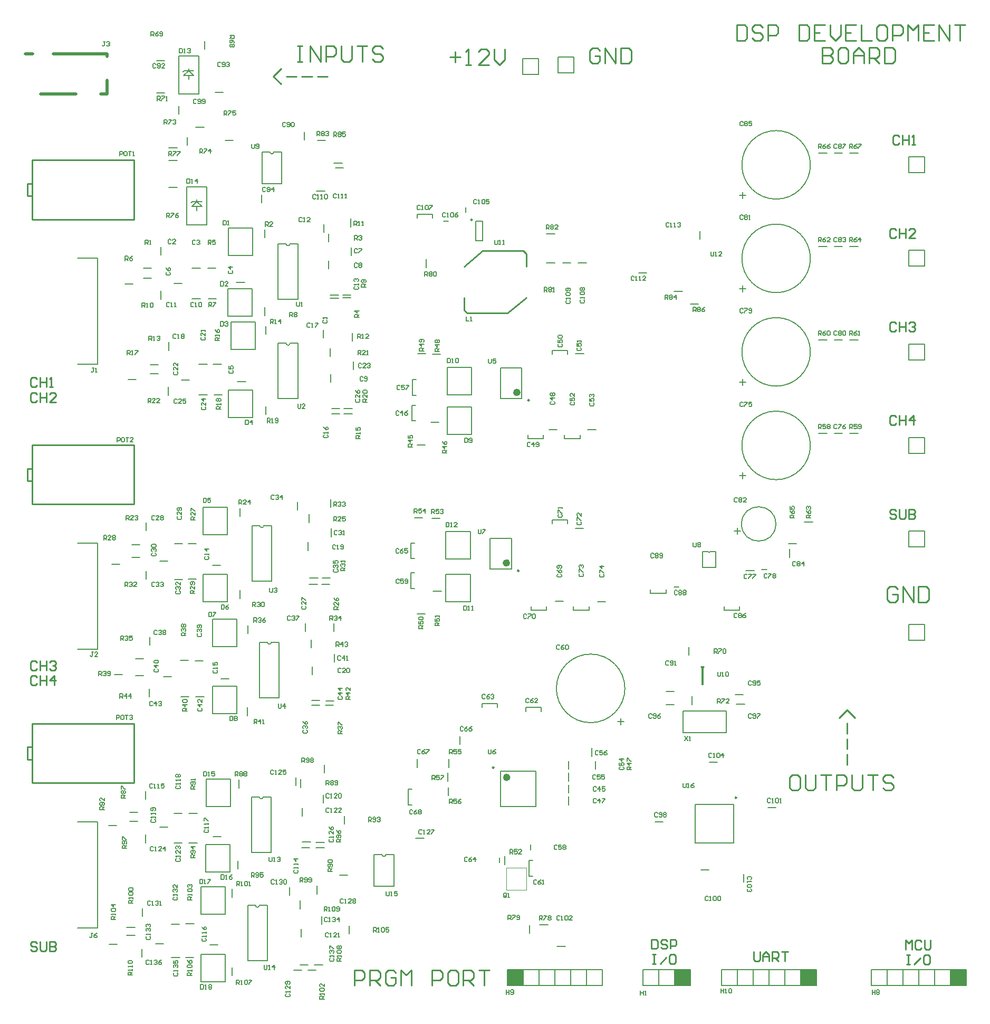
<source format=gto>
G04*
G04 #@! TF.GenerationSoftware,Altium Limited,Altium Designer,20.0.13 (296)*
G04*
G04 Layer_Color=65535*
%FSLAX44Y44*%
%MOMM*%
G71*
G01*
G75*
%ADD10C,0.6000*%
%ADD11C,0.2500*%
%ADD12C,0.2000*%
%ADD13C,0.1016*%
%ADD14C,0.2032*%
%ADD15C,0.2540*%
%ADD16C,0.5000*%
%ADD17C,0.1500*%
%ADD18R,2.5303X2.5400*%
D10*
X810750Y989000D02*
G03*
X810750Y989000I-3000J0D01*
G01*
X794000Y715500D02*
G03*
X794000Y715500I-3000J0D01*
G01*
X794500Y371500D02*
G03*
X794500Y371500I-3000J0D01*
G01*
D11*
X828000Y976500D02*
G03*
X828000Y976500I-1250J0D01*
G01*
X811250Y703000D02*
G03*
X811250Y703000I-1250J0D01*
G01*
X1160750Y339000D02*
G03*
X1160750Y339000I-1250J0D01*
G01*
X771000Y387250D02*
G03*
X771000Y387250I-1250J0D01*
G01*
X736250Y1266000D02*
G03*
X736250Y1266000I-1250J0D01*
G01*
X30000Y1266500D02*
Y1314000D01*
Y1361500D01*
Y1266500D02*
X193500D01*
X30000Y1361500D02*
X193500D01*
Y1266500D02*
Y1361500D01*
X22000Y1314000D02*
Y1324000D01*
X30000D01*
X22000Y1304000D02*
Y1314000D01*
Y1304000D02*
X30000D01*
Y809500D02*
Y857000D01*
Y904500D01*
Y809500D02*
X193500D01*
X30000Y904500D02*
X193500D01*
Y809500D02*
Y904500D01*
X22000Y857000D02*
Y867000D01*
X30000D01*
X22000Y847000D02*
Y857000D01*
Y847000D02*
X30000D01*
Y362500D02*
Y410000D01*
Y457500D01*
Y362500D02*
X193500D01*
X30000Y457500D02*
X193500D01*
Y362500D02*
Y457500D01*
X22000Y410000D02*
Y420000D01*
X30000D01*
X22000Y400000D02*
Y410000D01*
Y400000D02*
X30000D01*
D12*
X1103625Y548750D02*
G03*
X1108375Y548750I2375J0D01*
G01*
X411325Y1374750D02*
G03*
X417675Y1374750I3175J0D01*
G01*
X437325Y1227450D02*
G03*
X443675Y1227450I3175J0D01*
G01*
X437325Y1067850D02*
G03*
X443675Y1067850I3175J0D01*
G01*
X395325Y775350D02*
G03*
X401675Y775350I3175J0D01*
G01*
X407325Y588350D02*
G03*
X413675Y588350I3175J0D01*
G01*
X591325Y247750D02*
G03*
X597675Y247750I3175J0D01*
G01*
X394325Y340150D02*
G03*
X400675Y340150I3175J0D01*
G01*
X388325Y166350D02*
G03*
X394675Y166350I3175J0D01*
G01*
X981250Y514250D02*
G03*
X981250Y514250I-55000J0D01*
G01*
X1279000Y904000D02*
G03*
X1279000Y904000I-55000J0D01*
G01*
Y1054000D02*
G03*
X1279000Y1054000I-55000J0D01*
G01*
X1115250Y733500D02*
G03*
X1117750Y733500I1250J0D01*
G01*
X1279000Y1204000D02*
G03*
X1279000Y1204000I-55000J0D01*
G01*
X1223500Y778000D02*
G03*
X1223500Y778000I-27500J0D01*
G01*
X1279000Y1354000D02*
G03*
X1279000Y1354000I-55000J0D01*
G01*
X781750Y1028000D02*
X815750D01*
X781750Y979000D02*
X815750D01*
X781750D02*
Y1028000D01*
X815750Y979000D02*
Y1028000D01*
X799000Y705500D02*
Y754500D01*
X765000Y705500D02*
Y754500D01*
Y705500D02*
X799000D01*
X765000Y754500D02*
X799000D01*
X1094000Y328000D02*
X1156000D01*
X1094000Y266000D02*
X1156000D01*
Y328000D01*
X1094000Y266000D02*
Y328000D01*
X781500Y324500D02*
X838500D01*
X781500Y381500D02*
X838500D01*
Y324500D02*
Y381500D01*
X781500Y324500D02*
Y381500D01*
X1084000Y567500D02*
Y580500D01*
X1106850Y520250D02*
Y548750D01*
X1105150Y520250D02*
X1106850D01*
X1105150D02*
Y548750D01*
X1108375D01*
X1103625D02*
X1106850D01*
X1089000Y488500D02*
Y501500D01*
X1158500Y504000D02*
X1171500D01*
X1160500Y489000D02*
X1173500D01*
X1047500Y488000D02*
X1060500D01*
X1074965Y478017D02*
X1075000Y443000D01*
X1143750Y443000D02*
X1144000Y478000D01*
X1075000Y443000D02*
X1143750Y443000D01*
X1074965Y478017D02*
X1144000Y478000D01*
X1172000Y203750D02*
Y216750D01*
X1103000Y223250D02*
X1116000D01*
X1269500Y781000D02*
X1282500D01*
X1243500Y746000D02*
X1256500D01*
X1246000Y724500D02*
Y737500D01*
X1201000Y705000D02*
X1209000D01*
X1175500Y703000D02*
X1188500D01*
X1140500Y639500D02*
Y645500D01*
X1165500Y639500D02*
Y645500D01*
X1140500Y639500D02*
X1165500D01*
X1060000Y677000D02*
X1068000D01*
X788000Y231750D02*
Y244750D01*
X780000Y235000D02*
Y243000D01*
X830000Y255500D02*
Y263500D01*
X827500Y238000D02*
X833500D01*
X827500Y213000D02*
X833500D01*
X827500D02*
Y238000D01*
X928500Y405500D02*
Y418500D01*
X891000Y384500D02*
Y397500D01*
Y327500D02*
Y340500D01*
X890500Y346500D02*
Y359500D01*
X934000Y384500D02*
Y397500D01*
X890500Y365500D02*
Y378500D01*
X698000Y342500D02*
Y355500D01*
X697000Y365500D02*
Y378500D01*
X633500Y352500D02*
X639500D01*
X633500Y327500D02*
X639500D01*
X633500D02*
Y352500D01*
X889500Y778500D02*
Y784500D01*
X864500Y778500D02*
Y784500D01*
X889500D01*
X901500Y771000D02*
X914500D01*
X937500Y653000D02*
X950500D01*
X898500Y639500D02*
Y645500D01*
X923500Y639500D02*
Y645500D01*
X898500Y639500D02*
X923500D01*
X830500D02*
Y645500D01*
X855500Y639500D02*
Y645500D01*
X830500Y639500D02*
X855500D01*
X869500Y654000D02*
X882500D01*
X694000Y697000D02*
X733000D01*
Y653000D02*
Y697000D01*
X694000Y653000D02*
X733000D01*
X694000D02*
Y697000D01*
X637500Y747500D02*
X643500D01*
X637500Y722500D02*
X643500D01*
X637500D02*
Y747500D01*
X673500Y670000D02*
X686500D01*
X647500Y634000D02*
X660500D01*
X637500Y699500D02*
X643500D01*
X637500Y674500D02*
X643500D01*
X637500D02*
Y699500D01*
X902000Y1051250D02*
X915000D01*
X889250Y1050250D02*
Y1056250D01*
X864250Y1050250D02*
Y1056250D01*
X889250D01*
X921500Y929000D02*
X934500D01*
X884500Y914500D02*
Y920500D01*
X909500Y914500D02*
Y920500D01*
X884500Y914500D02*
X909500D01*
X859500Y929000D02*
X872500D01*
X825500Y914500D02*
Y920500D01*
X850500Y914500D02*
Y920500D01*
X825500Y914500D02*
X850500D01*
X672500Y1050000D02*
X685500D01*
X648500Y1051000D02*
X661500D01*
X696000Y966000D02*
X735000D01*
Y922000D02*
Y966000D01*
X696000Y922000D02*
X735000D01*
X696000D02*
Y966000D01*
X669500Y941000D02*
X682500D01*
X647500Y905000D02*
X660500D01*
X639500Y968500D02*
X645500D01*
X639500Y943500D02*
X645500D01*
X639500D02*
Y968500D01*
X640500Y1009500D02*
X646500D01*
X640500Y984500D02*
X646500D01*
X640500D02*
Y1009500D01*
X1102000Y1234500D02*
Y1247500D01*
X1086500Y1131000D02*
X1099500D01*
X1060500Y1151000D02*
X1073500D01*
X1003500Y1181000D02*
X1016500D01*
X906500Y1197000D02*
X919500D01*
X881500D02*
X894500D01*
X855500D02*
X868500D01*
X726000Y1278000D02*
Y1286000D01*
X690000Y1264000D02*
X698000D01*
X752594Y1232500D02*
Y1263500D01*
X741586Y1232500D02*
Y1263500D01*
Y1232500D02*
X752594D01*
X741586Y1263500D02*
X752594D01*
X662250Y1189500D02*
Y1202500D01*
X516500Y1349000D02*
X529500D01*
X486500Y1312000D02*
X499500D01*
X398700Y1374750D02*
X411325D01*
X417675D02*
X430300D01*
Y1323950D02*
Y1374750D01*
X398700Y1323950D02*
X430300D01*
X398700D02*
Y1374750D01*
X398000Y1293250D02*
Y1306250D01*
X323500Y1470000D02*
X336500D01*
X307000Y1539500D02*
Y1552500D01*
X229500Y1521000D02*
X242500D01*
X229500Y1469000D02*
X242500D01*
X265000Y1468000D02*
X297000D01*
X265000D02*
Y1529000D01*
X297000D01*
Y1468000D02*
Y1529000D01*
X273000Y1497000D02*
X281000Y1505000D01*
X273000Y1497000D02*
X289000D01*
X281000Y1505000D02*
X289000Y1497000D01*
X274000Y1505000D02*
X281000D01*
X272000Y1503000D02*
X274000Y1505000D01*
X281000D02*
X289000D01*
X281000Y1491000D02*
Y1497000D01*
X281000Y1505000D02*
Y1508000D01*
X339500Y1393000D02*
X352500D01*
X292500Y1414000D02*
X305500D01*
X279000Y1385500D02*
Y1398500D01*
X249500Y1381000D02*
X262500D01*
X278000Y1258000D02*
X310000D01*
X278000D02*
Y1319000D01*
X310000D01*
Y1258000D02*
Y1319000D01*
X286000Y1287000D02*
X294000Y1295000D01*
X286000Y1287000D02*
X302000D01*
X294000Y1295000D02*
X302000Y1287000D01*
X287000Y1295000D02*
X294000D01*
X285000Y1293000D02*
X287000Y1295000D01*
X294000D02*
X302000D01*
X294000Y1281000D02*
Y1287000D01*
X294000Y1295000D02*
Y1298000D01*
X249500Y1318000D02*
X262500D01*
X528500Y1141000D02*
X541500D01*
X508500Y1140000D02*
X521500D01*
X528500Y1145000D02*
X541500D01*
X508500D02*
X521500D01*
X506000Y1187500D02*
Y1200500D01*
X542000Y1208500D02*
Y1221500D01*
X506000Y1230500D02*
Y1243500D01*
X541000Y1254500D02*
Y1267500D01*
X498000Y1245500D02*
Y1258500D01*
X403000Y1237500D02*
Y1250500D01*
Y1112500D02*
Y1125500D01*
X424700Y1138550D02*
Y1227450D01*
Y1138550D02*
X456300D01*
Y1227450D01*
X443675D02*
X456300D01*
X424700D02*
X437325D01*
X345000Y1253000D02*
X384000D01*
Y1209000D02*
Y1253000D01*
X345000Y1209000D02*
X384000D01*
X345000D02*
Y1253000D01*
X357750Y1165500D02*
X370750D01*
X344250Y1111000D02*
X383250D01*
X344250D02*
Y1155000D01*
X383250D01*
Y1111000D02*
Y1155000D01*
X312500Y1139000D02*
X325500D01*
X311500Y1188000D02*
X324500D01*
X286500D02*
X299500D01*
X286500Y1139000D02*
X299500D01*
X236000Y1209500D02*
Y1222500D01*
X257500Y1164000D02*
X270500D01*
X236000Y1138500D02*
Y1151500D01*
X208500Y1188000D02*
X221500D01*
X208500Y1172000D02*
X221500D01*
X178500Y1163000D02*
X191500D01*
X530500Y955000D02*
X543500D01*
X510500D02*
X523500D01*
X530500Y963000D02*
X543500D01*
X510500D02*
X523500D01*
X509000Y1005500D02*
Y1018500D01*
X545000Y1025500D02*
Y1038500D01*
X508000Y1046500D02*
Y1059500D01*
X544000Y1071500D02*
Y1084500D01*
X497000Y1076500D02*
Y1089500D01*
X405000Y1082500D02*
Y1095500D01*
Y953500D02*
Y966500D01*
X424700Y978950D02*
Y1067850D01*
Y978950D02*
X456300D01*
Y1067850D01*
X443675D02*
X456300D01*
X424700D02*
X437325D01*
X359500Y1006500D02*
X372500D01*
X349000Y1102000D02*
X388000D01*
Y1058000D02*
Y1102000D01*
X349000Y1058000D02*
X388000D01*
X349000D02*
Y1102000D01*
X345000Y949000D02*
X384000D01*
X345000D02*
Y993000D01*
X384000D01*
Y949000D02*
Y993000D01*
X320500Y1034000D02*
X333500D01*
X297500D02*
X310500D01*
X321500Y985000D02*
X334500D01*
X297500D02*
X310500D01*
X269500Y1009000D02*
X282500D01*
X249000Y1056500D02*
Y1069500D01*
X248000Y984500D02*
Y997500D01*
X219500Y1033000D02*
X232500D01*
X219500Y1019000D02*
X232500D01*
X183500Y1010000D02*
X196500D01*
X135000Y1034000D02*
Y1204000D01*
X102500Y1034000D02*
X135000D01*
X102500Y1204000D02*
X135000D01*
X473000Y735500D02*
Y748500D01*
X494500Y681000D02*
X507500D01*
X474500D02*
X487500D01*
X495500Y691000D02*
X508500D01*
X475500D02*
X488500D01*
X510000Y757500D02*
Y770500D01*
X474000Y780500D02*
Y793500D01*
X509000Y804500D02*
Y817500D01*
X456000Y800500D02*
Y813500D01*
X363000Y790500D02*
Y803500D01*
X382700Y686450D02*
Y775350D01*
Y686450D02*
X414300D01*
Y775350D01*
X401675D02*
X414300D01*
X382700D02*
X395325D01*
X363000Y658500D02*
Y671500D01*
X319250Y712000D02*
X332250D01*
X304250Y653000D02*
X343250D01*
X304250D02*
Y697000D01*
X343250D01*
Y653000D02*
Y697000D01*
X280500Y690000D02*
X293500D01*
X258500Y689000D02*
X271500D01*
X280500Y746000D02*
X293500D01*
X258500D02*
X271500D01*
X213000Y767500D02*
Y780500D01*
X234500Y718000D02*
X247500D01*
X213000Y689500D02*
Y702500D01*
X189500Y724000D02*
X202500D01*
X189500Y745000D02*
X202500D01*
X157500Y713000D02*
X170500D01*
X135000Y577000D02*
Y747000D01*
X102500Y577000D02*
X135000D01*
X102500Y747000D02*
X135000D01*
X478500Y487000D02*
X491500D01*
X500500D02*
X513500D01*
X501500Y494000D02*
X514500D01*
X479000Y536500D02*
Y549500D01*
X478500Y495000D02*
X491500D01*
X515000Y556500D02*
Y569500D01*
X478000Y579500D02*
Y592500D01*
X514000Y605500D02*
Y618500D01*
X468000Y605500D02*
Y618500D01*
X376000Y602500D02*
Y615500D01*
X375000Y470500D02*
Y483500D01*
X394700Y499450D02*
Y588350D01*
Y499450D02*
X426300D01*
Y588350D01*
X413675D02*
X426300D01*
X394700D02*
X407325D01*
X333000Y529500D02*
X346000D01*
X319000Y474000D02*
X358000D01*
X319000D02*
Y518000D01*
X358000D01*
Y474000D02*
Y518000D01*
X319000Y625000D02*
X358000D01*
Y581000D02*
Y625000D01*
X319000Y581000D02*
X358000D01*
X319000D02*
Y625000D01*
X292500Y501000D02*
X305500D01*
X268500D02*
X281500D01*
X291500Y558000D02*
X304500D01*
X267500Y559000D02*
X280500D01*
X240500Y533000D02*
X253500D01*
X218000Y500500D02*
Y513500D01*
X219000Y583500D02*
Y596500D01*
X195500Y562000D02*
X208500D01*
X195500Y535000D02*
X208500D01*
X161500Y536000D02*
X174500D01*
X463000Y309500D02*
Y322500D01*
X135000Y130000D02*
Y300000D01*
X102500Y130000D02*
X135000D01*
X102500Y300000D02*
X135000D01*
X645500Y274000D02*
X658500D01*
X578700Y247750D02*
X591325D01*
X597675D02*
X610300D01*
Y196950D02*
Y247750D01*
X578700Y196950D02*
X610300D01*
X578700D02*
Y247750D01*
X523250Y215000D02*
X536250D01*
X539000Y120500D02*
Y133500D01*
X531000Y296500D02*
Y309500D01*
X462500Y259000D02*
X475500D01*
X485500D02*
X498500D01*
X463500Y268000D02*
X476500D01*
X485500Y267000D02*
X498500D01*
X497000Y330500D02*
Y343500D01*
X461000Y355500D02*
Y368500D01*
X499000Y378500D02*
Y391500D01*
X453000Y358500D02*
Y371500D01*
X362000Y354500D02*
Y367500D01*
X360000Y224500D02*
Y237500D01*
X381700Y251250D02*
Y340150D01*
Y251250D02*
X413300D01*
Y340150D01*
X400675D02*
X413300D01*
X381700D02*
X394325D01*
X320000Y276750D02*
X333000D01*
X308000Y220000D02*
X347000D01*
X308000D02*
Y264000D01*
X347000D01*
Y220000D02*
Y264000D01*
X309000Y369000D02*
X348000D01*
Y325000D02*
Y369000D01*
X309000Y325000D02*
X348000D01*
X309000D02*
Y369000D01*
X281500Y314000D02*
X294500D01*
X257500D02*
X270500D01*
X281500Y266000D02*
X294500D01*
X257500D02*
X270500D01*
X234500Y292000D02*
X247500D01*
X212000Y266500D02*
Y279500D01*
Y336500D02*
Y349500D01*
X186500Y301000D02*
X199500D01*
X186500Y315000D02*
X199500D01*
X152500Y294000D02*
X165500D01*
X449500Y62500D02*
X462500D01*
X472500D02*
X485500D01*
X460000Y70500D02*
X473000D01*
X483000D02*
X496000D01*
X461250Y115500D02*
Y128500D01*
X494250Y136000D02*
Y149000D01*
X459500Y160750D02*
Y173750D01*
X487000Y184500D02*
Y197500D01*
X443000Y182500D02*
Y195500D01*
X351000Y179500D02*
Y192500D01*
Y53500D02*
Y66500D01*
X375700Y77450D02*
Y166350D01*
Y77450D02*
X407300D01*
Y166350D01*
X394675D02*
X407300D01*
X375700D02*
X388325D01*
X315000Y103250D02*
X328000D01*
X300500Y44000D02*
X339500D01*
X300500D02*
Y88000D01*
X339500D01*
Y44000D02*
Y88000D01*
X300500Y196000D02*
X339500D01*
Y152000D02*
Y196000D01*
X300500Y152000D02*
X339500D01*
X300500D02*
Y196000D01*
X276000Y82500D02*
X289000D01*
X276500Y136500D02*
X289500D01*
X253500Y82500D02*
X266500D01*
X253000Y136000D02*
X266000D01*
X227500Y105000D02*
X240500D01*
X206000Y83500D02*
Y96500D01*
X207000Y148500D02*
Y161500D01*
X181500Y131000D02*
X194500D01*
X181500Y118000D02*
X194500D01*
X153500Y104000D02*
X166500D01*
X304000Y761000D02*
Y805000D01*
Y761000D02*
X343000D01*
Y805000D01*
X304000D02*
X343000D01*
X466250Y1393750D02*
Y1406750D01*
X1047500Y509000D02*
X1060500D01*
X265000Y1435500D02*
Y1448500D01*
X1029750Y300500D02*
X1042750D01*
X1210750Y323250D02*
X1223750D01*
X249500Y1361000D02*
X262500D01*
X844500Y135000D02*
X857500D01*
X828000Y121500D02*
Y134500D01*
X872500Y100000D02*
X885500D01*
X1116500Y396000D02*
X1129500D01*
X647500Y1274500D02*
X672500D01*
X647500Y1268500D02*
Y1274500D01*
X672500Y1268500D02*
Y1274500D01*
X855500Y1243000D02*
X868500D01*
X487500Y1393000D02*
X500500D01*
X514500Y1357000D02*
X527500D01*
X735000Y985000D02*
Y1029000D01*
X696000D02*
X735000D01*
X696000Y985000D02*
Y1029000D01*
Y985000D02*
X735000D01*
X969920Y460850D02*
X980080D01*
X975000Y455770D02*
Y465930D01*
X822000Y483500D02*
X847000D01*
X822000Y477500D02*
Y483500D01*
X847000Y477500D02*
Y483500D01*
X751750Y490000D02*
X776750D01*
X751750Y484000D02*
Y490000D01*
X776750Y484000D02*
Y490000D01*
X733000Y722000D02*
Y766000D01*
X694000D02*
X733000D01*
X694000Y722000D02*
Y766000D01*
Y722000D02*
X733000D01*
X671500Y787000D02*
X684500D01*
X716500Y424500D02*
Y437500D01*
X643500Y788000D02*
X656500D01*
X648000Y387500D02*
Y400500D01*
X699000Y387500D02*
Y400500D01*
X1170600Y850170D02*
Y860330D01*
X1165520Y855250D02*
X1175680D01*
X1292500Y923000D02*
X1305500D01*
X1342500D02*
X1355500D01*
X1317500D02*
X1330500D01*
X1170600Y1000170D02*
Y1010330D01*
X1165520Y1005250D02*
X1175680D01*
X1292500Y1073000D02*
X1305500D01*
X1106100Y733500D02*
X1115250D01*
X1117750D02*
X1126900D01*
Y708500D02*
Y733500D01*
X1106100Y708500D02*
X1126900D01*
X1106100D02*
Y733500D01*
X1342500Y1073000D02*
X1355500D01*
X1317500D02*
X1330500D01*
X1170600Y1150170D02*
Y1160330D01*
X1165520Y1155250D02*
X1175680D01*
X1292500Y1223000D02*
X1305500D01*
X1156520Y766500D02*
X1166680D01*
X1161600Y761420D02*
Y771580D01*
X1342500Y1223000D02*
X1355500D01*
X1317500D02*
X1330500D01*
X1170600Y1300170D02*
Y1310330D01*
X1165520Y1305250D02*
X1175680D01*
X1292500Y1373000D02*
X1305500D01*
X1342500D02*
X1355500D01*
X1317500D02*
X1330500D01*
X1022500Y666500D02*
X1047500D01*
Y672500D01*
X1022500Y666500D02*
Y672500D01*
D13*
X794296Y190860D02*
X794550D01*
X790994D02*
Y194670D01*
Y190860D02*
X793534D01*
X791098Y226180D02*
X822848D01*
X790994Y190860D02*
X791098Y226180D01*
X790994Y190860D02*
X822744D01*
X822848Y226180D01*
D14*
X1263100Y37300D02*
Y62700D01*
X1237700Y37300D02*
Y62700D01*
X1136100Y37300D02*
Y62700D01*
Y37300D02*
Y62700D01*
X1161500Y37300D02*
Y62700D01*
Y37300D02*
Y62700D01*
X1186900Y37300D02*
Y62700D01*
Y37300D02*
Y62700D01*
X1136100Y62700D02*
X1288500Y62700D01*
X1212300Y37300D02*
Y62700D01*
X1136100Y37300D02*
X1288500Y37300D01*
X1288500Y62700D02*
X1288500Y37300D01*
X1136100Y37300D02*
Y62700D01*
X817700Y37300D02*
Y62700D01*
X843100Y37300D02*
Y62700D01*
X944700Y37300D02*
Y62700D01*
Y37300D02*
Y62700D01*
X919300Y37300D02*
Y62700D01*
Y37300D02*
Y62700D01*
X893900Y37300D02*
Y62700D01*
Y37300D02*
Y62700D01*
X792300Y37300D02*
X944700Y37300D01*
X868500Y37300D02*
Y62700D01*
X792300Y62700D02*
X944700Y62700D01*
X792300Y62700D02*
X792300Y37300D01*
X944700Y37300D02*
Y62700D01*
X1503500Y37300D02*
Y62700D01*
X1478100Y37300D02*
Y62700D01*
X1376500Y37300D02*
Y62700D01*
Y37300D02*
Y62700D01*
X1401900Y37300D02*
Y62700D01*
Y37300D02*
Y62700D01*
X1427300Y37300D02*
Y62700D01*
Y37300D02*
Y62700D01*
X1376500Y62700D02*
X1528900Y62700D01*
X1452700Y37300D02*
Y62700D01*
X1376500Y37300D02*
X1528900Y37300D01*
X1528900Y62700D02*
X1528900Y37300D01*
X1376500Y37300D02*
Y62700D01*
X1060700Y37300D02*
Y62700D01*
X1009900Y37300D02*
X1086100Y37300D01*
X1086100Y62700D02*
X1086100Y37300D01*
X1009900Y62700D02*
X1086100Y62700D01*
X1035300Y37300D02*
Y62700D01*
X1009900Y37300D02*
Y62700D01*
X817300Y1499300D02*
X842700D01*
X842700Y1524700D01*
X817300Y1524700D02*
X842700Y1524700D01*
X817300Y1499300D02*
X817300Y1524700D01*
X874300Y1501300D02*
X899700D01*
X899700Y1526700D01*
X874300Y1526700D02*
X899700Y1526700D01*
X874300Y1501300D02*
X874300Y1526700D01*
X1437300Y1341300D02*
X1462700D01*
X1462700Y1366700D01*
X1437300Y1366700D02*
X1462700Y1366700D01*
X1437300Y1341300D02*
X1437300Y1366700D01*
X1437300Y1191300D02*
X1462700D01*
X1462700Y1216700D01*
X1437300Y1216700D02*
X1462700Y1216700D01*
X1437300Y1191300D02*
X1437300Y1216700D01*
X1437300Y1041300D02*
X1462700D01*
X1462700Y1066700D01*
X1437300Y1066700D02*
X1462700Y1066700D01*
X1437300Y1041300D02*
X1437300Y1066700D01*
X1437300Y891300D02*
X1462700D01*
X1462700Y916700D01*
X1437300Y916700D02*
X1462700Y916700D01*
X1437300Y891300D02*
X1437300Y916700D01*
X1437300Y741300D02*
X1462700D01*
X1462700Y766700D01*
X1437300Y766700D02*
X1462700Y766700D01*
X1437300Y741300D02*
X1437300Y766700D01*
X1437300Y591300D02*
X1462700D01*
X1462700Y616700D01*
X1437300Y616700D02*
X1462700Y616700D01*
X1437300Y591300D02*
X1437300Y616700D01*
D15*
X723000Y1191000D02*
X753000Y1216000D01*
X793000Y1116000D02*
X823000Y1141000D01*
X723000Y1121000D02*
Y1141000D01*
Y1121000D02*
X728000Y1116000D01*
X793000D01*
X753000Y1216000D02*
X818000D01*
X823000Y1211000D01*
Y1191000D02*
Y1211000D01*
X1432007Y95548D02*
Y110543D01*
X1437005Y105544D01*
X1442003Y110543D01*
Y95548D01*
X1456998Y108043D02*
X1454499Y110543D01*
X1449501D01*
X1447002Y108043D01*
Y98047D01*
X1449501Y95548D01*
X1454499D01*
X1456998Y98047D01*
X1461997Y110543D02*
Y98047D01*
X1464496Y95548D01*
X1469494D01*
X1471994Y98047D01*
Y110543D01*
X1433256Y86453D02*
X1438255D01*
X1435755D01*
Y71457D01*
X1433256D01*
X1438255D01*
X1445752D02*
X1455749Y81454D01*
X1468245Y86453D02*
X1463246D01*
X1460747Y83953D01*
Y73956D01*
X1463246Y71457D01*
X1468245D01*
X1470744Y73956D01*
Y83953D01*
X1468245Y86453D01*
X1024007Y111543D02*
Y96547D01*
X1031504D01*
X1034003Y99047D01*
Y109044D01*
X1031504Y111543D01*
X1024007D01*
X1048998Y109044D02*
X1046499Y111543D01*
X1041501D01*
X1039002Y109044D01*
Y106544D01*
X1041501Y104045D01*
X1046499D01*
X1048998Y101546D01*
Y99047D01*
X1046499Y96547D01*
X1041501D01*
X1039002Y99047D01*
X1053997Y96547D02*
Y111543D01*
X1061494D01*
X1063994Y109044D01*
Y104045D01*
X1061494Y101546D01*
X1053997D01*
X1025256Y87452D02*
X1030255D01*
X1027755D01*
Y72457D01*
X1025256D01*
X1030255D01*
X1037752D02*
X1047749Y82454D01*
X1060245Y87452D02*
X1055246D01*
X1052747Y84953D01*
Y74956D01*
X1055246Y72457D01*
X1060245D01*
X1062744Y74956D01*
Y84953D01*
X1060245Y87452D01*
X1160726Y1578289D02*
Y1553297D01*
X1173222D01*
X1177387Y1557462D01*
Y1574124D01*
X1173222Y1578289D01*
X1160726D01*
X1202379Y1574124D02*
X1198214Y1578289D01*
X1189883D01*
X1185718Y1574124D01*
Y1569958D01*
X1189883Y1565793D01*
X1198214D01*
X1202379Y1561628D01*
Y1557462D01*
X1198214Y1553297D01*
X1189883D01*
X1185718Y1557462D01*
X1210710Y1553297D02*
Y1578289D01*
X1223206D01*
X1227371Y1574124D01*
Y1565793D01*
X1223206Y1561628D01*
X1210710D01*
X1260694Y1578289D02*
Y1553297D01*
X1273190D01*
X1277355Y1557462D01*
Y1574124D01*
X1273190Y1578289D01*
X1260694D01*
X1302347D02*
X1285685D01*
Y1553297D01*
X1302347D01*
X1285685Y1565793D02*
X1294016D01*
X1310677Y1578289D02*
Y1561628D01*
X1319008Y1553297D01*
X1327339Y1561628D01*
Y1578289D01*
X1352331D02*
X1335669D01*
Y1553297D01*
X1352331D01*
X1335669Y1565793D02*
X1344000D01*
X1360661Y1578289D02*
Y1553297D01*
X1377323D01*
X1398149Y1578289D02*
X1389819D01*
X1385653Y1574124D01*
Y1557462D01*
X1389819Y1553297D01*
X1398149D01*
X1402314Y1557462D01*
Y1574124D01*
X1398149Y1578289D01*
X1410645Y1553297D02*
Y1578289D01*
X1423141D01*
X1427306Y1574124D01*
Y1565793D01*
X1423141Y1561628D01*
X1410645D01*
X1435637Y1553297D02*
Y1578289D01*
X1443968Y1569958D01*
X1452298Y1578289D01*
Y1553297D01*
X1477290Y1578289D02*
X1460629D01*
Y1553297D01*
X1477290D01*
X1460629Y1565793D02*
X1468960D01*
X1485621Y1553297D02*
Y1578289D01*
X1502282Y1553297D01*
Y1578289D01*
X1510613D02*
X1527274D01*
X1518943D01*
Y1553297D01*
X1298181Y1542203D02*
Y1517211D01*
X1310677D01*
X1314843Y1521376D01*
Y1525542D01*
X1310677Y1529707D01*
X1298181D01*
X1310677D01*
X1314843Y1533872D01*
Y1538038D01*
X1310677Y1542203D01*
X1298181D01*
X1335669D02*
X1327339D01*
X1323173Y1538038D01*
Y1521376D01*
X1327339Y1517211D01*
X1335669D01*
X1339835Y1521376D01*
Y1538038D01*
X1335669Y1542203D01*
X1348165Y1517211D02*
Y1533872D01*
X1356496Y1542203D01*
X1364827Y1533872D01*
Y1517211D01*
Y1529707D01*
X1348165D01*
X1373157Y1517211D02*
Y1542203D01*
X1385653D01*
X1389819Y1538038D01*
Y1529707D01*
X1385653Y1525542D01*
X1373157D01*
X1381488D02*
X1389819Y1517211D01*
X1398149Y1542203D02*
Y1517211D01*
X1410645D01*
X1414810Y1521376D01*
Y1538038D01*
X1410645Y1542203D01*
X1398149D01*
X1419201Y673367D02*
X1415036Y677532D01*
X1406705D01*
X1402540Y673367D01*
Y656705D01*
X1406705Y652540D01*
X1415036D01*
X1419201Y656705D01*
Y665036D01*
X1410871D01*
X1427532Y652540D02*
Y677532D01*
X1444193Y652540D01*
Y677532D01*
X1452524D02*
Y652540D01*
X1465020D01*
X1469185Y656705D01*
Y673367D01*
X1465020Y677532D01*
X1452524D01*
X1187790Y91785D02*
Y79289D01*
X1190289Y76790D01*
X1195288D01*
X1197787Y79289D01*
Y91785D01*
X1202785Y76790D02*
Y86787D01*
X1207784Y91785D01*
X1212782Y86787D01*
Y76790D01*
Y84288D01*
X1202785D01*
X1217780Y76790D02*
Y91785D01*
X1225278D01*
X1227777Y89286D01*
Y84288D01*
X1225278Y81788D01*
X1217780D01*
X1222779D02*
X1227777Y76790D01*
X1232775Y91785D02*
X1242772D01*
X1237774D01*
Y76790D01*
X1258190Y375532D02*
X1249859D01*
X1245694Y371367D01*
Y354705D01*
X1249859Y350540D01*
X1258190D01*
X1262355Y354705D01*
Y371367D01*
X1258190Y375532D01*
X1270686D02*
Y354705D01*
X1274851Y350540D01*
X1283181D01*
X1287347Y354705D01*
Y375532D01*
X1295677D02*
X1312339D01*
X1304008D01*
Y350540D01*
X1320669D02*
Y375532D01*
X1333165D01*
X1337331Y371367D01*
Y363036D01*
X1333165Y358871D01*
X1320669D01*
X1345661Y375532D02*
Y354705D01*
X1349827Y350540D01*
X1358157D01*
X1362323Y354705D01*
Y375532D01*
X1370653D02*
X1387314D01*
X1378984D01*
Y350540D01*
X1412306Y371367D02*
X1408141Y375532D01*
X1399810D01*
X1395645Y371367D01*
Y367201D01*
X1399810Y363036D01*
X1408141D01*
X1412306Y358871D01*
Y354705D01*
X1408141Y350540D01*
X1399810D01*
X1395645Y354705D01*
X1338000Y391768D02*
Y408429D01*
Y416760D02*
Y433421D01*
Y441752D02*
Y458413D01*
X1350496Y466744D02*
X1338000Y479240D01*
X1325504Y466744D01*
X504232Y1496000D02*
X487570D01*
X479240D02*
X462579D01*
X454248D02*
X437587D01*
X429256Y1508496D02*
X416760Y1496000D01*
X429256Y1483504D01*
X455272Y1544532D02*
X463603D01*
X459437D01*
Y1519540D01*
X455272D01*
X463603D01*
X476099D02*
Y1544532D01*
X492760Y1519540D01*
Y1544532D01*
X501091Y1519540D02*
Y1544532D01*
X513587D01*
X517752Y1540367D01*
Y1532036D01*
X513587Y1527871D01*
X501091D01*
X526083Y1544532D02*
Y1523705D01*
X530248Y1519540D01*
X538579D01*
X542744Y1523705D01*
Y1544532D01*
X551075D02*
X567736D01*
X559405D01*
Y1519540D01*
X592728Y1540367D02*
X588563Y1544532D01*
X580232D01*
X576067Y1540367D01*
Y1536201D01*
X580232Y1532036D01*
X588563D01*
X592728Y1527871D01*
Y1523705D01*
X588563Y1519540D01*
X580232D01*
X576067Y1523705D01*
X546863Y37540D02*
Y62532D01*
X559359D01*
X563525Y58367D01*
Y50036D01*
X559359Y45871D01*
X546863D01*
X571855Y37540D02*
Y62532D01*
X584351D01*
X588517Y58367D01*
Y50036D01*
X584351Y45871D01*
X571855D01*
X580186D02*
X588517Y37540D01*
X613508Y58367D02*
X609343Y62532D01*
X601012D01*
X596847Y58367D01*
Y41705D01*
X601012Y37540D01*
X609343D01*
X613508Y41705D01*
Y50036D01*
X605178D01*
X621839Y37540D02*
Y62532D01*
X630170Y54201D01*
X638500Y62532D01*
Y37540D01*
X671823D02*
Y62532D01*
X684319D01*
X688484Y58367D01*
Y50036D01*
X684319Y45871D01*
X671823D01*
X709311Y62532D02*
X700980D01*
X696815Y58367D01*
Y41705D01*
X700980Y37540D01*
X709311D01*
X713476Y41705D01*
Y58367D01*
X709311Y62532D01*
X721807Y37540D02*
Y62532D01*
X734303D01*
X738468Y58367D01*
Y50036D01*
X734303Y45871D01*
X721807D01*
X730137D02*
X738468Y37540D01*
X746799Y62532D02*
X763460D01*
X755129D01*
Y37540D01*
X1416990Y799236D02*
X1414451Y801775D01*
X1409372D01*
X1406833Y799236D01*
Y796697D01*
X1409372Y794157D01*
X1414451D01*
X1416990Y791618D01*
Y789079D01*
X1414451Y786540D01*
X1409372D01*
X1406833Y789079D01*
X1422068Y801775D02*
Y789079D01*
X1424607Y786540D01*
X1429686D01*
X1432225Y789079D01*
Y801775D01*
X1437303D02*
Y786540D01*
X1444921D01*
X1447460Y789079D01*
Y791618D01*
X1444921Y794157D01*
X1437303D01*
X1444921D01*
X1447460Y796697D01*
Y799236D01*
X1444921Y801775D01*
X1437303D01*
X1422068Y1399236D02*
X1419529Y1401775D01*
X1414451D01*
X1411911Y1399236D01*
Y1389079D01*
X1414451Y1386540D01*
X1419529D01*
X1422068Y1389079D01*
X1427147Y1401775D02*
Y1386540D01*
Y1394158D01*
X1437303D01*
Y1401775D01*
Y1386540D01*
X1442382D02*
X1447460D01*
X1444921D01*
Y1401775D01*
X1442382Y1399236D01*
X1416990Y1249236D02*
X1414451Y1251775D01*
X1409372D01*
X1406833Y1249236D01*
Y1239079D01*
X1409372Y1236540D01*
X1414451D01*
X1416990Y1239079D01*
X1422068Y1251775D02*
Y1236540D01*
Y1244157D01*
X1432225D01*
Y1251775D01*
Y1236540D01*
X1447460D02*
X1437303D01*
X1447460Y1246697D01*
Y1249236D01*
X1444921Y1251775D01*
X1439843D01*
X1437303Y1249236D01*
X1416990Y949236D02*
X1414451Y951775D01*
X1409372D01*
X1406833Y949236D01*
Y939079D01*
X1409372Y936540D01*
X1414451D01*
X1416990Y939079D01*
X1422068Y951775D02*
Y936540D01*
Y944157D01*
X1432225D01*
Y951775D01*
Y936540D01*
X1444921D02*
Y951775D01*
X1437303Y944157D01*
X1447460D01*
X1416990Y1099236D02*
X1414451Y1101775D01*
X1409372D01*
X1406833Y1099236D01*
Y1089079D01*
X1409372Y1086540D01*
X1414451D01*
X1416990Y1089079D01*
X1422068Y1101775D02*
Y1086540D01*
Y1094158D01*
X1432225D01*
Y1101775D01*
Y1086540D01*
X1437303Y1099236D02*
X1439843Y1101775D01*
X1444921D01*
X1447460Y1099236D01*
Y1096697D01*
X1444921Y1094158D01*
X1442382D01*
X1444921D01*
X1447460Y1091618D01*
Y1089079D01*
X1444921Y1086540D01*
X1439843D01*
X1437303Y1089079D01*
X941201Y1537367D02*
X937036Y1541532D01*
X928705D01*
X924540Y1537367D01*
Y1520705D01*
X928705Y1516540D01*
X937036D01*
X941201Y1520705D01*
Y1529036D01*
X932871D01*
X949532Y1516540D02*
Y1541532D01*
X966193Y1516540D01*
Y1541532D01*
X974524D02*
Y1516540D01*
X987020D01*
X991185Y1520705D01*
Y1537367D01*
X987020Y1541532D01*
X974524D01*
X700540Y1527036D02*
X717201D01*
X708871Y1535367D02*
Y1518705D01*
X725532Y1514540D02*
X733863D01*
X729697D01*
Y1539532D01*
X725532Y1535367D01*
X763020Y1514540D02*
X746359D01*
X763020Y1531201D01*
Y1535367D01*
X758855Y1539532D01*
X750524D01*
X746359Y1535367D01*
X771350Y1539532D02*
Y1522871D01*
X779681Y1514540D01*
X788012Y1522871D01*
Y1539532D01*
X37697Y556236D02*
X35157Y558775D01*
X30079D01*
X27540Y556236D01*
Y546079D01*
X30079Y543540D01*
X35157D01*
X37697Y546079D01*
X42775Y558775D02*
Y543540D01*
Y551157D01*
X52932D01*
Y558775D01*
Y543540D01*
X58010Y556236D02*
X60549Y558775D01*
X65628D01*
X68167Y556236D01*
Y553697D01*
X65628Y551157D01*
X63088D01*
X65628D01*
X68167Y548618D01*
Y546079D01*
X65628Y543540D01*
X60549D01*
X58010Y546079D01*
X37697Y532236D02*
X35157Y534775D01*
X30079D01*
X27540Y532236D01*
Y522079D01*
X30079Y519540D01*
X35157D01*
X37697Y522079D01*
X42775Y534775D02*
Y519540D01*
Y527158D01*
X52932D01*
Y534775D01*
Y519540D01*
X65628D02*
Y534775D01*
X58010Y527158D01*
X68167D01*
X37697Y986236D02*
X35157Y988775D01*
X30079D01*
X27540Y986236D01*
Y976079D01*
X30079Y973540D01*
X35157D01*
X37697Y976079D01*
X42775Y988775D02*
Y973540D01*
Y981158D01*
X52932D01*
Y988775D01*
Y973540D01*
X68167D02*
X58010D01*
X68167Y983697D01*
Y986236D01*
X65628Y988775D01*
X60549D01*
X58010Y986236D01*
X37697Y1010236D02*
X35157Y1012775D01*
X30079D01*
X27540Y1010236D01*
Y1000079D01*
X30079Y997540D01*
X35157D01*
X37697Y1000079D01*
X42775Y1012775D02*
Y997540D01*
Y1005157D01*
X52932D01*
Y1012775D01*
Y997540D01*
X58010D02*
X63088D01*
X60549D01*
Y1012775D01*
X58010Y1010236D01*
X37697Y105236D02*
X35157Y107775D01*
X30079D01*
X27540Y105236D01*
Y102697D01*
X30079Y100157D01*
X35157D01*
X37697Y97618D01*
Y95079D01*
X35157Y92540D01*
X30079D01*
X27540Y95079D01*
X42775Y107775D02*
Y95079D01*
X45314Y92540D01*
X50393D01*
X52932Y95079D01*
Y107775D01*
X58010D02*
Y92540D01*
X65628D01*
X68167Y95079D01*
Y97618D01*
X65628Y100157D01*
X58010D01*
X65628D01*
X68167Y102697D01*
Y105236D01*
X65628Y107775D01*
X58010D01*
D16*
X18500Y1532000D02*
X30800D01*
X63500Y1532150D02*
X150000D01*
X43600Y1467500D02*
X100200D01*
X139450D02*
X150000D01*
Y1489850D01*
Y1528200D02*
Y1532150D01*
D17*
X908667Y698335D02*
X907501Y697169D01*
Y694836D01*
X908667Y693670D01*
X913333D01*
X914499Y694836D01*
Y697169D01*
X913333Y698335D01*
X907501Y700667D02*
Y705333D01*
X908667D01*
X913333Y700667D01*
X914499D01*
X908667Y707665D02*
X907501Y708831D01*
Y711164D01*
X908667Y712330D01*
X909834D01*
X911000Y711164D01*
Y709998D01*
Y711164D01*
X912166Y712330D01*
X913333D01*
X914499Y711164D01*
Y708831D01*
X913333Y707665D01*
X874667Y793501D02*
X873501Y792335D01*
Y790002D01*
X874667Y788836D01*
X879333D01*
X880499Y790002D01*
Y792335D01*
X879333Y793501D01*
X873501Y795834D02*
Y800499D01*
X874667D01*
X879333Y795834D01*
X880499D01*
Y802831D02*
Y805164D01*
Y803998D01*
X873501D01*
X874667Y802831D01*
X823335Y632333D02*
X822169Y633499D01*
X819836D01*
X818670Y632333D01*
Y627667D01*
X819836Y626501D01*
X822169D01*
X823335Y627667D01*
X825667Y633499D02*
X830333D01*
Y632333D01*
X825667Y627667D01*
Y626501D01*
X832665Y632333D02*
X833831Y633499D01*
X836164D01*
X837330Y632333D01*
Y627667D01*
X836164Y626501D01*
X833831D01*
X832665Y627667D01*
Y632333D01*
X1077335Y437499D02*
X1082000Y430501D01*
Y437499D02*
X1077335Y430501D01*
X1084333D02*
X1086665D01*
X1085499D01*
Y437499D01*
X1084333Y436333D01*
X598253Y188499D02*
Y182667D01*
X599419Y181501D01*
X601752D01*
X602918Y182667D01*
Y188499D01*
X605251Y181501D02*
X607583D01*
X606417D01*
Y188499D01*
X605251Y187333D01*
X615747Y188499D02*
X611082D01*
Y185000D01*
X613415Y186166D01*
X614581D01*
X615747Y185000D01*
Y182667D01*
X614581Y181501D01*
X612248D01*
X611082Y182667D01*
X402253Y70499D02*
Y64667D01*
X403419Y63501D01*
X405752D01*
X406918Y64667D01*
Y70499D01*
X409251Y63501D02*
X411583D01*
X410417D01*
Y70499D01*
X409251Y69333D01*
X418581Y63501D02*
Y70499D01*
X415082Y67000D01*
X419747D01*
X410253Y243499D02*
Y237667D01*
X411419Y236501D01*
X413752D01*
X414918Y237667D01*
Y243499D01*
X417251Y236501D02*
X419583D01*
X418417D01*
Y243499D01*
X417251Y242333D01*
X423082D02*
X424248Y243499D01*
X426581D01*
X427747Y242333D01*
Y241166D01*
X426581Y240000D01*
X425415D01*
X426581D01*
X427747Y238834D01*
Y237667D01*
X426581Y236501D01*
X424248D01*
X423082Y237667D01*
X1119253Y1214499D02*
Y1208667D01*
X1120419Y1207501D01*
X1122752D01*
X1123918Y1208667D01*
Y1214499D01*
X1126251Y1207501D02*
X1128583D01*
X1127417D01*
Y1214499D01*
X1126251Y1213333D01*
X1136747Y1207501D02*
X1132082D01*
X1136747Y1212166D01*
Y1213333D01*
X1135581Y1214499D01*
X1133248D01*
X1132082Y1213333D01*
X772419Y1233499D02*
Y1227667D01*
X773585Y1226501D01*
X775918D01*
X777084Y1227667D01*
Y1233499D01*
X779417Y1226501D02*
X781749D01*
X780583D01*
Y1233499D01*
X779417Y1232333D01*
X785248Y1226501D02*
X787581D01*
X786415D01*
Y1233499D01*
X785248Y1232333D01*
X1130253Y540499D02*
Y534667D01*
X1131419Y533501D01*
X1133752D01*
X1134918Y534667D01*
Y540499D01*
X1137251Y533501D02*
X1139583D01*
X1138417D01*
Y540499D01*
X1137251Y539333D01*
X1143082D02*
X1144248Y540499D01*
X1146581D01*
X1147747Y539333D01*
Y534667D01*
X1146581Y533501D01*
X1144248D01*
X1143082Y534667D01*
Y539333D01*
X382169Y1387499D02*
Y1381667D01*
X383335Y1380501D01*
X385667D01*
X386834Y1381667D01*
Y1387499D01*
X389166Y1381667D02*
X390333Y1380501D01*
X392665D01*
X393831Y1381667D01*
Y1386333D01*
X392665Y1387499D01*
X390333D01*
X389166Y1386333D01*
Y1385166D01*
X390333Y1384000D01*
X393831D01*
X1091064Y747988D02*
Y742156D01*
X1092230Y740990D01*
X1094563D01*
X1095729Y742156D01*
Y747988D01*
X1098062Y746821D02*
X1099228Y747988D01*
X1101561D01*
X1102727Y746821D01*
Y745655D01*
X1101561Y744489D01*
X1102727Y743323D01*
Y742156D01*
X1101561Y740990D01*
X1099228D01*
X1098062Y742156D01*
Y743323D01*
X1099228Y744489D01*
X1098062Y745655D01*
Y746821D01*
X1099228Y744489D02*
X1101561D01*
X745702Y769348D02*
Y763516D01*
X746868Y762350D01*
X749201D01*
X750367Y763516D01*
Y769348D01*
X752700D02*
X757365D01*
Y768182D01*
X752700Y763516D01*
Y762350D01*
X762108Y416120D02*
Y410288D01*
X763274Y409122D01*
X765607D01*
X766773Y410288D01*
Y416120D01*
X773771D02*
X771438Y414953D01*
X769106Y412621D01*
Y410288D01*
X770272Y409122D01*
X772605D01*
X773771Y410288D01*
Y411455D01*
X772605Y412621D01*
X769106D01*
X762436Y1042746D02*
Y1036914D01*
X763602Y1035748D01*
X765935D01*
X767101Y1036914D01*
Y1042746D01*
X774099D02*
X769434D01*
Y1039247D01*
X771766Y1040413D01*
X772933D01*
X774099Y1039247D01*
Y1036914D01*
X772933Y1035748D01*
X770600D01*
X769434Y1036914D01*
X425168Y489499D02*
Y483667D01*
X426335Y482501D01*
X428667D01*
X429834Y483667D01*
Y489499D01*
X435665Y482501D02*
Y489499D01*
X432166Y486000D01*
X436832D01*
X411169Y675499D02*
Y669667D01*
X412335Y668501D01*
X414667D01*
X415834Y669667D01*
Y675499D01*
X418166Y674333D02*
X419333Y675499D01*
X421665D01*
X422831Y674333D01*
Y673166D01*
X421665Y672000D01*
X420499D01*
X421665D01*
X422831Y670834D01*
Y669667D01*
X421665Y668501D01*
X419333D01*
X418166Y669667D01*
X456169Y970499D02*
Y964667D01*
X457335Y963501D01*
X459667D01*
X460834Y964667D01*
Y970499D01*
X467831Y963501D02*
X463166D01*
X467831Y968166D01*
Y969333D01*
X466665Y970499D01*
X464333D01*
X463166Y969333D01*
X454335Y1133999D02*
Y1128167D01*
X455501Y1127001D01*
X457834D01*
X459000Y1128167D01*
Y1133999D01*
X461333Y1127001D02*
X463665D01*
X462499D01*
Y1133999D01*
X461333Y1132833D01*
X190499Y54337D02*
X183501D01*
Y57836D01*
X184667Y59002D01*
X187000D01*
X188166Y57836D01*
Y54337D01*
Y56670D02*
X190499Y59002D01*
Y61335D02*
Y63667D01*
Y62501D01*
X183501D01*
X184667Y61335D01*
X190499Y67166D02*
Y69499D01*
Y68333D01*
X183501D01*
X184667Y67166D01*
Y72998D02*
X183501Y74164D01*
Y76497D01*
X184667Y77663D01*
X189333D01*
X190499Y76497D01*
Y74164D01*
X189333Y72998D01*
X184667D01*
X498504Y157001D02*
Y163999D01*
X502003D01*
X503169Y162833D01*
Y160500D01*
X502003Y159334D01*
X498504D01*
X500836D02*
X503169Y157001D01*
X505502D02*
X507834D01*
X506668D01*
Y163999D01*
X505502Y162833D01*
X511333D02*
X512500Y163999D01*
X514832D01*
X515998Y162833D01*
Y158167D01*
X514832Y157001D01*
X512500D01*
X511333Y158167D01*
Y162833D01*
X518331Y158167D02*
X519497Y157001D01*
X521830D01*
X522996Y158167D01*
Y162833D01*
X521830Y163999D01*
X519497D01*
X518331Y162833D01*
Y161666D01*
X519497Y160500D01*
X522996D01*
X525999Y76754D02*
X519001D01*
Y80253D01*
X520167Y81419D01*
X522500D01*
X523666Y80253D01*
Y76754D01*
Y79086D02*
X525999Y81419D01*
Y83752D02*
Y86084D01*
Y84918D01*
X519001D01*
X520167Y83752D01*
Y89583D02*
X519001Y90750D01*
Y93082D01*
X520167Y94248D01*
X524833D01*
X525999Y93082D01*
Y90750D01*
X524833Y89583D01*
X520167D01*
Y96581D02*
X519001Y97747D01*
Y100080D01*
X520167Y101246D01*
X521334D01*
X522500Y100080D01*
X523666Y101246D01*
X524833D01*
X525999Y100080D01*
Y97747D01*
X524833Y96581D01*
X523666D01*
X522500Y97747D01*
X521334Y96581D01*
X520167D01*
X522500Y97747D02*
Y100080D01*
X357754Y39501D02*
Y46499D01*
X361253D01*
X362419Y45333D01*
Y43000D01*
X361253Y41834D01*
X357754D01*
X360087D02*
X362419Y39501D01*
X364752D02*
X367084D01*
X365918D01*
Y46499D01*
X364752Y45333D01*
X370583D02*
X371749Y46499D01*
X374082D01*
X375248Y45333D01*
Y40667D01*
X374082Y39501D01*
X371749D01*
X370583Y40667D01*
Y45333D01*
X377581Y46499D02*
X382246D01*
Y45333D01*
X377581Y40667D01*
Y39501D01*
X285999Y53504D02*
X279001D01*
Y57003D01*
X280167Y58169D01*
X282500D01*
X283666Y57003D01*
Y53504D01*
Y55837D02*
X285999Y58169D01*
Y60502D02*
Y62834D01*
Y61668D01*
X279001D01*
X280167Y60502D01*
Y66333D02*
X279001Y67499D01*
Y69832D01*
X280167Y70998D01*
X284833D01*
X285999Y69832D01*
Y67499D01*
X284833Y66333D01*
X280167D01*
X279001Y77996D02*
X280167Y75663D01*
X282500Y73331D01*
X284833D01*
X285999Y74497D01*
Y76830D01*
X284833Y77996D01*
X283666D01*
X282500Y76830D01*
Y73331D01*
X577754Y123501D02*
Y130499D01*
X581253D01*
X582419Y129333D01*
Y127000D01*
X581253Y125834D01*
X577754D01*
X580087D02*
X582419Y123501D01*
X584752D02*
X587084D01*
X585918D01*
Y130499D01*
X584752Y129333D01*
X590583D02*
X591749Y130499D01*
X594082D01*
X595248Y129333D01*
Y124667D01*
X594082Y123501D01*
X591749D01*
X590583Y124667D01*
Y129333D01*
X602246Y130499D02*
X597581D01*
Y127000D01*
X599913Y128166D01*
X601080D01*
X602246Y127000D01*
Y124667D01*
X601080Y123501D01*
X598747D01*
X597581Y124667D01*
X163499Y143754D02*
X156501D01*
Y147253D01*
X157667Y148419D01*
X160000D01*
X161166Y147253D01*
Y143754D01*
Y146087D02*
X163499Y148419D01*
Y150752D02*
Y153084D01*
Y151918D01*
X156501D01*
X157667Y150752D01*
Y156583D02*
X156501Y157749D01*
Y160082D01*
X157667Y161248D01*
X162333D01*
X163499Y160082D01*
Y157749D01*
X162333Y156583D01*
X157667D01*
X163499Y167080D02*
X156501D01*
X160000Y163581D01*
Y168246D01*
X286499Y175254D02*
X279501D01*
Y178753D01*
X280667Y179919D01*
X283000D01*
X284166Y178753D01*
Y175254D01*
Y177586D02*
X286499Y179919D01*
Y182252D02*
Y184584D01*
Y183418D01*
X279501D01*
X280667Y182252D01*
Y188083D02*
X279501Y189249D01*
Y191582D01*
X280667Y192748D01*
X285333D01*
X286499Y191582D01*
Y189249D01*
X285333Y188083D01*
X280667D01*
Y195081D02*
X279501Y196247D01*
Y198580D01*
X280667Y199746D01*
X281834D01*
X283000Y198580D01*
Y197414D01*
Y198580D01*
X284166Y199746D01*
X285333D01*
X286499Y198580D01*
Y196247D01*
X285333Y195081D01*
X498499Y15754D02*
X491501D01*
Y19253D01*
X492667Y20419D01*
X495000D01*
X496166Y19253D01*
Y15754D01*
Y18087D02*
X498499Y20419D01*
Y22752D02*
Y25084D01*
Y23918D01*
X491501D01*
X492667Y22752D01*
Y28583D02*
X491501Y29749D01*
Y32082D01*
X492667Y33248D01*
X497333D01*
X498499Y32082D01*
Y29749D01*
X497333Y28583D01*
X492667D01*
X498499Y40246D02*
Y35581D01*
X493834Y40246D01*
X492667D01*
X491501Y39080D01*
Y36747D01*
X492667Y35581D01*
X357920Y197501D02*
Y204499D01*
X361419D01*
X362585Y203333D01*
Y201000D01*
X361419Y199834D01*
X357920D01*
X360253D02*
X362585Y197501D01*
X364918D02*
X367251D01*
X366084D01*
Y204499D01*
X364918Y203333D01*
X370749D02*
X371916Y204499D01*
X374248D01*
X375415Y203333D01*
Y198667D01*
X374248Y197501D01*
X371916D01*
X370749Y198667D01*
Y203333D01*
X377747Y197501D02*
X380080D01*
X378913D01*
Y204499D01*
X377747Y203333D01*
X191499Y169754D02*
X184501D01*
Y173253D01*
X185667Y174419D01*
X188000D01*
X189166Y173253D01*
Y169754D01*
Y172087D02*
X191499Y174419D01*
Y176752D02*
Y179084D01*
Y177918D01*
X184501D01*
X185667Y176752D01*
Y182583D02*
X184501Y183749D01*
Y186082D01*
X185667Y187248D01*
X190333D01*
X191499Y186082D01*
Y183749D01*
X190333Y182583D01*
X185667D01*
Y189581D02*
X184501Y190747D01*
Y193080D01*
X185667Y194246D01*
X190333D01*
X191499Y193080D01*
Y190747D01*
X190333Y189581D01*
X185667D01*
X459670Y203501D02*
Y210499D01*
X463168D01*
X464335Y209333D01*
Y207000D01*
X463168Y205834D01*
X459670D01*
X462002D02*
X464335Y203501D01*
X466667Y204667D02*
X467834Y203501D01*
X470166D01*
X471333Y204667D01*
Y209333D01*
X470166Y210499D01*
X467834D01*
X466667Y209333D01*
Y208166D01*
X467834Y207000D01*
X471333D01*
X473665Y204667D02*
X474832Y203501D01*
X477164D01*
X478330Y204667D01*
Y209333D01*
X477164Y210499D01*
X474832D01*
X473665Y209333D01*
Y208166D01*
X474832Y207000D01*
X478330D01*
X462670Y395501D02*
Y402499D01*
X466169D01*
X467335Y401333D01*
Y399000D01*
X466169Y397834D01*
X462670D01*
X465002D02*
X467335Y395501D01*
X469667Y396667D02*
X470834Y395501D01*
X473166D01*
X474333Y396667D01*
Y401333D01*
X473166Y402499D01*
X470834D01*
X469667Y401333D01*
Y400166D01*
X470834Y399000D01*
X474333D01*
X476665Y401333D02*
X477831Y402499D01*
X480164D01*
X481330Y401333D01*
Y400166D01*
X480164Y399000D01*
X481330Y397834D01*
Y396667D01*
X480164Y395501D01*
X477831D01*
X476665Y396667D01*
Y397834D01*
X477831Y399000D01*
X476665Y400166D01*
Y401333D01*
X477831Y399000D02*
X480164D01*
X181499Y257670D02*
X174501D01*
Y261168D01*
X175667Y262335D01*
X178000D01*
X179166Y261168D01*
Y257670D01*
Y260002D02*
X181499Y262335D01*
X180333Y264667D02*
X181499Y265834D01*
Y268166D01*
X180333Y269333D01*
X175667D01*
X174501Y268166D01*
Y265834D01*
X175667Y264667D01*
X176834D01*
X178000Y265834D01*
Y269333D01*
X174501Y271665D02*
Y276330D01*
X175667D01*
X180333Y271665D01*
X181499D01*
X525499Y267670D02*
X518501D01*
Y271168D01*
X519667Y272335D01*
X522000D01*
X523166Y271168D01*
Y267670D01*
Y270002D02*
X525499Y272335D01*
X524333Y274667D02*
X525499Y275834D01*
Y278166D01*
X524333Y279333D01*
X519667D01*
X518501Y278166D01*
Y275834D01*
X519667Y274667D01*
X520834D01*
X522000Y275834D01*
Y279333D01*
X518501Y286330D02*
X519667Y283998D01*
X522000Y281665D01*
X524333D01*
X525499Y282831D01*
Y285164D01*
X524333Y286330D01*
X523166D01*
X522000Y285164D01*
Y281665D01*
X381670Y211501D02*
Y218499D01*
X385168D01*
X386335Y217333D01*
Y215000D01*
X385168Y213834D01*
X381670D01*
X384002D02*
X386335Y211501D01*
X388667Y212667D02*
X389834Y211501D01*
X392166D01*
X393333Y212667D01*
Y217333D01*
X392166Y218499D01*
X389834D01*
X388667Y217333D01*
Y216166D01*
X389834Y215000D01*
X393333D01*
X400330Y218499D02*
X395665D01*
Y215000D01*
X397998Y216166D01*
X399164D01*
X400330Y215000D01*
Y212667D01*
X399164Y211501D01*
X396832D01*
X395665Y212667D01*
X291499Y242670D02*
X284501D01*
Y246168D01*
X285667Y247335D01*
X288000D01*
X289166Y246168D01*
Y242670D01*
Y245002D02*
X291499Y247335D01*
X290333Y249667D02*
X291499Y250834D01*
Y253166D01*
X290333Y254333D01*
X285667D01*
X284501Y253166D01*
Y250834D01*
X285667Y249667D01*
X286834D01*
X288000Y250834D01*
Y254333D01*
X291499Y260164D02*
X284501D01*
X288000Y256665D01*
Y261330D01*
X569670Y300501D02*
Y307499D01*
X573169D01*
X574335Y306333D01*
Y304000D01*
X573169Y302834D01*
X569670D01*
X572002D02*
X574335Y300501D01*
X576667Y301667D02*
X577834Y300501D01*
X580166D01*
X581333Y301667D01*
Y306333D01*
X580166Y307499D01*
X577834D01*
X576667Y306333D01*
Y305166D01*
X577834Y304000D01*
X581333D01*
X583665Y306333D02*
X584832Y307499D01*
X587164D01*
X588330Y306333D01*
Y305166D01*
X587164Y304000D01*
X585998D01*
X587164D01*
X588330Y302834D01*
Y301667D01*
X587164Y300501D01*
X584832D01*
X583665Y301667D01*
X145499Y319670D02*
X138501D01*
Y323168D01*
X139667Y324335D01*
X142000D01*
X143166Y323168D01*
Y319670D01*
Y322002D02*
X145499Y324335D01*
X144333Y326667D02*
X145499Y327834D01*
Y330166D01*
X144333Y331333D01*
X139667D01*
X138501Y330166D01*
Y327834D01*
X139667Y326667D01*
X140834D01*
X142000Y327834D01*
Y331333D01*
X145499Y338330D02*
Y333665D01*
X140834Y338330D01*
X139667D01*
X138501Y337164D01*
Y334832D01*
X139667Y333665D01*
X291499Y352836D02*
X284501D01*
Y356335D01*
X285667Y357501D01*
X288000D01*
X289166Y356335D01*
Y352836D01*
Y355169D02*
X291499Y357501D01*
X290333Y359834D02*
X291499Y361000D01*
Y363333D01*
X290333Y364499D01*
X285667D01*
X284501Y363333D01*
Y361000D01*
X285667Y359834D01*
X286834D01*
X288000Y361000D01*
Y364499D01*
X291499Y366832D02*
Y369164D01*
Y367998D01*
X284501D01*
X285667Y366832D01*
X511499Y220670D02*
X504501D01*
Y224168D01*
X505667Y225335D01*
X508000D01*
X509166Y224168D01*
Y220670D01*
Y223002D02*
X511499Y225335D01*
X510333Y227667D02*
X511499Y228834D01*
Y231166D01*
X510333Y232333D01*
X505667D01*
X504501Y231166D01*
Y228834D01*
X505667Y227667D01*
X506834D01*
X508000Y228834D01*
Y232333D01*
X505667Y234665D02*
X504501Y235831D01*
Y238164D01*
X505667Y239330D01*
X510333D01*
X511499Y238164D01*
Y235831D01*
X510333Y234665D01*
X505667D01*
X501670Y359501D02*
Y366499D01*
X505168D01*
X506335Y365333D01*
Y363000D01*
X505168Y361834D01*
X501670D01*
X504002D02*
X506335Y359501D01*
X508667Y365333D02*
X509834Y366499D01*
X512166D01*
X513333Y365333D01*
Y364166D01*
X512166Y363000D01*
X513333Y361834D01*
Y360667D01*
X512166Y359501D01*
X509834D01*
X508667Y360667D01*
Y361834D01*
X509834Y363000D01*
X508667Y364166D01*
Y365333D01*
X509834Y363000D02*
X512166D01*
X515665Y360667D02*
X516832Y359501D01*
X519164D01*
X520330Y360667D01*
Y365333D01*
X519164Y366499D01*
X516832D01*
X515665Y365333D01*
Y364166D01*
X516832Y363000D01*
X520330D01*
X355670Y373501D02*
Y380499D01*
X359169D01*
X360335Y379333D01*
Y377000D01*
X359169Y375834D01*
X355670D01*
X358002D02*
X360335Y373501D01*
X362667Y379333D02*
X363834Y380499D01*
X366166D01*
X367333Y379333D01*
Y378166D01*
X366166Y377000D01*
X367333Y375834D01*
Y374667D01*
X366166Y373501D01*
X363834D01*
X362667Y374667D01*
Y375834D01*
X363834Y377000D01*
X362667Y378166D01*
Y379333D01*
X363834Y377000D02*
X366166D01*
X369665Y379333D02*
X370831Y380499D01*
X373164D01*
X374330Y379333D01*
Y378166D01*
X373164Y377000D01*
X374330Y375834D01*
Y374667D01*
X373164Y373501D01*
X370831D01*
X369665Y374667D01*
Y375834D01*
X370831Y377000D01*
X369665Y378166D01*
Y379333D01*
X370831Y377000D02*
X373164D01*
X179499Y338670D02*
X172501D01*
Y342169D01*
X173667Y343335D01*
X176000D01*
X177166Y342169D01*
Y338670D01*
Y341002D02*
X179499Y343335D01*
X173667Y345667D02*
X172501Y346834D01*
Y349166D01*
X173667Y350333D01*
X174834D01*
X176000Y349166D01*
X177166Y350333D01*
X178333D01*
X179499Y349166D01*
Y346834D01*
X178333Y345667D01*
X177166D01*
X176000Y346834D01*
X174834Y345667D01*
X173667D01*
X176000Y346834D02*
Y349166D01*
X172501Y352665D02*
Y357330D01*
X173667D01*
X178333Y352665D01*
X179499D01*
X1090670Y1118501D02*
Y1125499D01*
X1094168D01*
X1095335Y1124333D01*
Y1122000D01*
X1094168Y1120834D01*
X1090670D01*
X1093002D02*
X1095335Y1118501D01*
X1097667Y1124333D02*
X1098834Y1125499D01*
X1101166D01*
X1102333Y1124333D01*
Y1123166D01*
X1101166Y1122000D01*
X1102333Y1120834D01*
Y1119667D01*
X1101166Y1118501D01*
X1098834D01*
X1097667Y1119667D01*
Y1120834D01*
X1098834Y1122000D01*
X1097667Y1123166D01*
Y1124333D01*
X1098834Y1122000D02*
X1101166D01*
X1109330Y1125499D02*
X1106998Y1124333D01*
X1104665Y1122000D01*
Y1119667D01*
X1105831Y1118501D01*
X1108164D01*
X1109330Y1119667D01*
Y1120834D01*
X1108164Y1122000D01*
X1104665D01*
X513858Y1399546D02*
Y1406544D01*
X517357D01*
X518523Y1405378D01*
Y1403045D01*
X517357Y1401879D01*
X513858D01*
X516191D02*
X518523Y1399546D01*
X520856Y1405378D02*
X522022Y1406544D01*
X524355D01*
X525521Y1405378D01*
Y1404211D01*
X524355Y1403045D01*
X525521Y1401879D01*
Y1400712D01*
X524355Y1399546D01*
X522022D01*
X520856Y1400712D01*
Y1401879D01*
X522022Y1403045D01*
X520856Y1404211D01*
Y1405378D01*
X522022Y1403045D02*
X524355D01*
X532519Y1406544D02*
X527854D01*
Y1403045D01*
X530186Y1404211D01*
X531352D01*
X532519Y1403045D01*
Y1400712D01*
X531352Y1399546D01*
X529020D01*
X527854Y1400712D01*
X1045670Y1138501D02*
Y1145499D01*
X1049168D01*
X1050335Y1144333D01*
Y1142000D01*
X1049168Y1140834D01*
X1045670D01*
X1048002D02*
X1050335Y1138501D01*
X1052667Y1144333D02*
X1053834Y1145499D01*
X1056166D01*
X1057333Y1144333D01*
Y1143166D01*
X1056166Y1142000D01*
X1057333Y1140834D01*
Y1139667D01*
X1056166Y1138501D01*
X1053834D01*
X1052667Y1139667D01*
Y1140834D01*
X1053834Y1142000D01*
X1052667Y1143166D01*
Y1144333D01*
X1053834Y1142000D02*
X1056166D01*
X1063164Y1138501D02*
Y1145499D01*
X1059665Y1142000D01*
X1064330D01*
X486934Y1400562D02*
Y1407560D01*
X490433D01*
X491599Y1406393D01*
Y1404061D01*
X490433Y1402895D01*
X486934D01*
X489267D02*
X491599Y1400562D01*
X493932Y1406393D02*
X495098Y1407560D01*
X497431D01*
X498597Y1406393D01*
Y1405227D01*
X497431Y1404061D01*
X498597Y1402895D01*
Y1401728D01*
X497431Y1400562D01*
X495098D01*
X493932Y1401728D01*
Y1402895D01*
X495098Y1404061D01*
X493932Y1405227D01*
Y1406393D01*
X495098Y1404061D02*
X497431D01*
X500929Y1406393D02*
X502096Y1407560D01*
X504428D01*
X505595Y1406393D01*
Y1405227D01*
X504428Y1404061D01*
X503262D01*
X504428D01*
X505595Y1402895D01*
Y1401728D01*
X504428Y1400562D01*
X502096D01*
X500929Y1401728D01*
X854924Y1250602D02*
Y1257600D01*
X858423D01*
X859589Y1256433D01*
Y1254101D01*
X858423Y1252935D01*
X854924D01*
X857257D02*
X859589Y1250602D01*
X861922Y1256433D02*
X863088Y1257600D01*
X865421D01*
X866587Y1256433D01*
Y1255267D01*
X865421Y1254101D01*
X866587Y1252935D01*
Y1251768D01*
X865421Y1250602D01*
X863088D01*
X861922Y1251768D01*
Y1252935D01*
X863088Y1254101D01*
X861922Y1255267D01*
Y1256433D01*
X863088Y1254101D02*
X865421D01*
X873585Y1250602D02*
X868920D01*
X873585Y1255267D01*
Y1256433D01*
X872418Y1257600D01*
X870086D01*
X868920Y1256433D01*
X851836Y1150501D02*
Y1157499D01*
X855335D01*
X856501Y1156333D01*
Y1154000D01*
X855335Y1152834D01*
X851836D01*
X854168D02*
X856501Y1150501D01*
X858834Y1156333D02*
X860000Y1157499D01*
X862333D01*
X863499Y1156333D01*
Y1155166D01*
X862333Y1154000D01*
X863499Y1152834D01*
Y1151667D01*
X862333Y1150501D01*
X860000D01*
X858834Y1151667D01*
Y1152834D01*
X860000Y1154000D01*
X858834Y1155166D01*
Y1156333D01*
X860000Y1154000D02*
X862333D01*
X865832Y1150501D02*
X868164D01*
X866998D01*
Y1157499D01*
X865832Y1156333D01*
X659920Y1175501D02*
Y1182499D01*
X663419D01*
X664585Y1181333D01*
Y1179000D01*
X663419Y1177834D01*
X659920D01*
X662252D02*
X664585Y1175501D01*
X666917Y1181333D02*
X668084Y1182499D01*
X670416D01*
X671583Y1181333D01*
Y1180166D01*
X670416Y1179000D01*
X671583Y1177834D01*
Y1176667D01*
X670416Y1175501D01*
X668084D01*
X666917Y1176667D01*
Y1177834D01*
X668084Y1179000D01*
X666917Y1180166D01*
Y1181333D01*
X668084Y1179000D02*
X670416D01*
X673915Y1181333D02*
X675081Y1182499D01*
X677414D01*
X678580Y1181333D01*
Y1176667D01*
X677414Y1175501D01*
X675081D01*
X673915Y1176667D01*
Y1181333D01*
X793590Y143172D02*
Y150170D01*
X797089D01*
X798255Y149003D01*
Y146671D01*
X797089Y145505D01*
X793590D01*
X795923D02*
X798255Y143172D01*
X800588Y150170D02*
X805253D01*
Y149003D01*
X800588Y144338D01*
Y143172D01*
X807586Y144338D02*
X808752Y143172D01*
X811084D01*
X812251Y144338D01*
Y149003D01*
X811084Y150170D01*
X808752D01*
X807586Y149003D01*
Y147837D01*
X808752Y146671D01*
X812251D01*
X844012Y142680D02*
Y149678D01*
X847511D01*
X848677Y148511D01*
Y146179D01*
X847511Y145013D01*
X844012D01*
X846345D02*
X848677Y142680D01*
X851010Y149678D02*
X855675D01*
Y148511D01*
X851010Y143846D01*
Y142680D01*
X858008Y148511D02*
X859174Y149678D01*
X861506D01*
X862673Y148511D01*
Y147345D01*
X861506Y146179D01*
X862673Y145013D01*
Y143846D01*
X861506Y142680D01*
X859174D01*
X858008Y143846D01*
Y145013D01*
X859174Y146179D01*
X858008Y147345D01*
Y148511D01*
X859174Y146179D02*
X861506D01*
X248920Y1368660D02*
Y1375658D01*
X252419D01*
X253585Y1374491D01*
Y1372159D01*
X252419Y1370993D01*
X248920D01*
X251253D02*
X253585Y1368660D01*
X255918Y1375658D02*
X260583D01*
Y1374491D01*
X255918Y1369826D01*
Y1368660D01*
X262915Y1375658D02*
X267581D01*
Y1374491D01*
X262915Y1369826D01*
Y1368660D01*
X245670Y1269501D02*
Y1276499D01*
X249168D01*
X250335Y1275333D01*
Y1273000D01*
X249168Y1271834D01*
X245670D01*
X248002D02*
X250335Y1269501D01*
X252667Y1276499D02*
X257333D01*
Y1275333D01*
X252667Y1270667D01*
Y1269501D01*
X264330Y1276499D02*
X261998Y1275333D01*
X259665Y1273000D01*
Y1270667D01*
X260832Y1269501D01*
X263164D01*
X264330Y1270667D01*
Y1271834D01*
X263164Y1273000D01*
X259665D01*
X337670Y1433501D02*
Y1440499D01*
X341169D01*
X342335Y1439333D01*
Y1437000D01*
X341169Y1435834D01*
X337670D01*
X340002D02*
X342335Y1433501D01*
X344667Y1440499D02*
X349333D01*
Y1439333D01*
X344667Y1434667D01*
Y1433501D01*
X356330Y1440499D02*
X351665D01*
Y1437000D01*
X353998Y1438166D01*
X355164D01*
X356330Y1437000D01*
Y1434667D01*
X355164Y1433501D01*
X352831D01*
X351665Y1434667D01*
X298670Y1372501D02*
Y1379499D01*
X302169D01*
X303335Y1378333D01*
Y1376000D01*
X302169Y1374834D01*
X298670D01*
X301002D02*
X303335Y1372501D01*
X305667Y1379499D02*
X310333D01*
Y1378333D01*
X305667Y1373667D01*
Y1372501D01*
X316164D02*
Y1379499D01*
X312665Y1376000D01*
X317330D01*
X241670Y1419501D02*
Y1426499D01*
X245168D01*
X246335Y1425333D01*
Y1423000D01*
X245168Y1421834D01*
X241670D01*
X244002D02*
X246335Y1419501D01*
X248667Y1426499D02*
X253333D01*
Y1425333D01*
X248667Y1420667D01*
Y1419501D01*
X255665Y1425333D02*
X256831Y1426499D01*
X259164D01*
X260330Y1425333D01*
Y1424166D01*
X259164Y1423000D01*
X257998D01*
X259164D01*
X260330Y1421834D01*
Y1420667D01*
X259164Y1419501D01*
X256831D01*
X255665Y1420667D01*
X1129670Y490501D02*
Y497499D01*
X1133169D01*
X1134335Y496333D01*
Y494000D01*
X1133169Y492834D01*
X1129670D01*
X1132002D02*
X1134335Y490501D01*
X1136667Y497499D02*
X1141333D01*
Y496333D01*
X1136667Y491667D01*
Y490501D01*
X1148330D02*
X1143665D01*
X1148330Y495166D01*
Y496333D01*
X1147164Y497499D01*
X1144831D01*
X1143665Y496333D01*
X230600Y1457070D02*
Y1464068D01*
X234099D01*
X235265Y1462901D01*
Y1460569D01*
X234099Y1459403D01*
X230600D01*
X232933D02*
X235265Y1457070D01*
X237598Y1464068D02*
X242263D01*
Y1462901D01*
X237598Y1458236D01*
Y1457070D01*
X244596D02*
X246928D01*
X245762D01*
Y1464068D01*
X244596Y1462901D01*
X1124670Y570501D02*
Y577499D01*
X1128169D01*
X1129335Y576333D01*
Y574000D01*
X1128169Y572834D01*
X1124670D01*
X1127002D02*
X1129335Y570501D01*
X1131667Y577499D02*
X1136333D01*
Y576333D01*
X1131667Y571667D01*
Y570501D01*
X1138665Y576333D02*
X1139831Y577499D01*
X1142164D01*
X1143330Y576333D01*
Y571667D01*
X1142164Y570501D01*
X1139831D01*
X1138665Y571667D01*
Y576333D01*
X220670Y1560501D02*
Y1567499D01*
X224169D01*
X225335Y1566333D01*
Y1564000D01*
X224169Y1562834D01*
X220670D01*
X223002D02*
X225335Y1560501D01*
X232333Y1567499D02*
X230000Y1566333D01*
X227667Y1564000D01*
Y1561667D01*
X228834Y1560501D01*
X231166D01*
X232333Y1561667D01*
Y1562834D01*
X231166Y1564000D01*
X227667D01*
X234665Y1561667D02*
X235832Y1560501D01*
X238164D01*
X239330Y1561667D01*
Y1566333D01*
X238164Y1567499D01*
X235832D01*
X234665Y1566333D01*
Y1565166D01*
X235832Y1564000D01*
X239330D01*
X347001Y1561330D02*
X353999D01*
Y1557831D01*
X352833Y1556665D01*
X350500D01*
X349334Y1557831D01*
Y1561330D01*
Y1558998D02*
X347001Y1556665D01*
X353999Y1549667D02*
X352833Y1552000D01*
X350500Y1554333D01*
X348167D01*
X347001Y1553166D01*
Y1550834D01*
X348167Y1549667D01*
X349334D01*
X350500Y1550834D01*
Y1554333D01*
X352833Y1547335D02*
X353999Y1546169D01*
Y1543836D01*
X352833Y1542670D01*
X351666D01*
X350500Y1543836D01*
X349334Y1542670D01*
X348167D01*
X347001Y1543836D01*
Y1546169D01*
X348167Y1547335D01*
X349334D01*
X350500Y1546169D01*
X351666Y1547335D01*
X352833D01*
X350500Y1546169D02*
Y1543836D01*
X1341910Y1380476D02*
Y1387474D01*
X1345409D01*
X1346575Y1386308D01*
Y1383975D01*
X1345409Y1382809D01*
X1341910D01*
X1344243D02*
X1346575Y1380476D01*
X1353573Y1387474D02*
X1351240Y1386308D01*
X1348908Y1383975D01*
Y1381642D01*
X1350074Y1380476D01*
X1352407D01*
X1353573Y1381642D01*
Y1382809D01*
X1352407Y1383975D01*
X1348908D01*
X1355905Y1387474D02*
X1360571D01*
Y1386308D01*
X1355905Y1381642D01*
Y1380476D01*
X1291872D02*
Y1387474D01*
X1295371D01*
X1296537Y1386308D01*
Y1383975D01*
X1295371Y1382809D01*
X1291872D01*
X1294205D02*
X1296537Y1380476D01*
X1303535Y1387474D02*
X1301202Y1386308D01*
X1298870Y1383975D01*
Y1381642D01*
X1300036Y1380476D01*
X1302369D01*
X1303535Y1381642D01*
Y1382809D01*
X1302369Y1383975D01*
X1298870D01*
X1310533Y1387474D02*
X1308200Y1386308D01*
X1305867Y1383975D01*
Y1381642D01*
X1307034Y1380476D01*
X1309366D01*
X1310533Y1381642D01*
Y1382809D01*
X1309366Y1383975D01*
X1305867D01*
X1253499Y787670D02*
X1246501D01*
Y791169D01*
X1247667Y792335D01*
X1250000D01*
X1251166Y791169D01*
Y787670D01*
Y790002D02*
X1253499Y792335D01*
X1246501Y799333D02*
X1247667Y797000D01*
X1250000Y794667D01*
X1252333D01*
X1253499Y795834D01*
Y798166D01*
X1252333Y799333D01*
X1251166D01*
X1250000Y798166D01*
Y794667D01*
X1246501Y806330D02*
Y801665D01*
X1250000D01*
X1248834Y803998D01*
Y805164D01*
X1250000Y806330D01*
X1252333D01*
X1253499Y805164D01*
Y802831D01*
X1252333Y801665D01*
X1341910Y1230540D02*
Y1237538D01*
X1345409D01*
X1346575Y1236372D01*
Y1234039D01*
X1345409Y1232873D01*
X1341910D01*
X1344243D02*
X1346575Y1230540D01*
X1353573Y1237538D02*
X1351240Y1236372D01*
X1348908Y1234039D01*
Y1231706D01*
X1350074Y1230540D01*
X1352407D01*
X1353573Y1231706D01*
Y1232873D01*
X1352407Y1234039D01*
X1348908D01*
X1359404Y1230540D02*
Y1237538D01*
X1355905Y1234039D01*
X1360571D01*
X1279499Y787670D02*
X1272501D01*
Y791169D01*
X1273667Y792335D01*
X1276000D01*
X1277166Y791169D01*
Y787670D01*
Y790002D02*
X1279499Y792335D01*
X1272501Y799333D02*
X1273667Y797000D01*
X1276000Y794667D01*
X1278333D01*
X1279499Y795834D01*
Y798166D01*
X1278333Y799333D01*
X1277166D01*
X1276000Y798166D01*
Y794667D01*
X1273667Y801665D02*
X1272501Y802831D01*
Y805164D01*
X1273667Y806330D01*
X1274834D01*
X1276000Y805164D01*
Y803998D01*
Y805164D01*
X1277166Y806330D01*
X1278333D01*
X1279499Y805164D01*
Y802831D01*
X1278333Y801665D01*
X1291872Y1230540D02*
Y1237538D01*
X1295371D01*
X1296537Y1236372D01*
Y1234039D01*
X1295371Y1232873D01*
X1291872D01*
X1294205D02*
X1296537Y1230540D01*
X1303535Y1237538D02*
X1301202Y1236372D01*
X1298870Y1234039D01*
Y1231706D01*
X1300036Y1230540D01*
X1302369D01*
X1303535Y1231706D01*
Y1232873D01*
X1302369Y1234039D01*
X1298870D01*
X1310533Y1230540D02*
X1305867D01*
X1310533Y1235205D01*
Y1236372D01*
X1309366Y1237538D01*
X1307034D01*
X1305867Y1236372D01*
X1341910Y1080604D02*
Y1087602D01*
X1345409D01*
X1346575Y1086435D01*
Y1084103D01*
X1345409Y1082937D01*
X1341910D01*
X1344243D02*
X1346575Y1080604D01*
X1353573Y1087602D02*
X1351240Y1086435D01*
X1348908Y1084103D01*
Y1081770D01*
X1350074Y1080604D01*
X1352407D01*
X1353573Y1081770D01*
Y1082937D01*
X1352407Y1084103D01*
X1348908D01*
X1355905Y1080604D02*
X1358238D01*
X1357072D01*
Y1087602D01*
X1355905Y1086435D01*
X1291872Y1080604D02*
Y1087602D01*
X1295371D01*
X1296537Y1086435D01*
Y1084103D01*
X1295371Y1082937D01*
X1291872D01*
X1294205D02*
X1296537Y1080604D01*
X1303535Y1087602D02*
X1301202Y1086435D01*
X1298870Y1084103D01*
Y1081770D01*
X1300036Y1080604D01*
X1302369D01*
X1303535Y1081770D01*
Y1082937D01*
X1302369Y1084103D01*
X1298870D01*
X1305867Y1086435D02*
X1307034Y1087602D01*
X1309366D01*
X1310533Y1086435D01*
Y1081770D01*
X1309366Y1080604D01*
X1307034D01*
X1305867Y1081770D01*
Y1086435D01*
X1341910Y930668D02*
Y937666D01*
X1345409D01*
X1346575Y936499D01*
Y934167D01*
X1345409Y933001D01*
X1341910D01*
X1344243D02*
X1346575Y930668D01*
X1353573Y937666D02*
X1348908D01*
Y934167D01*
X1351240Y935333D01*
X1352407D01*
X1353573Y934167D01*
Y931834D01*
X1352407Y930668D01*
X1350074D01*
X1348908Y931834D01*
X1355905D02*
X1357072Y930668D01*
X1359404D01*
X1360571Y931834D01*
Y936499D01*
X1359404Y937666D01*
X1357072D01*
X1355905Y936499D01*
Y935333D01*
X1357072Y934167D01*
X1360571D01*
X1291872Y930668D02*
Y937666D01*
X1295371D01*
X1296537Y936499D01*
Y934167D01*
X1295371Y933001D01*
X1291872D01*
X1294205D02*
X1296537Y930668D01*
X1303535Y937666D02*
X1298870D01*
Y934167D01*
X1301202Y935333D01*
X1302369D01*
X1303535Y934167D01*
Y931834D01*
X1302369Y930668D01*
X1300036D01*
X1298870Y931834D01*
X1305867Y936499D02*
X1307034Y937666D01*
X1309366D01*
X1310533Y936499D01*
Y935333D01*
X1309366Y934167D01*
X1310533Y933001D01*
Y931834D01*
X1309366Y930668D01*
X1307034D01*
X1305867Y931834D01*
Y933001D01*
X1307034Y934167D01*
X1305867Y935333D01*
Y936499D01*
X1307034Y934167D02*
X1309366D01*
X671670Y367501D02*
Y374499D01*
X675169D01*
X676335Y373333D01*
Y371000D01*
X675169Y369834D01*
X671670D01*
X674002D02*
X676335Y367501D01*
X683333Y374499D02*
X678667D01*
Y371000D01*
X681000Y372166D01*
X682166D01*
X683333Y371000D01*
Y368667D01*
X682166Y367501D01*
X679834D01*
X678667Y368667D01*
X685665Y374499D02*
X690330D01*
Y373333D01*
X685665Y368667D01*
Y367501D01*
X699670Y329501D02*
Y336499D01*
X703168D01*
X704335Y335333D01*
Y333000D01*
X703168Y331834D01*
X699670D01*
X702002D02*
X704335Y329501D01*
X711333Y336499D02*
X706667D01*
Y333000D01*
X709000Y334166D01*
X710166D01*
X711333Y333000D01*
Y330667D01*
X710166Y329501D01*
X707834D01*
X706667Y330667D01*
X718330Y336499D02*
X715998Y335333D01*
X713665Y333000D01*
Y330667D01*
X714831Y329501D01*
X717164D01*
X718330Y330667D01*
Y331834D01*
X717164Y333000D01*
X713665D01*
X699624Y409122D02*
Y416120D01*
X703123D01*
X704289Y414953D01*
Y412621D01*
X703123Y411455D01*
X699624D01*
X701957D02*
X704289Y409122D01*
X711287Y416120D02*
X706622D01*
Y412621D01*
X708954Y413787D01*
X710121D01*
X711287Y412621D01*
Y410288D01*
X710121Y409122D01*
X707788D01*
X706622Y410288D01*
X718285Y416120D02*
X713620D01*
Y412621D01*
X715952Y413787D01*
X717118D01*
X718285Y412621D01*
Y410288D01*
X717118Y409122D01*
X714786D01*
X713620Y410288D01*
X643086Y795624D02*
Y802622D01*
X646585D01*
X647751Y801456D01*
Y799123D01*
X646585Y797957D01*
X643086D01*
X645418D02*
X647751Y795624D01*
X654749Y802622D02*
X650084D01*
Y799123D01*
X652416Y800289D01*
X653583D01*
X654749Y799123D01*
Y796790D01*
X653583Y795624D01*
X651250D01*
X650084Y796790D01*
X660580Y795624D02*
Y802622D01*
X657082Y799123D01*
X661747D01*
X671026Y794608D02*
Y801606D01*
X674525D01*
X675691Y800440D01*
Y798107D01*
X674525Y796941D01*
X671026D01*
X673359D02*
X675691Y794608D01*
X682689Y801606D02*
X678024D01*
Y798107D01*
X680356Y799273D01*
X681523D01*
X682689Y798107D01*
Y795774D01*
X681523Y794608D01*
X679190D01*
X678024Y795774D01*
X685022Y800440D02*
X686188Y801606D01*
X688520D01*
X689687Y800440D01*
Y799273D01*
X688520Y798107D01*
X687354D01*
X688520D01*
X689687Y796941D01*
Y795774D01*
X688520Y794608D01*
X686188D01*
X685022Y795774D01*
X796670Y248751D02*
Y255749D01*
X800169D01*
X801335Y254583D01*
Y252250D01*
X800169Y251084D01*
X796670D01*
X799002D02*
X801335Y248751D01*
X808333Y255749D02*
X803667D01*
Y252250D01*
X806000Y253416D01*
X807166D01*
X808333Y252250D01*
Y249918D01*
X807166Y248751D01*
X804834D01*
X803667Y249918D01*
X815330Y248751D02*
X810665D01*
X815330Y253416D01*
Y254583D01*
X814164Y255749D01*
X811832D01*
X810665Y254583D01*
X683499Y614836D02*
X676501D01*
Y618335D01*
X677667Y619501D01*
X680000D01*
X681166Y618335D01*
Y614836D01*
Y617169D02*
X683499Y619501D01*
X676501Y626499D02*
Y621834D01*
X680000D01*
X678834Y624166D01*
Y625333D01*
X680000Y626499D01*
X682333D01*
X683499Y625333D01*
Y623000D01*
X682333Y621834D01*
X683499Y628831D02*
Y631164D01*
Y629998D01*
X676501D01*
X677667Y628831D01*
X657499Y610420D02*
X650501D01*
Y613918D01*
X651667Y615085D01*
X654000D01*
X655166Y613918D01*
Y610420D01*
Y612752D02*
X657499Y615085D01*
X650501Y622083D02*
Y617417D01*
X654000D01*
X652834Y619750D01*
Y620916D01*
X654000Y622083D01*
X656333D01*
X657499Y620916D01*
Y618584D01*
X656333Y617417D01*
X651667Y624415D02*
X650501Y625582D01*
Y627914D01*
X651667Y629080D01*
X656333D01*
X657499Y627914D01*
Y625582D01*
X656333Y624415D01*
X651667D01*
X658499Y1055670D02*
X651501D01*
Y1059169D01*
X652667Y1060335D01*
X655000D01*
X656166Y1059169D01*
Y1055670D01*
Y1058002D02*
X658499Y1060335D01*
Y1066166D02*
X651501D01*
X655000Y1062667D01*
Y1067333D01*
X657333Y1069665D02*
X658499Y1070832D01*
Y1073164D01*
X657333Y1074330D01*
X652667D01*
X651501Y1073164D01*
Y1070832D01*
X652667Y1069665D01*
X653834D01*
X655000Y1070832D01*
Y1074330D01*
X683499Y1054670D02*
X676501D01*
Y1058169D01*
X677667Y1059335D01*
X680000D01*
X681166Y1058169D01*
Y1054670D01*
Y1057002D02*
X683499Y1059335D01*
Y1065166D02*
X676501D01*
X680000Y1061667D01*
Y1066333D01*
X677667Y1068665D02*
X676501Y1069831D01*
Y1072164D01*
X677667Y1073330D01*
X678834D01*
X680000Y1072164D01*
X681166Y1073330D01*
X682333D01*
X683499Y1072164D01*
Y1069831D01*
X682333Y1068665D01*
X681166D01*
X680000Y1069831D01*
X678834Y1068665D01*
X677667D01*
X680000Y1069831D02*
Y1072164D01*
X991499Y383670D02*
X984501D01*
Y387169D01*
X985667Y388335D01*
X988000D01*
X989166Y387169D01*
Y383670D01*
Y386002D02*
X991499Y388335D01*
Y394166D02*
X984501D01*
X988000Y390667D01*
Y395333D01*
X984501Y397665D02*
Y402330D01*
X985667D01*
X990333Y397665D01*
X991499D01*
X695499Y891670D02*
X688501D01*
Y895169D01*
X689667Y896335D01*
X692000D01*
X693166Y895169D01*
Y891670D01*
Y894002D02*
X695499Y896335D01*
Y902166D02*
X688501D01*
X692000Y898667D01*
Y903333D01*
X688501Y910330D02*
X689667Y907998D01*
X692000Y905665D01*
X694333D01*
X695499Y906832D01*
Y909164D01*
X694333Y910330D01*
X693166D01*
X692000Y909164D01*
Y905665D01*
X640499Y901670D02*
X633501D01*
Y905169D01*
X634667Y906335D01*
X637000D01*
X638166Y905169D01*
Y901670D01*
Y904002D02*
X640499Y906335D01*
Y912166D02*
X633501D01*
X637000Y908668D01*
Y913333D01*
X633501Y920330D02*
Y915665D01*
X637000D01*
X635834Y917998D01*
Y919164D01*
X637000Y920330D01*
X639333D01*
X640499Y919164D01*
Y916832D01*
X639333Y915665D01*
X170670Y498501D02*
Y505499D01*
X174168D01*
X175335Y504333D01*
Y502000D01*
X174168Y500834D01*
X170670D01*
X173002D02*
X175335Y498501D01*
X181166D02*
Y505499D01*
X177667Y502000D01*
X182333D01*
X188164Y498501D02*
Y505499D01*
X184665Y502000D01*
X189330D01*
X517670Y581501D02*
Y588499D01*
X521169D01*
X522335Y587333D01*
Y585000D01*
X521169Y583834D01*
X517670D01*
X520002D02*
X522335Y581501D01*
X528166D02*
Y588499D01*
X524667Y585000D01*
X529333D01*
X531665Y587333D02*
X532831Y588499D01*
X535164D01*
X536330Y587333D01*
Y586166D01*
X535164Y585000D01*
X533998D01*
X535164D01*
X536330Y583834D01*
Y582667D01*
X535164Y581501D01*
X532831D01*
X531665Y582667D01*
X540499Y496670D02*
X533501D01*
Y500168D01*
X534667Y501335D01*
X537000D01*
X538166Y500168D01*
Y496670D01*
Y499002D02*
X540499Y501335D01*
Y507166D02*
X533501D01*
X537000Y503667D01*
Y508333D01*
X540499Y515330D02*
Y510665D01*
X535834Y515330D01*
X534667D01*
X533501Y514164D01*
Y511831D01*
X534667Y510665D01*
X385836Y457501D02*
Y464499D01*
X389335D01*
X390501Y463333D01*
Y461000D01*
X389335Y459834D01*
X385836D01*
X388168D02*
X390501Y457501D01*
X396333D02*
Y464499D01*
X392834Y461000D01*
X397499D01*
X399832Y457501D02*
X402164D01*
X400998D01*
Y464499D01*
X399832Y463333D01*
X278499Y477670D02*
X271501D01*
Y481169D01*
X272667Y482335D01*
X275000D01*
X276166Y481169D01*
Y477670D01*
Y480002D02*
X278499Y482335D01*
Y488166D02*
X271501D01*
X275000Y484667D01*
Y489333D01*
X272667Y491665D02*
X271501Y492831D01*
Y495164D01*
X272667Y496330D01*
X277332D01*
X278499Y495164D01*
Y492831D01*
X277332Y491665D01*
X272667D01*
X136670Y534501D02*
Y541499D01*
X140169D01*
X141335Y540333D01*
Y538000D01*
X140169Y536834D01*
X136670D01*
X139002D02*
X141335Y534501D01*
X143667Y540333D02*
X144834Y541499D01*
X147166D01*
X148333Y540333D01*
Y539166D01*
X147166Y538000D01*
X146000D01*
X147166D01*
X148333Y536834D01*
Y535667D01*
X147166Y534501D01*
X144834D01*
X143667Y535667D01*
X150665D02*
X151831Y534501D01*
X154164D01*
X155330Y535667D01*
Y540333D01*
X154164Y541499D01*
X151831D01*
X150665Y540333D01*
Y539166D01*
X151831Y538000D01*
X155330D01*
X276499Y598670D02*
X269501D01*
Y602169D01*
X270667Y603335D01*
X273000D01*
X274166Y602169D01*
Y598670D01*
Y601002D02*
X276499Y603335D01*
X270667Y605667D02*
X269501Y606834D01*
Y609166D01*
X270667Y610333D01*
X271834D01*
X273000Y609166D01*
Y608000D01*
Y609166D01*
X274166Y610333D01*
X275333D01*
X276499Y609166D01*
Y606834D01*
X275333Y605667D01*
X270667Y612665D02*
X269501Y613831D01*
Y616164D01*
X270667Y617330D01*
X271834D01*
X273000Y616164D01*
X274166Y617330D01*
X275333D01*
X276499Y616164D01*
Y613831D01*
X275333Y612665D01*
X274166D01*
X273000Y613831D01*
X271834Y612665D01*
X270667D01*
X273000Y613831D02*
Y616164D01*
X527499Y441670D02*
X520501D01*
Y445169D01*
X521667Y446335D01*
X524000D01*
X525166Y445169D01*
Y441670D01*
Y444002D02*
X527499Y446335D01*
X521667Y448667D02*
X520501Y449834D01*
Y452166D01*
X521667Y453333D01*
X522834D01*
X524000Y452166D01*
Y451000D01*
Y452166D01*
X525166Y453333D01*
X526333D01*
X527499Y452166D01*
Y449834D01*
X526333Y448667D01*
X520501Y455665D02*
Y460330D01*
X521667D01*
X526333Y455665D01*
X527499D01*
X385670Y620501D02*
Y627499D01*
X389169D01*
X390335Y626333D01*
Y624000D01*
X389169Y622834D01*
X385670D01*
X388002D02*
X390335Y620501D01*
X392667Y626333D02*
X393834Y627499D01*
X396166D01*
X397333Y626333D01*
Y625166D01*
X396166Y624000D01*
X395000D01*
X396166D01*
X397333Y622834D01*
Y621667D01*
X396166Y620501D01*
X393834D01*
X392667Y621667D01*
X404330Y627499D02*
X401998Y626333D01*
X399665Y624000D01*
Y621667D01*
X400831Y620501D01*
X403164D01*
X404330Y621667D01*
Y622834D01*
X403164Y624000D01*
X399665D01*
X171670Y591501D02*
Y598499D01*
X175168D01*
X176335Y597333D01*
Y595000D01*
X175168Y593834D01*
X171670D01*
X174002D02*
X176335Y591501D01*
X178667Y597333D02*
X179834Y598499D01*
X182166D01*
X183333Y597333D01*
Y596166D01*
X182166Y595000D01*
X181000D01*
X182166D01*
X183333Y593834D01*
Y592667D01*
X182166Y591501D01*
X179834D01*
X178667Y592667D01*
X190330Y598499D02*
X185665D01*
Y595000D01*
X187998Y596166D01*
X189164D01*
X190330Y595000D01*
Y592667D01*
X189164Y591501D01*
X186831D01*
X185665Y592667D01*
X507670Y623501D02*
Y630499D01*
X511169D01*
X512335Y629333D01*
Y627000D01*
X511169Y625834D01*
X507670D01*
X510002D02*
X512335Y623501D01*
X514667Y629333D02*
X515834Y630499D01*
X518166D01*
X519333Y629333D01*
Y628166D01*
X518166Y627000D01*
X517000D01*
X518166D01*
X519333Y625834D01*
Y624667D01*
X518166Y623501D01*
X515834D01*
X514667Y624667D01*
X525164Y623501D02*
Y630499D01*
X521665Y627000D01*
X526330D01*
X513670Y806501D02*
Y813499D01*
X517169D01*
X518335Y812333D01*
Y810000D01*
X517169Y808834D01*
X513670D01*
X516002D02*
X518335Y806501D01*
X520667Y812333D02*
X521834Y813499D01*
X524166D01*
X525333Y812333D01*
Y811166D01*
X524166Y810000D01*
X523000D01*
X524166D01*
X525333Y808834D01*
Y807667D01*
X524166Y806501D01*
X521834D01*
X520667Y807667D01*
X527665Y812333D02*
X528831Y813499D01*
X531164D01*
X532330Y812333D01*
Y811166D01*
X531164Y810000D01*
X529998D01*
X531164D01*
X532330Y808834D01*
Y807667D01*
X531164Y806501D01*
X528831D01*
X527665Y807667D01*
X178670Y677501D02*
Y684499D01*
X182169D01*
X183335Y683333D01*
Y681000D01*
X182169Y679834D01*
X178670D01*
X181002D02*
X183335Y677501D01*
X185667Y683333D02*
X186834Y684499D01*
X189166D01*
X190333Y683333D01*
Y682166D01*
X189166Y681000D01*
X188000D01*
X189166D01*
X190333Y679834D01*
Y678667D01*
X189166Y677501D01*
X186834D01*
X185667Y678667D01*
X197330Y677501D02*
X192665D01*
X197330Y682166D01*
Y683333D01*
X196164Y684499D01*
X193832D01*
X192665Y683333D01*
X532249Y702836D02*
X525251D01*
Y706335D01*
X526417Y707501D01*
X528750D01*
X529916Y706335D01*
Y702836D01*
Y705169D02*
X532249Y707501D01*
X526417Y709834D02*
X525251Y711000D01*
Y713333D01*
X526417Y714499D01*
X527584D01*
X528750Y713333D01*
Y712166D01*
Y713333D01*
X529916Y714499D01*
X531083D01*
X532249Y713333D01*
Y711000D01*
X531083Y709834D01*
X532249Y716832D02*
Y719164D01*
Y717998D01*
X525251D01*
X526417Y716832D01*
X383670Y645501D02*
Y652499D01*
X387169D01*
X388335Y651333D01*
Y649000D01*
X387169Y647834D01*
X383670D01*
X386002D02*
X388335Y645501D01*
X390667Y651333D02*
X391834Y652499D01*
X394166D01*
X395333Y651333D01*
Y650166D01*
X394166Y649000D01*
X393000D01*
X394166D01*
X395333Y647834D01*
Y646667D01*
X394166Y645501D01*
X391834D01*
X390667Y646667D01*
X397665Y651333D02*
X398831Y652499D01*
X401164D01*
X402330Y651333D01*
Y646667D01*
X401164Y645501D01*
X398831D01*
X397665Y646667D01*
Y651333D01*
X290499Y666420D02*
X283501D01*
Y669919D01*
X284667Y671085D01*
X287000D01*
X288166Y669919D01*
Y666420D01*
Y668752D02*
X290499Y671085D01*
Y678083D02*
Y673417D01*
X285834Y678083D01*
X284667D01*
X283501Y676916D01*
Y674584D01*
X284667Y673417D01*
X289333Y680415D02*
X290499Y681581D01*
Y683914D01*
X289333Y685080D01*
X284667D01*
X283501Y683914D01*
Y681581D01*
X284667Y680415D01*
X285834D01*
X287000Y681581D01*
Y685080D01*
X144670Y752501D02*
Y759499D01*
X148168D01*
X149335Y758333D01*
Y756000D01*
X148168Y754834D01*
X144670D01*
X147002D02*
X149335Y752501D01*
X156333D02*
X151667D01*
X156333Y757166D01*
Y758333D01*
X155166Y759499D01*
X152834D01*
X151667Y758333D01*
X158665D02*
X159831Y759499D01*
X162164D01*
X163330Y758333D01*
Y757166D01*
X162164Y756000D01*
X163330Y754834D01*
Y753667D01*
X162164Y752501D01*
X159831D01*
X158665Y753667D01*
Y754834D01*
X159831Y756000D01*
X158665Y757166D01*
Y758333D01*
X159831Y756000D02*
X162164D01*
X291499Y784670D02*
X284501D01*
Y788169D01*
X285667Y789335D01*
X288000D01*
X289166Y788169D01*
Y784670D01*
Y787002D02*
X291499Y789335D01*
Y796333D02*
Y791667D01*
X286834Y796333D01*
X285667D01*
X284501Y795166D01*
Y792834D01*
X285667Y791667D01*
X284501Y798665D02*
Y803330D01*
X285667D01*
X290333Y798665D01*
X291499D01*
X521499Y640670D02*
X514501D01*
Y644169D01*
X515667Y645335D01*
X518000D01*
X519166Y644169D01*
Y640670D01*
Y643002D02*
X521499Y645335D01*
Y652333D02*
Y647667D01*
X516834Y652333D01*
X515667D01*
X514501Y651166D01*
Y648834D01*
X515667Y647667D01*
X514501Y659330D02*
X515667Y656998D01*
X518000Y654665D01*
X520333D01*
X521499Y655832D01*
Y658164D01*
X520333Y659330D01*
X519166D01*
X518000Y658164D01*
Y654665D01*
X513670Y782501D02*
Y789499D01*
X517169D01*
X518335Y788333D01*
Y786000D01*
X517169Y784834D01*
X513670D01*
X516002D02*
X518335Y782501D01*
X525333D02*
X520667D01*
X525333Y787166D01*
Y788333D01*
X524166Y789499D01*
X521834D01*
X520667Y788333D01*
X532330Y789499D02*
X527665D01*
Y786000D01*
X529998Y787166D01*
X531164D01*
X532330Y786000D01*
Y783667D01*
X531164Y782501D01*
X528831D01*
X527665Y783667D01*
X361670Y809501D02*
Y816499D01*
X365168D01*
X366335Y815333D01*
Y813000D01*
X365168Y811834D01*
X361670D01*
X364002D02*
X366335Y809501D01*
X373333D02*
X368667D01*
X373333Y814166D01*
Y815333D01*
X372166Y816499D01*
X369834D01*
X368667Y815333D01*
X379164Y809501D02*
Y816499D01*
X375665Y813000D01*
X380330D01*
X180670Y784501D02*
Y791499D01*
X184168D01*
X185335Y790333D01*
Y788000D01*
X184168Y786834D01*
X180670D01*
X183002D02*
X185335Y784501D01*
X192333D02*
X187667D01*
X192333Y789166D01*
Y790333D01*
X191166Y791499D01*
X188834D01*
X187667Y790333D01*
X194665D02*
X195832Y791499D01*
X198164D01*
X199330Y790333D01*
Y789166D01*
X198164Y788000D01*
X196998D01*
X198164D01*
X199330Y786834D01*
Y785667D01*
X198164Y784501D01*
X195832D01*
X194665Y785667D01*
X215670Y972501D02*
Y979499D01*
X219168D01*
X220335Y978333D01*
Y976000D01*
X219168Y974834D01*
X215670D01*
X218002D02*
X220335Y972501D01*
X227333D02*
X222667D01*
X227333Y977166D01*
Y978333D01*
X226166Y979499D01*
X223834D01*
X222667Y978333D01*
X234330Y972501D02*
X229665D01*
X234330Y977166D01*
Y978333D01*
X233164Y979499D01*
X230832D01*
X229665Y978333D01*
X552836Y1049501D02*
Y1056499D01*
X556335D01*
X557501Y1055333D01*
Y1053000D01*
X556335Y1051834D01*
X552836D01*
X555168D02*
X557501Y1049501D01*
X564499D02*
X559834D01*
X564499Y1054166D01*
Y1055333D01*
X563333Y1056499D01*
X561000D01*
X559834Y1055333D01*
X566832Y1049501D02*
X569164D01*
X567998D01*
Y1056499D01*
X566832Y1055333D01*
X567499Y973670D02*
X560501D01*
Y977169D01*
X561667Y978335D01*
X564000D01*
X565166Y977169D01*
Y973670D01*
Y976002D02*
X567499Y978335D01*
Y985333D02*
Y980667D01*
X562834Y985333D01*
X561667D01*
X560501Y984166D01*
Y981834D01*
X561667Y980667D01*
Y987665D02*
X560501Y988831D01*
Y991164D01*
X561667Y992330D01*
X566333D01*
X567499Y991164D01*
Y988831D01*
X566333Y987665D01*
X561667D01*
X407253Y940501D02*
Y947499D01*
X410752D01*
X411918Y946333D01*
Y944000D01*
X410752Y942834D01*
X407253D01*
X409585D02*
X411918Y940501D01*
X414251D02*
X416583D01*
X415417D01*
Y947499D01*
X414251Y946333D01*
X420082Y941667D02*
X421248Y940501D01*
X423581D01*
X424747Y941667D01*
Y946333D01*
X423581Y947499D01*
X421248D01*
X420082Y946333D01*
Y945166D01*
X421248Y944000D01*
X424747D01*
X332499Y962003D02*
X325501D01*
Y965502D01*
X326667Y966668D01*
X329000D01*
X330166Y965502D01*
Y962003D01*
Y964335D02*
X332499Y966668D01*
Y969001D02*
Y971333D01*
Y970167D01*
X325501D01*
X326667Y969001D01*
Y974832D02*
X325501Y975998D01*
Y978331D01*
X326667Y979497D01*
X327834D01*
X329000Y978331D01*
X330166Y979497D01*
X331333D01*
X332499Y978331D01*
Y975998D01*
X331333Y974832D01*
X330166D01*
X329000Y975998D01*
X327834Y974832D01*
X326667D01*
X329000Y975998D02*
Y978331D01*
X182253Y1049501D02*
Y1056499D01*
X185752D01*
X186918Y1055333D01*
Y1053000D01*
X185752Y1051834D01*
X182253D01*
X184585D02*
X186918Y1049501D01*
X189251D02*
X191583D01*
X190417D01*
Y1056499D01*
X189251Y1055333D01*
X195082Y1056499D02*
X199747D01*
Y1055333D01*
X195082Y1050667D01*
Y1049501D01*
X330499Y1072253D02*
X323501D01*
Y1075752D01*
X324667Y1076918D01*
X327000D01*
X328166Y1075752D01*
Y1072253D01*
Y1074585D02*
X330499Y1076918D01*
Y1079251D02*
Y1081583D01*
Y1080417D01*
X323501D01*
X324667Y1079251D01*
X323501Y1089747D02*
X324667Y1087415D01*
X327000Y1085082D01*
X329333D01*
X330499Y1086248D01*
Y1088581D01*
X329333Y1089747D01*
X328166D01*
X327000Y1088581D01*
Y1085082D01*
X556499Y915253D02*
X549501D01*
Y918752D01*
X550667Y919918D01*
X553000D01*
X554166Y918752D01*
Y915253D01*
Y917585D02*
X556499Y919918D01*
Y922251D02*
Y924583D01*
Y923417D01*
X549501D01*
X550667Y922251D01*
X549501Y932747D02*
Y928082D01*
X553000D01*
X551834Y930415D01*
Y931581D01*
X553000Y932747D01*
X555333D01*
X556499Y931581D01*
Y929248D01*
X555333Y928082D01*
X412253Y1099501D02*
Y1106499D01*
X415752D01*
X416918Y1105333D01*
Y1103000D01*
X415752Y1101834D01*
X412253D01*
X414585D02*
X416918Y1099501D01*
X419251D02*
X421583D01*
X420417D01*
Y1106499D01*
X419251Y1105333D01*
X428581Y1099501D02*
Y1106499D01*
X425082Y1103000D01*
X429747D01*
X217253Y1072501D02*
Y1079499D01*
X220752D01*
X221918Y1078333D01*
Y1076000D01*
X220752Y1074834D01*
X217253D01*
X219585D02*
X221918Y1072501D01*
X224251D02*
X226583D01*
X225417D01*
Y1079499D01*
X224251Y1078333D01*
X230082D02*
X231248Y1079499D01*
X233581D01*
X234747Y1078333D01*
Y1077166D01*
X233581Y1076000D01*
X232415D01*
X233581D01*
X234747Y1074834D01*
Y1073667D01*
X233581Y1072501D01*
X231248D01*
X230082Y1073667D01*
X552253Y1075501D02*
Y1082499D01*
X555752D01*
X556918Y1081333D01*
Y1079000D01*
X555752Y1077834D01*
X552253D01*
X554585D02*
X556918Y1075501D01*
X559251D02*
X561583D01*
X560417D01*
Y1082499D01*
X559251Y1081333D01*
X569747Y1075501D02*
X565082D01*
X569747Y1080166D01*
Y1081333D01*
X568581Y1082499D01*
X566248D01*
X565082Y1081333D01*
X546419Y1256501D02*
Y1263499D01*
X549918D01*
X551084Y1262333D01*
Y1260000D01*
X549918Y1258834D01*
X546419D01*
X548752D02*
X551084Y1256501D01*
X553417D02*
X555750D01*
X554583D01*
Y1263499D01*
X553417Y1262333D01*
X559248Y1256501D02*
X561581D01*
X560415D01*
Y1263499D01*
X559248Y1262333D01*
X206253Y1125501D02*
Y1132499D01*
X209752D01*
X210918Y1131333D01*
Y1129000D01*
X209752Y1127834D01*
X206253D01*
X208585D02*
X210918Y1125501D01*
X213251D02*
X215583D01*
X214417D01*
Y1132499D01*
X213251Y1131333D01*
X219082D02*
X220248Y1132499D01*
X222581D01*
X223747Y1131333D01*
Y1126667D01*
X222581Y1125501D01*
X220248D01*
X219082Y1126667D01*
Y1131333D01*
X565499Y1158168D02*
X558501D01*
Y1161667D01*
X559667Y1162834D01*
X562000D01*
X563166Y1161667D01*
Y1158168D01*
Y1160501D02*
X565499Y1162834D01*
X564333Y1165166D02*
X565499Y1166333D01*
Y1168665D01*
X564333Y1169831D01*
X559667D01*
X558501Y1168665D01*
Y1166333D01*
X559667Y1165166D01*
X560834D01*
X562000Y1166333D01*
Y1169831D01*
X443168Y1110501D02*
Y1117499D01*
X446667D01*
X447834Y1116333D01*
Y1114000D01*
X446667Y1112834D01*
X443168D01*
X445501D02*
X447834Y1110501D01*
X450166Y1116333D02*
X451333Y1117499D01*
X453665D01*
X454831Y1116333D01*
Y1115166D01*
X453665Y1114000D01*
X454831Y1112834D01*
Y1111667D01*
X453665Y1110501D01*
X451333D01*
X450166Y1111667D01*
Y1112834D01*
X451333Y1114000D01*
X450166Y1115166D01*
Y1116333D01*
X451333Y1114000D02*
X453665D01*
X313169Y1126501D02*
Y1133499D01*
X316667D01*
X317834Y1132333D01*
Y1130000D01*
X316667Y1128834D01*
X313169D01*
X315501D02*
X317834Y1126501D01*
X320166Y1133499D02*
X324832D01*
Y1132333D01*
X320166Y1127667D01*
Y1126501D01*
X179169Y1200501D02*
Y1207499D01*
X182667D01*
X183834Y1206333D01*
Y1204000D01*
X182667Y1202834D01*
X179169D01*
X181501D02*
X183834Y1200501D01*
X190832Y1207499D02*
X188499Y1206333D01*
X186166Y1204000D01*
Y1201667D01*
X187333Y1200501D01*
X189665D01*
X190832Y1201667D01*
Y1202834D01*
X189665Y1204000D01*
X186166D01*
X312169Y1226501D02*
Y1233499D01*
X315667D01*
X316834Y1232333D01*
Y1230000D01*
X315667Y1228834D01*
X312169D01*
X314501D02*
X316834Y1226501D01*
X323831Y1233499D02*
X319166D01*
Y1230000D01*
X321499Y1231166D01*
X322665D01*
X323831Y1230000D01*
Y1227667D01*
X322665Y1226501D01*
X320333D01*
X319166Y1227667D01*
X554499Y1109169D02*
X547501D01*
Y1112667D01*
X548667Y1113834D01*
X551000D01*
X552166Y1112667D01*
Y1109169D01*
Y1111501D02*
X554499Y1113834D01*
Y1119665D02*
X547501D01*
X551000Y1116166D01*
Y1120832D01*
X547169Y1233501D02*
Y1240499D01*
X550667D01*
X551834Y1239333D01*
Y1237000D01*
X550667Y1235834D01*
X547169D01*
X549501D02*
X551834Y1233501D01*
X554166Y1239333D02*
X555333Y1240499D01*
X557665D01*
X558831Y1239333D01*
Y1238166D01*
X557665Y1237000D01*
X556499D01*
X557665D01*
X558831Y1235834D01*
Y1234667D01*
X557665Y1233501D01*
X555333D01*
X554166Y1234667D01*
X404169Y1255501D02*
Y1262499D01*
X407667D01*
X408834Y1261333D01*
Y1259000D01*
X407667Y1257834D01*
X404169D01*
X406501D02*
X408834Y1255501D01*
X415831D02*
X411166D01*
X415831Y1260166D01*
Y1261333D01*
X414665Y1262499D01*
X412333D01*
X411166Y1261333D01*
X211335Y1226501D02*
Y1233499D01*
X214834D01*
X216000Y1232333D01*
Y1230000D01*
X214834Y1228834D01*
X211335D01*
X213667D02*
X216000Y1226501D01*
X218333D02*
X220665D01*
X219499D01*
Y1233499D01*
X218333Y1232333D01*
X791000Y180168D02*
Y184833D01*
X789834Y185999D01*
X787501D01*
X786335Y184833D01*
Y180168D01*
X787501Y179001D01*
X789834D01*
X788667Y181334D02*
X791000Y179001D01*
X789834D02*
X791000Y180168D01*
X793333Y179001D02*
X795665D01*
X794499D01*
Y185999D01*
X793333Y184833D01*
X165171Y464501D02*
Y471499D01*
X168670D01*
X169836Y470333D01*
Y468000D01*
X168670Y466834D01*
X165171D01*
X175667Y471499D02*
X173335D01*
X172169Y470333D01*
Y465667D01*
X173335Y464501D01*
X175667D01*
X176834Y465667D01*
Y470333D01*
X175667Y471499D01*
X179166D02*
X183832D01*
X181499D01*
Y464501D01*
X186164Y470333D02*
X187330Y471499D01*
X189663D01*
X190829Y470333D01*
Y469166D01*
X189663Y468000D01*
X188497D01*
X189663D01*
X190829Y466834D01*
Y465667D01*
X189663Y464501D01*
X187330D01*
X186164Y465667D01*
X166171Y909501D02*
Y916499D01*
X169670D01*
X170836Y915333D01*
Y913000D01*
X169670Y911834D01*
X166171D01*
X176667Y916499D02*
X174335D01*
X173169Y915333D01*
Y910667D01*
X174335Y909501D01*
X176667D01*
X177834Y910667D01*
Y915333D01*
X176667Y916499D01*
X180166D02*
X184832D01*
X182499D01*
Y909501D01*
X191829D02*
X187164D01*
X191829Y914166D01*
Y915333D01*
X190663Y916499D01*
X188330D01*
X187164Y915333D01*
X170337Y1368501D02*
Y1375499D01*
X173836D01*
X175002Y1374333D01*
Y1372000D01*
X173836Y1370834D01*
X170337D01*
X180834Y1375499D02*
X178501D01*
X177335Y1374333D01*
Y1369667D01*
X178501Y1368501D01*
X180834D01*
X182000Y1369667D01*
Y1374333D01*
X180834Y1375499D01*
X184333D02*
X188998D01*
X186665D01*
Y1368501D01*
X191330D02*
X193663D01*
X192497D01*
Y1375499D01*
X191330Y1374333D01*
X726335Y1110499D02*
Y1103501D01*
X731000D01*
X733333D02*
X735665D01*
X734499D01*
Y1110499D01*
X733333Y1109333D01*
X126834Y121499D02*
X124501D01*
X125667D01*
Y115667D01*
X124501Y114501D01*
X123335D01*
X122169Y115667D01*
X133832Y121499D02*
X131499Y120333D01*
X129166Y118000D01*
Y115667D01*
X130333Y114501D01*
X132665D01*
X133832Y115667D01*
Y116834D01*
X132665Y118000D01*
X129166D01*
X146834Y1551499D02*
X144501D01*
X145667D01*
Y1545667D01*
X144501Y1544501D01*
X143335D01*
X142169Y1545667D01*
X149166Y1550333D02*
X150333Y1551499D01*
X152665D01*
X153832Y1550333D01*
Y1549166D01*
X152665Y1548000D01*
X151499D01*
X152665D01*
X153832Y1546834D01*
Y1545667D01*
X152665Y1544501D01*
X150333D01*
X149166Y1545667D01*
X127834Y572499D02*
X125501D01*
X126667D01*
Y566667D01*
X125501Y565501D01*
X124335D01*
X123168Y566667D01*
X134831Y565501D02*
X130166D01*
X134831Y570166D01*
Y571333D01*
X133665Y572499D01*
X131333D01*
X130166Y571333D01*
X129000Y1028499D02*
X126667D01*
X127834D01*
Y1022667D01*
X126667Y1021501D01*
X125501D01*
X124335Y1022667D01*
X131333Y1021501D02*
X133665D01*
X132499D01*
Y1028499D01*
X131333Y1027333D01*
X1135253Y32499D02*
Y25501D01*
Y29000D01*
X1139918D01*
Y32499D01*
Y25501D01*
X1142251D02*
X1144583D01*
X1143417D01*
Y32499D01*
X1142251Y31332D01*
X1148082D02*
X1149248Y32499D01*
X1151581D01*
X1152747Y31332D01*
Y26667D01*
X1151581Y25501D01*
X1149248D01*
X1148082Y26667D01*
Y31332D01*
X790769Y30499D02*
Y23501D01*
Y27000D01*
X795434D01*
Y30499D01*
Y23501D01*
X797766Y24667D02*
X798933Y23501D01*
X801265D01*
X802431Y24667D01*
Y29333D01*
X801265Y30499D01*
X798933D01*
X797766Y29333D01*
Y28166D01*
X798933Y27000D01*
X802431D01*
X1378168Y30499D02*
Y23501D01*
Y27000D01*
X1382834D01*
Y30499D01*
Y23501D01*
X1385166Y29333D02*
X1386333Y30499D01*
X1388665D01*
X1389831Y29333D01*
Y28166D01*
X1388665Y27000D01*
X1389831Y25834D01*
Y24667D01*
X1388665Y23501D01*
X1386333D01*
X1385166Y24667D01*
Y25834D01*
X1386333Y27000D01*
X1385166Y28166D01*
Y29333D01*
X1386333Y27000D02*
X1388665D01*
X1006335Y29499D02*
Y22501D01*
Y26000D01*
X1011000D01*
Y29499D01*
Y22501D01*
X1013333D02*
X1015665D01*
X1014499D01*
Y29499D01*
X1013333Y28333D01*
X300253Y38999D02*
Y32001D01*
X303752D01*
X304918Y33167D01*
Y37833D01*
X303752Y38999D01*
X300253D01*
X307251Y32001D02*
X309583D01*
X308417D01*
Y38999D01*
X307251Y37833D01*
X313082D02*
X314248Y38999D01*
X316581D01*
X317747Y37833D01*
Y36666D01*
X316581Y35500D01*
X317747Y34334D01*
Y33167D01*
X316581Y32001D01*
X314248D01*
X313082Y33167D01*
Y34334D01*
X314248Y35500D01*
X313082Y36666D01*
Y37833D01*
X314248Y35500D02*
X316581D01*
X298753Y207999D02*
Y201001D01*
X302252D01*
X303418Y202167D01*
Y206833D01*
X302252Y207999D01*
X298753D01*
X305751Y201001D02*
X308083D01*
X306917D01*
Y207999D01*
X305751Y206833D01*
X311582Y207999D02*
X316247D01*
Y206833D01*
X311582Y202167D01*
Y201001D01*
X333253Y215249D02*
Y208251D01*
X336752D01*
X337918Y209417D01*
Y214083D01*
X336752Y215249D01*
X333253D01*
X340251Y208251D02*
X342583D01*
X341417D01*
Y215249D01*
X340251Y214083D01*
X350747Y215249D02*
X348415Y214083D01*
X346082Y211750D01*
Y209417D01*
X347248Y208251D01*
X349581D01*
X350747Y209417D01*
Y210584D01*
X349581Y211750D01*
X346082D01*
X305253Y380499D02*
Y373501D01*
X308752D01*
X309918Y374667D01*
Y379333D01*
X308752Y380499D01*
X305253D01*
X312251Y373501D02*
X314583D01*
X313417D01*
Y380499D01*
X312251Y379333D01*
X322747Y380499D02*
X318082D01*
Y377000D01*
X320415Y378166D01*
X321581D01*
X322747Y377000D01*
Y374667D01*
X321581Y373501D01*
X319248D01*
X318082Y374667D01*
X278253Y1331499D02*
Y1324501D01*
X281752D01*
X282918Y1325667D01*
Y1330333D01*
X281752Y1331499D01*
X278253D01*
X285251Y1324501D02*
X287583D01*
X286417D01*
Y1331499D01*
X285251Y1330333D01*
X294581Y1324501D02*
Y1331499D01*
X291082Y1328000D01*
X295747D01*
X266253Y1540499D02*
Y1533501D01*
X269752D01*
X270918Y1534667D01*
Y1539333D01*
X269752Y1540499D01*
X266253D01*
X273251Y1533501D02*
X275583D01*
X274417D01*
Y1540499D01*
X273251Y1539333D01*
X279082D02*
X280248Y1540499D01*
X282581D01*
X283747Y1539333D01*
Y1538166D01*
X282581Y1537000D01*
X281415D01*
X282581D01*
X283747Y1535834D01*
Y1534667D01*
X282581Y1533501D01*
X280248D01*
X279082Y1534667D01*
X694394Y780524D02*
Y773526D01*
X697893D01*
X699059Y774692D01*
Y779358D01*
X697893Y780524D01*
X694394D01*
X701392Y773526D02*
X703724D01*
X702558D01*
Y780524D01*
X701392Y779358D01*
X711888Y773526D02*
X707223D01*
X711888Y778191D01*
Y779358D01*
X710722Y780524D01*
X708390D01*
X707223Y779358D01*
X722419Y646499D02*
Y639501D01*
X725918D01*
X727084Y640667D01*
Y645333D01*
X725918Y646499D01*
X722419D01*
X729417Y639501D02*
X731749D01*
X730583D01*
Y646499D01*
X729417Y645333D01*
X735248Y639501D02*
X737581D01*
X736415D01*
Y646499D01*
X735248Y645333D01*
X696426Y1043564D02*
Y1036566D01*
X699925D01*
X701091Y1037732D01*
Y1042398D01*
X699925Y1043564D01*
X696426D01*
X703424Y1036566D02*
X705756D01*
X704590D01*
Y1043564D01*
X703424Y1042398D01*
X709255D02*
X710422Y1043564D01*
X712754D01*
X713920Y1042398D01*
Y1037732D01*
X712754Y1036566D01*
X710422D01*
X709255Y1037732D01*
Y1042398D01*
X724169Y915499D02*
Y908501D01*
X727667D01*
X728834Y909667D01*
Y914333D01*
X727667Y915499D01*
X724169D01*
X731166Y909667D02*
X732333Y908501D01*
X734665D01*
X735832Y909667D01*
Y914333D01*
X734665Y915499D01*
X732333D01*
X731166Y914333D01*
Y913166D01*
X732333Y912000D01*
X735832D01*
X347169Y469499D02*
Y462501D01*
X350667D01*
X351834Y463667D01*
Y468333D01*
X350667Y469499D01*
X347169D01*
X354166Y468333D02*
X355333Y469499D01*
X357665D01*
X358831Y468333D01*
Y467166D01*
X357665Y466000D01*
X358831Y464834D01*
Y463667D01*
X357665Y462501D01*
X355333D01*
X354166Y463667D01*
Y464834D01*
X355333Y466000D01*
X354166Y467166D01*
Y468333D01*
X355333Y466000D02*
X357665D01*
X313169Y636499D02*
Y629501D01*
X316667D01*
X317834Y630667D01*
Y635333D01*
X316667Y636499D01*
X313169D01*
X320166D02*
X324832D01*
Y635333D01*
X320166Y630667D01*
Y629501D01*
X333419Y648499D02*
Y641501D01*
X336917D01*
X338084Y642667D01*
Y647333D01*
X336917Y648499D01*
X333419D01*
X345081D02*
X342749Y647333D01*
X340416Y645000D01*
Y642667D01*
X341583Y641501D01*
X343915D01*
X345081Y642667D01*
Y643834D01*
X343915Y645000D01*
X340416D01*
X304546Y819544D02*
Y812546D01*
X308045D01*
X309211Y813712D01*
Y818378D01*
X308045Y819544D01*
X304546D01*
X316209D02*
X311544D01*
Y816045D01*
X313876Y817211D01*
X315043D01*
X316209Y816045D01*
Y813712D01*
X315043Y812546D01*
X312710D01*
X311544Y813712D01*
X372169Y944499D02*
Y937501D01*
X375667D01*
X376834Y938667D01*
Y943333D01*
X375667Y944499D01*
X372169D01*
X382665Y937501D02*
Y944499D01*
X379166Y941000D01*
X383831D01*
X332169Y1102499D02*
Y1095501D01*
X335667D01*
X336834Y1096667D01*
Y1101333D01*
X335667Y1102499D01*
X332169D01*
X339166Y1101333D02*
X340333Y1102499D01*
X342665D01*
X343831Y1101333D01*
Y1100166D01*
X342665Y1099000D01*
X341499D01*
X342665D01*
X343831Y1097834D01*
Y1096667D01*
X342665Y1095501D01*
X340333D01*
X339166Y1096667D01*
X332419Y1166749D02*
Y1159751D01*
X335917D01*
X337084Y1160917D01*
Y1165583D01*
X335917Y1166749D01*
X332419D01*
X344081Y1159751D02*
X339416D01*
X344081Y1164416D01*
Y1165583D01*
X342915Y1166749D01*
X340583D01*
X339416Y1165583D01*
X336335Y1264499D02*
Y1257501D01*
X339834D01*
X341000Y1258667D01*
Y1263333D01*
X339834Y1264499D01*
X336335D01*
X343333Y1257501D02*
X345665D01*
X344499D01*
Y1264499D01*
X343333Y1263333D01*
X508167Y81419D02*
X507001Y80253D01*
Y77920D01*
X508167Y76754D01*
X512833D01*
X513999Y77920D01*
Y80253D01*
X512833Y81419D01*
X513999Y83752D02*
Y86084D01*
Y84918D01*
X507001D01*
X508167Y83752D01*
Y89583D02*
X507001Y90750D01*
Y93082D01*
X508167Y94248D01*
X509334D01*
X510500Y93082D01*
Y91916D01*
Y93082D01*
X511666Y94248D01*
X512833D01*
X513999Y93082D01*
Y90750D01*
X512833Y89583D01*
X507001Y96581D02*
Y101246D01*
X508167D01*
X512833Y96581D01*
X513999D01*
X217419Y77333D02*
X216253Y78499D01*
X213920D01*
X212754Y77333D01*
Y72667D01*
X213920Y71501D01*
X216253D01*
X217419Y72667D01*
X219752Y71501D02*
X222084D01*
X220918D01*
Y78499D01*
X219752Y77333D01*
X225583D02*
X226749Y78499D01*
X229082D01*
X230248Y77333D01*
Y76166D01*
X229082Y75000D01*
X227916D01*
X229082D01*
X230248Y73834D01*
Y72667D01*
X229082Y71501D01*
X226749D01*
X225583Y72667D01*
X237246Y78499D02*
X234914Y77333D01*
X232581Y75000D01*
Y72667D01*
X233747Y71501D01*
X236080D01*
X237246Y72667D01*
Y73834D01*
X236080Y75000D01*
X232581D01*
X257667Y57919D02*
X256501Y56753D01*
Y54420D01*
X257667Y53254D01*
X262333D01*
X263499Y54420D01*
Y56753D01*
X262333Y57919D01*
X263499Y60252D02*
Y62584D01*
Y61418D01*
X256501D01*
X257667Y60252D01*
Y66083D02*
X256501Y67249D01*
Y69582D01*
X257667Y70748D01*
X258834D01*
X260000Y69582D01*
Y68416D01*
Y69582D01*
X261166Y70748D01*
X262333D01*
X263499Y69582D01*
Y67249D01*
X262333Y66083D01*
X256501Y77746D02*
Y73081D01*
X260000D01*
X258834Y75413D01*
Y76580D01*
X260000Y77746D01*
X262333D01*
X263499Y76580D01*
Y74247D01*
X262333Y73081D01*
X503669Y145833D02*
X502503Y146999D01*
X500170D01*
X499004Y145833D01*
Y141167D01*
X500170Y140001D01*
X502503D01*
X503669Y141167D01*
X506002Y140001D02*
X508334D01*
X507168D01*
Y146999D01*
X506002Y145833D01*
X511833D02*
X512999Y146999D01*
X515332D01*
X516498Y145833D01*
Y144666D01*
X515332Y143500D01*
X514166D01*
X515332D01*
X516498Y142334D01*
Y141167D01*
X515332Y140001D01*
X512999D01*
X511833Y141167D01*
X522330Y140001D02*
Y146999D01*
X518831Y143500D01*
X523496D01*
X213667Y116419D02*
X212501Y115253D01*
Y112920D01*
X213667Y111754D01*
X218333D01*
X219499Y112920D01*
Y115253D01*
X218333Y116419D01*
X219499Y118752D02*
Y121084D01*
Y119918D01*
X212501D01*
X213667Y118752D01*
Y124583D02*
X212501Y125750D01*
Y128082D01*
X213667Y129248D01*
X214834D01*
X216000Y128082D01*
Y126916D01*
Y128082D01*
X217166Y129248D01*
X218333D01*
X219499Y128082D01*
Y125750D01*
X218333Y124583D01*
X213667Y131581D02*
X212501Y132747D01*
Y135080D01*
X213667Y136246D01*
X214834D01*
X216000Y135080D01*
Y133913D01*
Y135080D01*
X217166Y136246D01*
X218333D01*
X219499Y135080D01*
Y132747D01*
X218333Y131581D01*
X257167Y179419D02*
X256001Y178253D01*
Y175920D01*
X257167Y174754D01*
X261833D01*
X262999Y175920D01*
Y178253D01*
X261833Y179419D01*
X262999Y181752D02*
Y184084D01*
Y182918D01*
X256001D01*
X257167Y181752D01*
Y187583D02*
X256001Y188749D01*
Y191082D01*
X257167Y192248D01*
X258334D01*
X259500Y191082D01*
Y189916D01*
Y191082D01*
X260666Y192248D01*
X261833D01*
X262999Y191082D01*
Y188749D01*
X261833Y187583D01*
X262999Y199246D02*
Y194581D01*
X258334Y199246D01*
X257167D01*
X256001Y198080D01*
Y195747D01*
X257167Y194581D01*
X219585Y172333D02*
X218419Y173499D01*
X216087D01*
X214920Y172333D01*
Y167667D01*
X216087Y166501D01*
X218419D01*
X219585Y167667D01*
X221918Y166501D02*
X224251D01*
X223084D01*
Y173499D01*
X221918Y172333D01*
X227750D02*
X228916Y173499D01*
X231248D01*
X232415Y172333D01*
Y171166D01*
X231248Y170000D01*
X230082D01*
X231248D01*
X232415Y168834D01*
Y167667D01*
X231248Y166501D01*
X228916D01*
X227750Y167667D01*
X234747Y166501D02*
X237080D01*
X235914D01*
Y173499D01*
X234747Y172333D01*
X418419Y206333D02*
X417253Y207499D01*
X414920D01*
X413754Y206333D01*
Y201667D01*
X414920Y200501D01*
X417253D01*
X418419Y201667D01*
X420752Y200501D02*
X423084D01*
X421918D01*
Y207499D01*
X420752Y206333D01*
X426583D02*
X427749Y207499D01*
X430082D01*
X431248Y206333D01*
Y205166D01*
X430082Y204000D01*
X428916D01*
X430082D01*
X431248Y202834D01*
Y201667D01*
X430082Y200501D01*
X427749D01*
X426583Y201667D01*
X433581Y206333D02*
X434747Y207499D01*
X437080D01*
X438246Y206333D01*
Y201667D01*
X437080Y200501D01*
X434747D01*
X433581Y201667D01*
Y206333D01*
X437667Y24419D02*
X436501Y23253D01*
Y20920D01*
X437667Y19754D01*
X442333D01*
X443499Y20920D01*
Y23253D01*
X442333Y24419D01*
X443499Y26752D02*
Y29084D01*
Y27918D01*
X436501D01*
X437667Y26752D01*
X443499Y37248D02*
Y32583D01*
X438834Y37248D01*
X437667D01*
X436501Y36082D01*
Y33749D01*
X437667Y32583D01*
X442333Y39581D02*
X443499Y40747D01*
Y43080D01*
X442333Y44246D01*
X437667D01*
X436501Y43080D01*
Y40747D01*
X437667Y39581D01*
X438834D01*
X440000Y40747D01*
Y44246D01*
X529169Y175333D02*
X528003Y176499D01*
X525670D01*
X524504Y175333D01*
Y170667D01*
X525670Y169501D01*
X528003D01*
X529169Y170667D01*
X531502Y169501D02*
X533834D01*
X532668D01*
Y176499D01*
X531502Y175333D01*
X541998Y169501D02*
X537333D01*
X541998Y174166D01*
Y175333D01*
X540832Y176499D01*
X538499D01*
X537333Y175333D01*
X544331D02*
X545497Y176499D01*
X547830D01*
X548996Y175333D01*
Y174166D01*
X547830Y173000D01*
X548996Y171834D01*
Y170667D01*
X547830Y169501D01*
X545497D01*
X544331Y170667D01*
Y171834D01*
X545497Y173000D01*
X544331Y174166D01*
Y175333D01*
X545497Y173000D02*
X547830D01*
X655419Y286333D02*
X654253Y287499D01*
X651920D01*
X650754Y286333D01*
Y281667D01*
X651920Y280501D01*
X654253D01*
X655419Y281667D01*
X657752Y280501D02*
X660084D01*
X658918D01*
Y287499D01*
X657752Y286333D01*
X668248Y280501D02*
X663583D01*
X668248Y285166D01*
Y286333D01*
X667082Y287499D01*
X664749D01*
X663583Y286333D01*
X670581Y287499D02*
X675246D01*
Y286333D01*
X670581Y281667D01*
Y280501D01*
X507667Y272419D02*
X506501Y271253D01*
Y268920D01*
X507667Y267754D01*
X512333D01*
X513499Y268920D01*
Y271253D01*
X512333Y272419D01*
X513499Y274752D02*
Y277084D01*
Y275918D01*
X506501D01*
X507667Y274752D01*
X513499Y285248D02*
Y280583D01*
X508834Y285248D01*
X507667D01*
X506501Y284082D01*
Y281749D01*
X507667Y280583D01*
X506501Y292246D02*
X507667Y289914D01*
X510000Y287581D01*
X512333D01*
X513499Y288747D01*
Y291080D01*
X512333Y292246D01*
X511166D01*
X510000Y291080D01*
Y287581D01*
X417419Y382333D02*
X416253Y383499D01*
X413920D01*
X412754Y382333D01*
Y377667D01*
X413920Y376501D01*
X416253D01*
X417419Y377667D01*
X419752Y376501D02*
X422084D01*
X420918D01*
Y383499D01*
X419752Y382333D01*
X430248Y376501D02*
X425583D01*
X430248Y381166D01*
Y382333D01*
X429082Y383499D01*
X426749D01*
X425583Y382333D01*
X437246Y383499D02*
X432581D01*
Y380000D01*
X434913Y381166D01*
X436080D01*
X437246Y380000D01*
Y377667D01*
X436080Y376501D01*
X433747D01*
X432581Y377667D01*
X224419Y259333D02*
X223253Y260499D01*
X220920D01*
X219754Y259333D01*
Y254667D01*
X220920Y253501D01*
X223253D01*
X224419Y254667D01*
X226752Y253501D02*
X229084D01*
X227918D01*
Y260499D01*
X226752Y259333D01*
X237248Y253501D02*
X232583D01*
X237248Y258166D01*
Y259333D01*
X236082Y260499D01*
X233749D01*
X232583Y259333D01*
X243080Y253501D02*
Y260499D01*
X239581Y257000D01*
X244246D01*
X261667Y241419D02*
X260501Y240253D01*
Y237920D01*
X261667Y236754D01*
X266333D01*
X267499Y237920D01*
Y240253D01*
X266333Y241419D01*
X267499Y243752D02*
Y246084D01*
Y244918D01*
X260501D01*
X261667Y243752D01*
X267499Y254248D02*
Y249583D01*
X262834Y254248D01*
X261667D01*
X260501Y253082D01*
Y250749D01*
X261667Y249583D01*
Y256581D02*
X260501Y257747D01*
Y260080D01*
X261667Y261246D01*
X262834D01*
X264000Y260080D01*
Y258913D01*
Y260080D01*
X265166Y261246D01*
X266333D01*
X267499Y260080D01*
Y257747D01*
X266333Y256581D01*
X506419Y321333D02*
X505253Y322499D01*
X502920D01*
X501754Y321333D01*
Y316667D01*
X502920Y315501D01*
X505253D01*
X506419Y316667D01*
X508752Y315501D02*
X511084D01*
X509918D01*
Y322499D01*
X508752Y321333D01*
X519248Y315501D02*
X514583D01*
X519248Y320166D01*
Y321333D01*
X518082Y322499D01*
X515749D01*
X514583Y321333D01*
X526246Y315501D02*
X521581D01*
X526246Y320166D01*
Y321333D01*
X525080Y322499D01*
X522747D01*
X521581Y321333D01*
X505585Y121083D02*
X504419Y122249D01*
X502086D01*
X500920Y121083D01*
Y116417D01*
X502086Y115251D01*
X504419D01*
X505585Y116417D01*
X507918Y115251D02*
X510251D01*
X509084D01*
Y122249D01*
X507918Y121083D01*
X518415Y115251D02*
X513749D01*
X518415Y119916D01*
Y121083D01*
X517248Y122249D01*
X514916D01*
X513749Y121083D01*
X520747Y115251D02*
X523080D01*
X521913D01*
Y122249D01*
X520747Y121083D01*
X506419Y344333D02*
X505253Y345499D01*
X502920D01*
X501754Y344333D01*
Y339667D01*
X502920Y338501D01*
X505253D01*
X506419Y339667D01*
X508752Y338501D02*
X511084D01*
X509918D01*
Y345499D01*
X508752Y344333D01*
X519248Y338501D02*
X514583D01*
X519248Y343166D01*
Y344333D01*
X518082Y345499D01*
X515749D01*
X514583Y344333D01*
X521581D02*
X522747Y345499D01*
X525080D01*
X526246Y344333D01*
Y339667D01*
X525080Y338501D01*
X522747D01*
X521581Y339667D01*
Y344333D01*
X221667Y304002D02*
X220501Y302836D01*
Y300503D01*
X221667Y299337D01*
X226333D01*
X227499Y300503D01*
Y302836D01*
X226333Y304002D01*
X227499Y306335D02*
Y308667D01*
Y307501D01*
X220501D01*
X221667Y306335D01*
X227499Y312166D02*
Y314499D01*
Y313333D01*
X220501D01*
X221667Y312166D01*
X226333Y317998D02*
X227499Y319164D01*
Y321497D01*
X226333Y322663D01*
X221667D01*
X220501Y321497D01*
Y319164D01*
X221667Y317998D01*
X222834D01*
X224000Y319164D01*
Y322663D01*
X261667Y358002D02*
X260501Y356836D01*
Y354503D01*
X261667Y353337D01*
X266333D01*
X267499Y354503D01*
Y356836D01*
X266333Y358002D01*
X267499Y360335D02*
Y362667D01*
Y361501D01*
X260501D01*
X261667Y360335D01*
X267499Y366166D02*
Y368499D01*
Y367333D01*
X260501D01*
X261667Y366166D01*
Y371998D02*
X260501Y373164D01*
Y375497D01*
X261667Y376663D01*
X262834D01*
X264000Y375497D01*
X265166Y376663D01*
X266333D01*
X267499Y375497D01*
Y373164D01*
X266333Y371998D01*
X265166D01*
X264000Y373164D01*
X262834Y371998D01*
X261667D01*
X264000Y373164D02*
Y375497D01*
X307167Y287752D02*
X306001Y286586D01*
Y284253D01*
X307167Y283087D01*
X311833D01*
X312999Y284253D01*
Y286586D01*
X311833Y287752D01*
X312999Y290085D02*
Y292417D01*
Y291251D01*
X306001D01*
X307167Y290085D01*
X312999Y295916D02*
Y298249D01*
Y297083D01*
X306001D01*
X307167Y295916D01*
X306001Y301748D02*
Y306413D01*
X307167D01*
X311833Y301748D01*
X312999D01*
X303167Y113252D02*
X302001Y112086D01*
Y109753D01*
X303167Y108587D01*
X307833D01*
X308999Y109753D01*
Y112086D01*
X307833Y113252D01*
X308999Y115585D02*
Y117917D01*
Y116751D01*
X302001D01*
X303167Y115585D01*
X308999Y121416D02*
Y123749D01*
Y122583D01*
X302001D01*
X303167Y121416D01*
X302001Y131913D02*
X303167Y129580D01*
X305500Y127248D01*
X307833D01*
X308999Y128414D01*
Y130747D01*
X307833Y131913D01*
X306666D01*
X305500Y130747D01*
Y127248D01*
X223002Y360333D02*
X221836Y361499D01*
X219503D01*
X218337Y360333D01*
Y355667D01*
X219503Y354501D01*
X221836D01*
X223002Y355667D01*
X225335Y354501D02*
X227667D01*
X226501D01*
Y361499D01*
X225335Y360333D01*
X231166Y354501D02*
X233499D01*
X232333D01*
Y361499D01*
X231166Y360333D01*
X241663Y361499D02*
X236998D01*
Y358000D01*
X239330Y359166D01*
X240497D01*
X241663Y358000D01*
Y355667D01*
X240497Y354501D01*
X238164D01*
X236998Y355667D01*
X450667Y223002D02*
X449501Y221836D01*
Y219503D01*
X450667Y218337D01*
X455333D01*
X456499Y219503D01*
Y221836D01*
X455333Y223002D01*
X456499Y225335D02*
Y227667D01*
Y226501D01*
X449501D01*
X450667Y225335D01*
X456499Y231166D02*
Y233499D01*
Y232333D01*
X449501D01*
X450667Y231166D01*
X456499Y240497D02*
X449501D01*
X453000Y236998D01*
Y241663D01*
X1052002Y1260333D02*
X1050836Y1261499D01*
X1048503D01*
X1047337Y1260333D01*
Y1255667D01*
X1048503Y1254501D01*
X1050836D01*
X1052002Y1255667D01*
X1054335Y1254501D02*
X1056667D01*
X1055501D01*
Y1261499D01*
X1054335Y1260333D01*
X1060166Y1254501D02*
X1062499D01*
X1061333D01*
Y1261499D01*
X1060166Y1260333D01*
X1065998D02*
X1067164Y1261499D01*
X1069497D01*
X1070663Y1260333D01*
Y1259166D01*
X1069497Y1258000D01*
X1068330D01*
X1069497D01*
X1070663Y1256834D01*
Y1255667D01*
X1069497Y1254501D01*
X1067164D01*
X1065998Y1255667D01*
X996002Y1174333D02*
X994836Y1175499D01*
X992503D01*
X991337Y1174333D01*
Y1169667D01*
X992503Y1168501D01*
X994836D01*
X996002Y1169667D01*
X998335Y1168501D02*
X1000667D01*
X999501D01*
Y1175499D01*
X998335Y1174333D01*
X1004166Y1168501D02*
X1006499D01*
X1005333D01*
Y1175499D01*
X1004166Y1174333D01*
X1014663Y1168501D02*
X1009998D01*
X1014663Y1173166D01*
Y1174333D01*
X1013497Y1175499D01*
X1011164D01*
X1009998Y1174333D01*
X518168Y1306333D02*
X517002Y1307499D01*
X514670D01*
X513503Y1306333D01*
Y1301667D01*
X514670Y1300501D01*
X517002D01*
X518168Y1301667D01*
X520501Y1300501D02*
X522834D01*
X521667D01*
Y1307499D01*
X520501Y1306333D01*
X526333Y1300501D02*
X528665D01*
X527499D01*
Y1307499D01*
X526333Y1306333D01*
X532164Y1300501D02*
X534497D01*
X533330D01*
Y1307499D01*
X532164Y1306333D01*
X485002Y1305333D02*
X483836Y1306499D01*
X481503D01*
X480337Y1305333D01*
Y1300667D01*
X481503Y1299501D01*
X483836D01*
X485002Y1300667D01*
X487335Y1299501D02*
X489667D01*
X488501D01*
Y1306499D01*
X487335Y1305333D01*
X493166Y1299501D02*
X495499D01*
X494333D01*
Y1306499D01*
X493166Y1305333D01*
X498998D02*
X500164Y1306499D01*
X502497D01*
X503663Y1305333D01*
Y1300667D01*
X502497Y1299501D01*
X500164D01*
X498998Y1300667D01*
Y1305333D01*
X887667Y1136419D02*
X886501Y1135253D01*
Y1132920D01*
X887667Y1131754D01*
X892333D01*
X893499Y1132920D01*
Y1135253D01*
X892333Y1136419D01*
X893499Y1138752D02*
Y1141084D01*
Y1139918D01*
X886501D01*
X887667Y1138752D01*
Y1144583D02*
X886501Y1145749D01*
Y1148082D01*
X887667Y1149248D01*
X892333D01*
X893499Y1148082D01*
Y1145749D01*
X892333Y1144583D01*
X887667D01*
X892333Y1151581D02*
X893499Y1152747D01*
Y1155080D01*
X892333Y1156246D01*
X887667D01*
X886501Y1155080D01*
Y1152747D01*
X887667Y1151581D01*
X888834D01*
X890000Y1152747D01*
Y1156246D01*
X910667Y1137419D02*
X909501Y1136253D01*
Y1133920D01*
X910667Y1132754D01*
X915333D01*
X916499Y1133920D01*
Y1136253D01*
X915333Y1137419D01*
X916499Y1139752D02*
Y1142084D01*
Y1140918D01*
X909501D01*
X910667Y1139752D01*
Y1145583D02*
X909501Y1146749D01*
Y1149082D01*
X910667Y1150248D01*
X915333D01*
X916499Y1149082D01*
Y1146749D01*
X915333Y1145583D01*
X910667D01*
Y1152581D02*
X909501Y1153747D01*
Y1156080D01*
X910667Y1157246D01*
X911834D01*
X913000Y1156080D01*
X914166Y1157246D01*
X915333D01*
X916499Y1156080D01*
Y1153747D01*
X915333Y1152581D01*
X914166D01*
X913000Y1153747D01*
X911834Y1152581D01*
X910667D01*
X913000Y1153747D02*
Y1156080D01*
X652579Y1287930D02*
X651413Y1289096D01*
X649080D01*
X647914Y1287930D01*
Y1283264D01*
X649080Y1282098D01*
X651413D01*
X652579Y1283264D01*
X654912Y1282098D02*
X657244D01*
X656078D01*
Y1289096D01*
X654912Y1287930D01*
X660743D02*
X661909Y1289096D01*
X664242D01*
X665408Y1287930D01*
Y1283264D01*
X664242Y1282098D01*
X661909D01*
X660743Y1283264D01*
Y1287930D01*
X667741Y1289096D02*
X672406D01*
Y1287930D01*
X667741Y1283264D01*
Y1282098D01*
X693419Y1276333D02*
X692253Y1277499D01*
X689920D01*
X688754Y1276333D01*
Y1271667D01*
X689920Y1270501D01*
X692253D01*
X693419Y1271667D01*
X695752Y1270501D02*
X698084D01*
X696918D01*
Y1277499D01*
X695752Y1276333D01*
X701583D02*
X702749Y1277499D01*
X705082D01*
X706248Y1276333D01*
Y1271667D01*
X705082Y1270501D01*
X702749D01*
X701583Y1271667D01*
Y1276333D01*
X713246Y1277499D02*
X710913Y1276333D01*
X708581Y1274000D01*
Y1271667D01*
X709747Y1270501D01*
X712080D01*
X713246Y1271667D01*
Y1272834D01*
X712080Y1274000D01*
X708581D01*
X743419Y1297333D02*
X742253Y1298499D01*
X739920D01*
X738754Y1297333D01*
Y1292667D01*
X739920Y1291501D01*
X742253D01*
X743419Y1292667D01*
X745752Y1291501D02*
X748084D01*
X746918D01*
Y1298499D01*
X745752Y1297333D01*
X751583D02*
X752749Y1298499D01*
X755082D01*
X756248Y1297333D01*
Y1292667D01*
X755082Y1291501D01*
X752749D01*
X751583Y1292667D01*
Y1297333D01*
X763246Y1298499D02*
X758581D01*
Y1295000D01*
X760913Y1296166D01*
X762080D01*
X763246Y1295000D01*
Y1292667D01*
X762080Y1291501D01*
X759747D01*
X758581Y1292667D01*
X1120611Y409361D02*
X1119445Y410528D01*
X1117112D01*
X1115946Y409361D01*
Y404696D01*
X1117112Y403530D01*
X1119445D01*
X1120611Y404696D01*
X1122944Y403530D02*
X1125276D01*
X1124110D01*
Y410528D01*
X1122944Y409361D01*
X1128775D02*
X1129941Y410528D01*
X1132274D01*
X1133440Y409361D01*
Y404696D01*
X1132274Y403530D01*
X1129941D01*
X1128775Y404696D01*
Y409361D01*
X1139272Y403530D02*
Y410528D01*
X1135773Y407029D01*
X1140438D01*
X1183333Y207831D02*
X1184499Y208997D01*
Y211330D01*
X1183333Y212496D01*
X1178667D01*
X1177501Y211330D01*
Y208997D01*
X1178667Y207831D01*
X1177501Y205498D02*
Y203166D01*
Y204332D01*
X1184499D01*
X1183333Y205498D01*
Y199667D02*
X1184499Y198500D01*
Y196168D01*
X1183333Y195002D01*
X1178667D01*
X1177501Y196168D01*
Y198500D01*
X1178667Y199667D01*
X1183333D01*
Y192669D02*
X1184499Y191503D01*
Y189170D01*
X1183333Y188004D01*
X1182166D01*
X1181000Y189170D01*
Y190336D01*
Y189170D01*
X1179834Y188004D01*
X1178667D01*
X1177501Y189170D01*
Y191503D01*
X1178667Y192669D01*
X876769Y148511D02*
X875603Y149678D01*
X873270D01*
X872104Y148511D01*
Y143846D01*
X873270Y142680D01*
X875603D01*
X876769Y143846D01*
X879102Y142680D02*
X881434D01*
X880268D01*
Y149678D01*
X879102Y148511D01*
X884933D02*
X886099Y149678D01*
X888432D01*
X889598Y148511D01*
Y143846D01*
X888432Y142680D01*
X886099D01*
X884933Y143846D01*
Y148511D01*
X896596Y142680D02*
X891931D01*
X896596Y147345D01*
Y148511D01*
X895430Y149678D01*
X893097D01*
X891931Y148511D01*
X1214951Y336743D02*
X1213785Y337910D01*
X1211452D01*
X1210286Y336743D01*
Y332078D01*
X1211452Y330912D01*
X1213785D01*
X1214951Y332078D01*
X1217284Y330912D02*
X1219616D01*
X1218450D01*
Y337910D01*
X1217284Y336743D01*
X1223115D02*
X1224281Y337910D01*
X1226614D01*
X1227780Y336743D01*
Y332078D01*
X1226614Y330912D01*
X1224281D01*
X1223115Y332078D01*
Y336743D01*
X1230113Y330912D02*
X1232446D01*
X1231279D01*
Y337910D01*
X1230113Y336743D01*
X1114919Y179583D02*
X1113753Y180749D01*
X1111420D01*
X1110254Y179583D01*
Y174917D01*
X1111420Y173751D01*
X1113753D01*
X1114919Y174917D01*
X1117252Y173751D02*
X1119584D01*
X1118418D01*
Y180749D01*
X1117252Y179583D01*
X1123083D02*
X1124249Y180749D01*
X1126582D01*
X1127748Y179583D01*
Y174917D01*
X1126582Y173751D01*
X1124249D01*
X1123083Y174917D01*
Y179583D01*
X1130081D02*
X1131247Y180749D01*
X1133580D01*
X1134746Y179583D01*
Y174917D01*
X1133580Y173751D01*
X1131247D01*
X1130081Y174917D01*
Y179583D01*
X293335Y1458333D02*
X292169Y1459499D01*
X289836D01*
X288670Y1458333D01*
Y1453667D01*
X289836Y1452501D01*
X292169D01*
X293335Y1453667D01*
X295667D02*
X296834Y1452501D01*
X299166D01*
X300333Y1453667D01*
Y1458333D01*
X299166Y1459499D01*
X296834D01*
X295667Y1458333D01*
Y1457166D01*
X296834Y1456000D01*
X300333D01*
X302665Y1453667D02*
X303832Y1452501D01*
X306164D01*
X307330Y1453667D01*
Y1458333D01*
X306164Y1459499D01*
X303832D01*
X302665Y1458333D01*
Y1457166D01*
X303832Y1456000D01*
X307330D01*
X1033867Y313961D02*
X1032701Y315128D01*
X1030368D01*
X1029202Y313961D01*
Y309296D01*
X1030368Y308130D01*
X1032701D01*
X1033867Y309296D01*
X1036200D02*
X1037366Y308130D01*
X1039699D01*
X1040865Y309296D01*
Y313961D01*
X1039699Y315128D01*
X1037366D01*
X1036200Y313961D01*
Y312795D01*
X1037366Y311629D01*
X1040865D01*
X1043197Y313961D02*
X1044364Y315128D01*
X1046696D01*
X1047863Y313961D01*
Y312795D01*
X1046696Y311629D01*
X1047863Y310463D01*
Y309296D01*
X1046696Y308130D01*
X1044364D01*
X1043197Y309296D01*
Y310463D01*
X1044364Y311629D01*
X1043197Y312795D01*
Y313961D01*
X1044364Y311629D02*
X1046696D01*
X1184335Y472333D02*
X1183169Y473499D01*
X1180836D01*
X1179670Y472333D01*
Y467667D01*
X1180836Y466501D01*
X1183169D01*
X1184335Y467667D01*
X1186667D02*
X1187834Y466501D01*
X1190166D01*
X1191333Y467667D01*
Y472333D01*
X1190166Y473499D01*
X1187834D01*
X1186667Y472333D01*
Y471166D01*
X1187834Y470000D01*
X1191333D01*
X1193665Y473499D02*
X1198330D01*
Y472333D01*
X1193665Y467667D01*
Y466501D01*
X1024335Y472333D02*
X1023169Y473499D01*
X1020836D01*
X1019670Y472333D01*
Y467667D01*
X1020836Y466501D01*
X1023169D01*
X1024335Y467667D01*
X1026667D02*
X1027834Y466501D01*
X1030166D01*
X1031333Y467667D01*
Y472333D01*
X1030166Y473499D01*
X1027834D01*
X1026667Y472333D01*
Y471166D01*
X1027834Y470000D01*
X1031333D01*
X1038330Y473499D02*
X1035998Y472333D01*
X1033665Y470000D01*
Y467667D01*
X1034831Y466501D01*
X1037164D01*
X1038330Y467667D01*
Y468834D01*
X1037164Y470000D01*
X1033665D01*
X1184335Y525333D02*
X1183169Y526499D01*
X1180836D01*
X1179670Y525333D01*
Y520667D01*
X1180836Y519501D01*
X1183169D01*
X1184335Y520667D01*
X1186667D02*
X1187834Y519501D01*
X1190166D01*
X1191333Y520667D01*
Y525333D01*
X1190166Y526499D01*
X1187834D01*
X1186667Y525333D01*
Y524166D01*
X1187834Y523000D01*
X1191333D01*
X1198330Y526499D02*
X1193665D01*
Y523000D01*
X1195998Y524166D01*
X1197164D01*
X1198330Y523000D01*
Y520667D01*
X1197164Y519501D01*
X1194831D01*
X1193665Y520667D01*
X404335Y1317083D02*
X403169Y1318249D01*
X400836D01*
X399670Y1317083D01*
Y1312417D01*
X400836Y1311251D01*
X403169D01*
X404335Y1312417D01*
X406667D02*
X407834Y1311251D01*
X410166D01*
X411333Y1312417D01*
Y1317083D01*
X410166Y1318249D01*
X407834D01*
X406667Y1317083D01*
Y1315916D01*
X407834Y1314750D01*
X411333D01*
X417164Y1311251D02*
Y1318249D01*
X413665Y1314750D01*
X418330D01*
X332335Y1517333D02*
X331169Y1518499D01*
X328836D01*
X327670Y1517333D01*
Y1512667D01*
X328836Y1511501D01*
X331169D01*
X332335Y1512667D01*
X334667D02*
X335834Y1511501D01*
X338166D01*
X339333Y1512667D01*
Y1517333D01*
X338166Y1518499D01*
X335834D01*
X334667Y1517333D01*
Y1516166D01*
X335834Y1515000D01*
X339333D01*
X341665Y1517333D02*
X342831Y1518499D01*
X345164D01*
X346330Y1517333D01*
Y1516166D01*
X345164Y1515000D01*
X343998D01*
X345164D01*
X346330Y1513834D01*
Y1512667D01*
X345164Y1511501D01*
X342831D01*
X341665Y1512667D01*
X228335Y1515333D02*
X227169Y1516499D01*
X224836D01*
X223670Y1515333D01*
Y1510667D01*
X224836Y1509501D01*
X227169D01*
X228335Y1510667D01*
X230667D02*
X231834Y1509501D01*
X234166D01*
X235333Y1510667D01*
Y1515333D01*
X234166Y1516499D01*
X231834D01*
X230667Y1515333D01*
Y1514166D01*
X231834Y1513000D01*
X235333D01*
X242330Y1509501D02*
X237665D01*
X242330Y1514166D01*
Y1515333D01*
X241164Y1516499D01*
X238832D01*
X237665Y1515333D01*
X1051661Y557309D02*
X1050495Y558476D01*
X1048162D01*
X1046996Y557309D01*
Y552644D01*
X1048162Y551478D01*
X1050495D01*
X1051661Y552644D01*
X1053994D02*
X1055160Y551478D01*
X1057493D01*
X1058659Y552644D01*
Y557309D01*
X1057493Y558476D01*
X1055160D01*
X1053994Y557309D01*
Y556143D01*
X1055160Y554977D01*
X1058659D01*
X1060992Y551478D02*
X1063324D01*
X1062158D01*
Y558476D01*
X1060992Y557309D01*
X436441Y1421217D02*
X435275Y1422384D01*
X432942D01*
X431776Y1421217D01*
Y1416552D01*
X432942Y1415386D01*
X435275D01*
X436441Y1416552D01*
X438774D02*
X439940Y1415386D01*
X442273D01*
X443439Y1416552D01*
Y1421217D01*
X442273Y1422384D01*
X439940D01*
X438774Y1421217D01*
Y1420051D01*
X439940Y1418885D01*
X443439D01*
X445771Y1421217D02*
X446938Y1422384D01*
X449270D01*
X450437Y1421217D01*
Y1416552D01*
X449270Y1415386D01*
X446938D01*
X445771Y1416552D01*
Y1421217D01*
X1027657Y729549D02*
X1026491Y730716D01*
X1024158D01*
X1022992Y729549D01*
Y724884D01*
X1024158Y723718D01*
X1026491D01*
X1027657Y724884D01*
X1029990Y729549D02*
X1031156Y730716D01*
X1033489D01*
X1034655Y729549D01*
Y728383D01*
X1033489Y727217D01*
X1034655Y726051D01*
Y724884D01*
X1033489Y723718D01*
X1031156D01*
X1029990Y724884D01*
Y726051D01*
X1031156Y727217D01*
X1029990Y728383D01*
Y729549D01*
X1031156Y727217D02*
X1033489D01*
X1036988Y724884D02*
X1038154Y723718D01*
X1040486D01*
X1041653Y724884D01*
Y729549D01*
X1040486Y730716D01*
X1038154D01*
X1036988Y729549D01*
Y728383D01*
X1038154Y727217D01*
X1041653D01*
X1065335Y670333D02*
X1064169Y671499D01*
X1061836D01*
X1060670Y670333D01*
Y665667D01*
X1061836Y664501D01*
X1064169D01*
X1065335Y665667D01*
X1067667Y670333D02*
X1068834Y671499D01*
X1071166D01*
X1072333Y670333D01*
Y669166D01*
X1071166Y668000D01*
X1072333Y666834D01*
Y665667D01*
X1071166Y664501D01*
X1068834D01*
X1067667Y665667D01*
Y666834D01*
X1068834Y668000D01*
X1067667Y669166D01*
Y670333D01*
X1068834Y668000D02*
X1071166D01*
X1074665Y670333D02*
X1075832Y671499D01*
X1078164D01*
X1079330Y670333D01*
Y669166D01*
X1078164Y668000D01*
X1079330Y666834D01*
Y665667D01*
X1078164Y664501D01*
X1075832D01*
X1074665Y665667D01*
Y666834D01*
X1075832Y668000D01*
X1074665Y669166D01*
Y670333D01*
X1075832Y668000D02*
X1078164D01*
X1321683Y1386308D02*
X1320517Y1387474D01*
X1318184D01*
X1317018Y1386308D01*
Y1381642D01*
X1318184Y1380476D01*
X1320517D01*
X1321683Y1381642D01*
X1324016Y1386308D02*
X1325182Y1387474D01*
X1327515D01*
X1328681Y1386308D01*
Y1385141D01*
X1327515Y1383975D01*
X1328681Y1382809D01*
Y1381642D01*
X1327515Y1380476D01*
X1325182D01*
X1324016Y1381642D01*
Y1382809D01*
X1325182Y1383975D01*
X1324016Y1385141D01*
Y1386308D01*
X1325182Y1383975D02*
X1327515D01*
X1331013Y1387474D02*
X1335679D01*
Y1386308D01*
X1331013Y1381642D01*
Y1380476D01*
X1161335Y633583D02*
X1160169Y634749D01*
X1157836D01*
X1156670Y633583D01*
Y628917D01*
X1157836Y627751D01*
X1160169D01*
X1161335Y628917D01*
X1163667Y633583D02*
X1164834Y634749D01*
X1167166D01*
X1168333Y633583D01*
Y632416D01*
X1167166Y631250D01*
X1168333Y630084D01*
Y628917D01*
X1167166Y627751D01*
X1164834D01*
X1163667Y628917D01*
Y630084D01*
X1164834Y631250D01*
X1163667Y632416D01*
Y633583D01*
X1164834Y631250D02*
X1167166D01*
X1175330Y634749D02*
X1172998Y633583D01*
X1170665Y631250D01*
Y628917D01*
X1171832Y627751D01*
X1174164D01*
X1175330Y628917D01*
Y630084D01*
X1174164Y631250D01*
X1170665D01*
X1170807Y1422375D02*
X1169641Y1423542D01*
X1167308D01*
X1166142Y1422375D01*
Y1417710D01*
X1167308Y1416544D01*
X1169641D01*
X1170807Y1417710D01*
X1173140Y1422375D02*
X1174306Y1423542D01*
X1176639D01*
X1177805Y1422375D01*
Y1421209D01*
X1176639Y1420043D01*
X1177805Y1418877D01*
Y1417710D01*
X1176639Y1416544D01*
X1174306D01*
X1173140Y1417710D01*
Y1418877D01*
X1174306Y1420043D01*
X1173140Y1421209D01*
Y1422375D01*
X1174306Y1420043D02*
X1176639D01*
X1184803Y1423542D02*
X1180137D01*
Y1420043D01*
X1182470Y1421209D01*
X1183636D01*
X1184803Y1420043D01*
Y1417710D01*
X1183636Y1416544D01*
X1181304D01*
X1180137Y1417710D01*
X1255335Y716333D02*
X1254169Y717499D01*
X1251836D01*
X1250670Y716333D01*
Y711667D01*
X1251836Y710501D01*
X1254169D01*
X1255335Y711667D01*
X1257667Y716333D02*
X1258834Y717499D01*
X1261166D01*
X1262333Y716333D01*
Y715166D01*
X1261166Y714000D01*
X1262333Y712834D01*
Y711667D01*
X1261166Y710501D01*
X1258834D01*
X1257667Y711667D01*
Y712834D01*
X1258834Y714000D01*
X1257667Y715166D01*
Y716333D01*
X1258834Y714000D02*
X1261166D01*
X1268164Y710501D02*
Y717499D01*
X1264665Y714000D01*
X1269330D01*
X1321683Y1236372D02*
X1320517Y1237538D01*
X1318184D01*
X1317018Y1236372D01*
Y1231706D01*
X1318184Y1230540D01*
X1320517D01*
X1321683Y1231706D01*
X1324016Y1236372D02*
X1325182Y1237538D01*
X1327515D01*
X1328681Y1236372D01*
Y1235205D01*
X1327515Y1234039D01*
X1328681Y1232873D01*
Y1231706D01*
X1327515Y1230540D01*
X1325182D01*
X1324016Y1231706D01*
Y1232873D01*
X1325182Y1234039D01*
X1324016Y1235205D01*
Y1236372D01*
X1325182Y1234039D02*
X1327515D01*
X1331013Y1236372D02*
X1332180Y1237538D01*
X1334512D01*
X1335679Y1236372D01*
Y1235205D01*
X1334512Y1234039D01*
X1333346D01*
X1334512D01*
X1335679Y1232873D01*
Y1231706D01*
X1334512Y1230540D01*
X1332180D01*
X1331013Y1231706D01*
X1161769Y818957D02*
X1160603Y820124D01*
X1158270D01*
X1157104Y818957D01*
Y814292D01*
X1158270Y813126D01*
X1160603D01*
X1161769Y814292D01*
X1164102Y818957D02*
X1165268Y820124D01*
X1167601D01*
X1168767Y818957D01*
Y817791D01*
X1167601Y816625D01*
X1168767Y815459D01*
Y814292D01*
X1167601Y813126D01*
X1165268D01*
X1164102Y814292D01*
Y815459D01*
X1165268Y816625D01*
X1164102Y817791D01*
Y818957D01*
X1165268Y816625D02*
X1167601D01*
X1175765Y813126D02*
X1171099D01*
X1175765Y817791D01*
Y818957D01*
X1174598Y820124D01*
X1172266D01*
X1171099Y818957D01*
X1170807Y1272439D02*
X1169641Y1273606D01*
X1167308D01*
X1166142Y1272439D01*
Y1267774D01*
X1167308Y1266608D01*
X1169641D01*
X1170807Y1267774D01*
X1173140Y1272439D02*
X1174306Y1273606D01*
X1176639D01*
X1177805Y1272439D01*
Y1271273D01*
X1176639Y1270107D01*
X1177805Y1268941D01*
Y1267774D01*
X1176639Y1266608D01*
X1174306D01*
X1173140Y1267774D01*
Y1268941D01*
X1174306Y1270107D01*
X1173140Y1271273D01*
Y1272439D01*
X1174306Y1270107D02*
X1176639D01*
X1180137Y1266608D02*
X1182470D01*
X1181304D01*
Y1273606D01*
X1180137Y1272439D01*
X1321683Y1086435D02*
X1320517Y1087602D01*
X1318184D01*
X1317018Y1086435D01*
Y1081770D01*
X1318184Y1080604D01*
X1320517D01*
X1321683Y1081770D01*
X1324016Y1086435D02*
X1325182Y1087602D01*
X1327515D01*
X1328681Y1086435D01*
Y1085269D01*
X1327515Y1084103D01*
X1328681Y1082937D01*
Y1081770D01*
X1327515Y1080604D01*
X1325182D01*
X1324016Y1081770D01*
Y1082937D01*
X1325182Y1084103D01*
X1324016Y1085269D01*
Y1086435D01*
X1325182Y1084103D02*
X1327515D01*
X1331013Y1086435D02*
X1332180Y1087602D01*
X1334512D01*
X1335679Y1086435D01*
Y1081770D01*
X1334512Y1080604D01*
X1332180D01*
X1331013Y1081770D01*
Y1086435D01*
X1170807Y1122504D02*
X1169641Y1123670D01*
X1167308D01*
X1166142Y1122504D01*
Y1117838D01*
X1167308Y1116672D01*
X1169641D01*
X1170807Y1117838D01*
X1173140Y1123670D02*
X1177805D01*
Y1122504D01*
X1173140Y1117838D01*
Y1116672D01*
X1180137Y1117838D02*
X1181304Y1116672D01*
X1183636D01*
X1184803Y1117838D01*
Y1122504D01*
X1183636Y1123670D01*
X1181304D01*
X1180137Y1122504D01*
Y1121337D01*
X1181304Y1120171D01*
X1184803D01*
X1209335Y697333D02*
X1208169Y698499D01*
X1205836D01*
X1204670Y697333D01*
Y692667D01*
X1205836Y691501D01*
X1208169D01*
X1209335Y692667D01*
X1211667Y698499D02*
X1216333D01*
Y697333D01*
X1211667Y692667D01*
Y691501D01*
X1218665Y697333D02*
X1219831Y698499D01*
X1222164D01*
X1223330Y697333D01*
Y696166D01*
X1222164Y695000D01*
X1223330Y693834D01*
Y692667D01*
X1222164Y691501D01*
X1219831D01*
X1218665Y692667D01*
Y693834D01*
X1219831Y695000D01*
X1218665Y696166D01*
Y697333D01*
X1219831Y695000D02*
X1222164D01*
X1177335Y696333D02*
X1176169Y697499D01*
X1173836D01*
X1172670Y696333D01*
Y691667D01*
X1173836Y690501D01*
X1176169D01*
X1177335Y691667D01*
X1179667Y697499D02*
X1184333D01*
Y696333D01*
X1179667Y691667D01*
Y690501D01*
X1186665Y697499D02*
X1191330D01*
Y696333D01*
X1186665Y691667D01*
Y690501D01*
X1321683Y936499D02*
X1320517Y937666D01*
X1318184D01*
X1317018Y936499D01*
Y931834D01*
X1318184Y930668D01*
X1320517D01*
X1321683Y931834D01*
X1324016Y937666D02*
X1328681D01*
Y936499D01*
X1324016Y931834D01*
Y930668D01*
X1335679Y937666D02*
X1333346Y936499D01*
X1331013Y934167D01*
Y931834D01*
X1332180Y930668D01*
X1334512D01*
X1335679Y931834D01*
Y933001D01*
X1334512Y934167D01*
X1331013D01*
X1170807Y972314D02*
X1169641Y973480D01*
X1167308D01*
X1166142Y972314D01*
Y967648D01*
X1167308Y966482D01*
X1169641D01*
X1170807Y967648D01*
X1173140Y973480D02*
X1177805D01*
Y972314D01*
X1173140Y967648D01*
Y966482D01*
X1184803Y973480D02*
X1180137D01*
Y969981D01*
X1182470Y971147D01*
X1183636D01*
X1184803Y969981D01*
Y967648D01*
X1183636Y966482D01*
X1181304D01*
X1180137Y967648D01*
X941667Y697335D02*
X940501Y696169D01*
Y693836D01*
X941667Y692670D01*
X946332D01*
X947499Y693836D01*
Y696169D01*
X946332Y697335D01*
X940501Y699667D02*
Y704333D01*
X941667D01*
X946332Y699667D01*
X947499D01*
Y710164D02*
X940501D01*
X944000Y706665D01*
Y711330D01*
X905667Y781335D02*
X904501Y780169D01*
Y777836D01*
X905667Y776670D01*
X910332D01*
X911499Y777836D01*
Y780169D01*
X910332Y781335D01*
X904501Y783667D02*
Y788333D01*
X905667D01*
X910332Y783667D01*
X911499D01*
Y795330D02*
Y790665D01*
X906834Y795330D01*
X905667D01*
X904501Y794164D01*
Y791831D01*
X905667Y790665D01*
X873667Y697335D02*
X872501Y696169D01*
Y693836D01*
X873667Y692670D01*
X878333D01*
X879499Y693836D01*
Y696169D01*
X878333Y697335D01*
X872501Y704333D02*
X873667Y702000D01*
X876000Y699667D01*
X878333D01*
X879499Y700834D01*
Y703166D01*
X878333Y704333D01*
X877166D01*
X876000Y703166D01*
Y699667D01*
X878333Y706665D02*
X879499Y707831D01*
Y710164D01*
X878333Y711330D01*
X873667D01*
X872501Y710164D01*
Y707831D01*
X873667Y706665D01*
X874834D01*
X876000Y707831D01*
Y711330D01*
X640335Y318333D02*
X639169Y319499D01*
X636836D01*
X635670Y318333D01*
Y313667D01*
X636836Y312501D01*
X639169D01*
X640335Y313667D01*
X647333Y319499D02*
X645000Y318333D01*
X642667Y316000D01*
Y313667D01*
X643834Y312501D01*
X646166D01*
X647333Y313667D01*
Y314834D01*
X646166Y316000D01*
X642667D01*
X649665Y318333D02*
X650832Y319499D01*
X653164D01*
X654330Y318333D01*
Y317166D01*
X653164Y316000D01*
X654330Y314834D01*
Y313667D01*
X653164Y312501D01*
X650832D01*
X649665Y313667D01*
Y314834D01*
X650832Y316000D01*
X649665Y317166D01*
Y318333D01*
X650832Y316000D02*
X653164D01*
X653235Y414953D02*
X652069Y416120D01*
X649736D01*
X648570Y414953D01*
Y410288D01*
X649736Y409122D01*
X652069D01*
X653235Y410288D01*
X660233Y416120D02*
X657900Y414953D01*
X655568Y412621D01*
Y410288D01*
X656734Y409122D01*
X659067D01*
X660233Y410288D01*
Y411455D01*
X659067Y412621D01*
X655568D01*
X662566Y416120D02*
X667231D01*
Y414953D01*
X662566Y410288D01*
Y409122D01*
X721561Y452038D02*
X720395Y453204D01*
X718062D01*
X716896Y452038D01*
Y447372D01*
X718062Y446206D01*
X720395D01*
X721561Y447372D01*
X728559Y453204D02*
X726226Y452038D01*
X723894Y449705D01*
Y447372D01*
X725060Y446206D01*
X727393D01*
X728559Y447372D01*
Y448539D01*
X727393Y449705D01*
X723894D01*
X735557Y453204D02*
X733224Y452038D01*
X730891Y449705D01*
Y447372D01*
X732058Y446206D01*
X734390D01*
X735557Y447372D01*
Y448539D01*
X734390Y449705D01*
X730891D01*
X618335Y737333D02*
X617169Y738499D01*
X614836D01*
X613670Y737333D01*
Y732667D01*
X614836Y731501D01*
X617169D01*
X618335Y732667D01*
X625333Y738499D02*
X623000Y737333D01*
X620667Y735000D01*
Y732667D01*
X621834Y731501D01*
X624166D01*
X625333Y732667D01*
Y733834D01*
X624166Y735000D01*
X620667D01*
X632330Y738499D02*
X627665D01*
Y735000D01*
X629998Y736166D01*
X631164D01*
X632330Y735000D01*
Y732667D01*
X631164Y731501D01*
X628831D01*
X627665Y732667D01*
X728335Y242333D02*
X727169Y243499D01*
X724836D01*
X723670Y242333D01*
Y237668D01*
X724836Y236501D01*
X727169D01*
X728335Y237668D01*
X735333Y243499D02*
X733000Y242333D01*
X730667Y240000D01*
Y237668D01*
X731834Y236501D01*
X734166D01*
X735333Y237668D01*
Y238834D01*
X734166Y240000D01*
X730667D01*
X741164Y236501D02*
Y243499D01*
X737665Y240000D01*
X742330D01*
X756897Y503479D02*
X755731Y504646D01*
X753398D01*
X752232Y503479D01*
Y498814D01*
X753398Y497648D01*
X755731D01*
X756897Y498814D01*
X763895Y504646D02*
X761562Y503479D01*
X759230Y501147D01*
Y498814D01*
X760396Y497648D01*
X762729D01*
X763895Y498814D01*
Y499981D01*
X762729Y501147D01*
X759230D01*
X766227Y503479D02*
X767394Y504646D01*
X769726D01*
X770893Y503479D01*
Y502313D01*
X769726Y501147D01*
X768560D01*
X769726D01*
X770893Y499981D01*
Y498814D01*
X769726Y497648D01*
X767394D01*
X766227Y498814D01*
X827183Y496979D02*
X826017Y498146D01*
X823684D01*
X822518Y496979D01*
Y492314D01*
X823684Y491148D01*
X826017D01*
X827183Y492314D01*
X834181Y498146D02*
X831848Y496979D01*
X829516Y494647D01*
Y492314D01*
X830682Y491148D01*
X833015D01*
X834181Y492314D01*
Y493481D01*
X833015Y494647D01*
X829516D01*
X841179Y491148D02*
X836514D01*
X841179Y495813D01*
Y496979D01*
X840012Y498146D01*
X837680D01*
X836514Y496979D01*
X839501Y205833D02*
X838335Y206999D01*
X836002D01*
X834836Y205833D01*
Y201167D01*
X836002Y200001D01*
X838335D01*
X839501Y201167D01*
X846499Y206999D02*
X844166Y205833D01*
X841834Y203500D01*
Y201167D01*
X843000Y200001D01*
X845333D01*
X846499Y201167D01*
Y202334D01*
X845333Y203500D01*
X841834D01*
X848831Y200001D02*
X851164D01*
X849998D01*
Y206999D01*
X848831Y205833D01*
X876447Y582560D02*
X875281Y583726D01*
X872948D01*
X871782Y582560D01*
Y577894D01*
X872948Y576728D01*
X875281D01*
X876447Y577894D01*
X883445Y583726D02*
X881112Y582560D01*
X878780Y580227D01*
Y577894D01*
X879946Y576728D01*
X882279D01*
X883445Y577894D01*
Y579061D01*
X882279Y580227D01*
X878780D01*
X885778Y582560D02*
X886944Y583726D01*
X889276D01*
X890443Y582560D01*
Y577894D01*
X889276Y576728D01*
X886944D01*
X885778Y577894D01*
Y582560D01*
X618835Y688333D02*
X617668Y689499D01*
X615336D01*
X614170Y688333D01*
Y683667D01*
X615336Y682501D01*
X617668D01*
X618835Y683667D01*
X625833Y689499D02*
X621167D01*
Y686000D01*
X623500Y687166D01*
X624666D01*
X625833Y686000D01*
Y683667D01*
X624666Y682501D01*
X622334D01*
X621167Y683667D01*
X628165D02*
X629332Y682501D01*
X631664D01*
X632830Y683667D01*
Y688333D01*
X631664Y689499D01*
X629332D01*
X628165Y688333D01*
Y687166D01*
X629332Y686000D01*
X632830D01*
X872335Y261833D02*
X871169Y262999D01*
X868836D01*
X867670Y261833D01*
Y257167D01*
X868836Y256001D01*
X871169D01*
X872335Y257167D01*
X879333Y262999D02*
X874667D01*
Y259500D01*
X877000Y260666D01*
X878166D01*
X879333Y259500D01*
Y257167D01*
X878166Y256001D01*
X875834D01*
X874667Y257167D01*
X881665Y261833D02*
X882831Y262999D01*
X885164D01*
X886330Y261833D01*
Y260666D01*
X885164Y259500D01*
X886330Y258334D01*
Y257167D01*
X885164Y256001D01*
X882831D01*
X881665Y257167D01*
Y258334D01*
X882831Y259500D01*
X881665Y260666D01*
Y261833D01*
X882831Y259500D02*
X885164D01*
X620335Y999333D02*
X619169Y1000499D01*
X616836D01*
X615670Y999333D01*
Y994667D01*
X616836Y993501D01*
X619169D01*
X620335Y994667D01*
X627333Y1000499D02*
X622667D01*
Y997000D01*
X625000Y998166D01*
X626166D01*
X627333Y997000D01*
Y994667D01*
X626166Y993501D01*
X623834D01*
X622667Y994667D01*
X629665Y1000499D02*
X634330D01*
Y999333D01*
X629665Y994667D01*
Y993501D01*
X938335Y413333D02*
X937169Y414499D01*
X934836D01*
X933670Y413333D01*
Y408667D01*
X934836Y407501D01*
X937169D01*
X938335Y408667D01*
X945333Y414499D02*
X940667D01*
Y411000D01*
X943000Y412166D01*
X944166D01*
X945333Y411000D01*
Y408667D01*
X944166Y407501D01*
X941834D01*
X940667Y408667D01*
X952330Y414499D02*
X949998Y413333D01*
X947665Y411000D01*
Y408667D01*
X948831Y407501D01*
X951164D01*
X952330Y408667D01*
Y409834D01*
X951164Y411000D01*
X947665D01*
X934335Y374333D02*
X933168Y375499D01*
X930836D01*
X929670Y374333D01*
Y369667D01*
X930836Y368501D01*
X933168D01*
X934335Y369667D01*
X941333Y375499D02*
X936667D01*
Y372000D01*
X939000Y373166D01*
X940166D01*
X941333Y372000D01*
Y369667D01*
X940166Y368501D01*
X937834D01*
X936667Y369667D01*
X948330Y375499D02*
X943665D01*
Y372000D01*
X945998Y373166D01*
X947164D01*
X948330Y372000D01*
Y369667D01*
X947164Y368501D01*
X944831D01*
X943665Y369667D01*
X973667Y388335D02*
X972501Y387169D01*
Y384836D01*
X973667Y383670D01*
X978333D01*
X979499Y384836D01*
Y387169D01*
X978333Y388335D01*
X972501Y395333D02*
Y390667D01*
X976000D01*
X974834Y393000D01*
Y394166D01*
X976000Y395333D01*
X978333D01*
X979499Y394166D01*
Y391834D01*
X978333Y390667D01*
X979499Y401164D02*
X972501D01*
X976000Y397665D01*
Y402330D01*
X925667Y972335D02*
X924501Y971169D01*
Y968836D01*
X925667Y967670D01*
X930333D01*
X931499Y968836D01*
Y971169D01*
X930333Y972335D01*
X924501Y979333D02*
Y974667D01*
X928000D01*
X926834Y977000D01*
Y978166D01*
X928000Y979333D01*
X930333D01*
X931499Y978166D01*
Y975834D01*
X930333Y974667D01*
X925667Y981665D02*
X924501Y982831D01*
Y985164D01*
X925667Y986330D01*
X926834D01*
X928000Y985164D01*
Y983998D01*
Y985164D01*
X929166Y986330D01*
X930333D01*
X931499Y985164D01*
Y982831D01*
X930333Y981665D01*
X894667Y973335D02*
X893501Y972169D01*
Y969836D01*
X894667Y968670D01*
X899333D01*
X900499Y969836D01*
Y972169D01*
X899333Y973335D01*
X893501Y980333D02*
Y975667D01*
X897000D01*
X895834Y978000D01*
Y979166D01*
X897000Y980333D01*
X899333D01*
X900499Y979166D01*
Y976834D01*
X899333Y975667D01*
X900499Y987330D02*
Y982665D01*
X895834Y987330D01*
X894667D01*
X893501Y986164D01*
Y983831D01*
X894667Y982665D01*
X905167Y1060751D02*
X904001Y1059585D01*
Y1057252D01*
X905167Y1056086D01*
X909833D01*
X910999Y1057252D01*
Y1059585D01*
X909833Y1060751D01*
X904001Y1067749D02*
Y1063084D01*
X907500D01*
X906334Y1065416D01*
Y1066583D01*
X907500Y1067749D01*
X909833D01*
X910999Y1066583D01*
Y1064250D01*
X909833Y1063084D01*
X910999Y1070081D02*
Y1072414D01*
Y1071248D01*
X904001D01*
X905167Y1070081D01*
X874917Y1066585D02*
X873751Y1065418D01*
Y1063086D01*
X874917Y1061920D01*
X879583D01*
X880749Y1063086D01*
Y1065418D01*
X879583Y1066585D01*
X873751Y1073583D02*
Y1068917D01*
X877250D01*
X876084Y1071250D01*
Y1072416D01*
X877250Y1073583D01*
X879583D01*
X880749Y1072416D01*
Y1070084D01*
X879583Y1068917D01*
X874917Y1075915D02*
X873751Y1077082D01*
Y1079414D01*
X874917Y1080580D01*
X879583D01*
X880749Y1079414D01*
Y1077082D01*
X879583Y1075915D01*
X874917D01*
X829335Y907833D02*
X828168Y908999D01*
X825836D01*
X824670Y907833D01*
Y903167D01*
X825836Y902001D01*
X828168D01*
X829335Y903167D01*
X835166Y902001D02*
Y908999D01*
X831667Y905500D01*
X836333D01*
X838665Y903167D02*
X839831Y902001D01*
X842164D01*
X843330Y903167D01*
Y907833D01*
X842164Y908999D01*
X839831D01*
X838665Y907833D01*
Y906666D01*
X839831Y905500D01*
X843330D01*
X862667Y974335D02*
X861501Y973169D01*
Y970836D01*
X862667Y969670D01*
X867333D01*
X868499Y970836D01*
Y973169D01*
X867333Y974335D01*
X868499Y980166D02*
X861501D01*
X865000Y976667D01*
Y981333D01*
X862667Y983665D02*
X861501Y984831D01*
Y987164D01*
X862667Y988330D01*
X863834D01*
X865000Y987164D01*
X866166Y988330D01*
X867333D01*
X868499Y987164D01*
Y984831D01*
X867333Y983665D01*
X866166D01*
X865000Y984831D01*
X863834Y983665D01*
X862667D01*
X865000Y984831D02*
Y987164D01*
X935335Y336333D02*
X934168Y337499D01*
X931836D01*
X930670Y336333D01*
Y331667D01*
X931836Y330501D01*
X934168D01*
X935335Y331667D01*
X941166Y330501D02*
Y337499D01*
X937667Y334000D01*
X942333D01*
X944665Y337499D02*
X949330D01*
Y336333D01*
X944665Y331667D01*
Y330501D01*
X618335Y958333D02*
X617169Y959499D01*
X614836D01*
X613670Y958333D01*
Y953667D01*
X614836Y952501D01*
X617169D01*
X618335Y953667D01*
X624166Y952501D02*
Y959499D01*
X620667Y956000D01*
X625333D01*
X632330Y959499D02*
X629998Y958333D01*
X627665Y956000D01*
Y953667D01*
X628831Y952501D01*
X631164D01*
X632330Y953667D01*
Y954834D01*
X631164Y956000D01*
X627665D01*
X935335Y355333D02*
X934168Y356499D01*
X931836D01*
X930670Y355333D01*
Y350667D01*
X931836Y349501D01*
X934168D01*
X935335Y350667D01*
X941166Y349501D02*
Y356499D01*
X937667Y353000D01*
X942333D01*
X949330Y356499D02*
X944665D01*
Y353000D01*
X946998Y354166D01*
X948164D01*
X949330Y353000D01*
Y350667D01*
X948164Y349501D01*
X945832D01*
X944665Y350667D01*
X521667Y501335D02*
X520501Y500168D01*
Y497836D01*
X521667Y496670D01*
X526333D01*
X527499Y497836D01*
Y500168D01*
X526333Y501335D01*
X527499Y507166D02*
X520501D01*
X524000Y503667D01*
Y508333D01*
X527499Y514164D02*
X520501D01*
X524000Y510665D01*
Y515330D01*
X223335Y492333D02*
X222169Y493499D01*
X219836D01*
X218670Y492333D01*
Y487667D01*
X219836Y486501D01*
X222169D01*
X223335Y487667D01*
X229166Y486501D02*
Y493499D01*
X225667Y490000D01*
X230333D01*
X232665Y492333D02*
X233832Y493499D01*
X236164D01*
X237330Y492333D01*
Y491166D01*
X236164Y490000D01*
X234998D01*
X236164D01*
X237330Y488834D01*
Y487667D01*
X236164Y486501D01*
X233832D01*
X232665Y487667D01*
X296667Y482335D02*
X295501Y481169D01*
Y478836D01*
X296667Y477670D01*
X301332D01*
X302499Y478836D01*
Y481169D01*
X301332Y482335D01*
X302499Y488166D02*
X295501D01*
X299000Y484668D01*
Y489333D01*
X302499Y496330D02*
Y491665D01*
X297834Y496330D01*
X296667D01*
X295501Y495164D01*
Y492831D01*
X296667Y491665D01*
X525001Y565333D02*
X523835Y566499D01*
X521502D01*
X520336Y565333D01*
Y560667D01*
X521502Y559501D01*
X523835D01*
X525001Y560667D01*
X530833Y559501D02*
Y566499D01*
X527334Y563000D01*
X531999D01*
X534332Y559501D02*
X536664D01*
X535498D01*
Y566499D01*
X534332Y565333D01*
X226667Y545335D02*
X225501Y544169D01*
Y541836D01*
X226667Y540670D01*
X231332D01*
X232499Y541836D01*
Y544169D01*
X231332Y545335D01*
X232499Y551166D02*
X225501D01*
X229000Y547667D01*
Y552333D01*
X226667Y554665D02*
X225501Y555831D01*
Y558164D01*
X226667Y559330D01*
X231332D01*
X232499Y558164D01*
Y555831D01*
X231332Y554665D01*
X226667D01*
X295667Y602335D02*
X294501Y601169D01*
Y598836D01*
X295667Y597670D01*
X300333D01*
X301499Y598836D01*
Y601169D01*
X300333Y602335D01*
X295667Y604667D02*
X294501Y605834D01*
Y608166D01*
X295667Y609333D01*
X296834D01*
X298000Y608166D01*
Y607000D01*
Y608166D01*
X299166Y609333D01*
X300333D01*
X301499Y608166D01*
Y605834D01*
X300333Y604667D01*
Y611665D02*
X301499Y612831D01*
Y615164D01*
X300333Y616330D01*
X295667D01*
X294501Y615164D01*
Y612831D01*
X295667Y611665D01*
X296834D01*
X298000Y612831D01*
Y616330D01*
X230335Y606333D02*
X229168Y607499D01*
X226836D01*
X225670Y606333D01*
Y601667D01*
X226836Y600501D01*
X229168D01*
X230335Y601667D01*
X232667Y606333D02*
X233834Y607499D01*
X236166D01*
X237333Y606333D01*
Y605166D01*
X236166Y604000D01*
X235000D01*
X236166D01*
X237333Y602834D01*
Y601667D01*
X236166Y600501D01*
X233834D01*
X232667Y601667D01*
X239665Y606333D02*
X240831Y607499D01*
X243164D01*
X244330Y606333D01*
Y605166D01*
X243164Y604000D01*
X244330Y602834D01*
Y601667D01*
X243164Y600501D01*
X240831D01*
X239665Y601667D01*
Y602834D01*
X240831Y604000D01*
X239665Y605166D01*
Y606333D01*
X240831Y604000D02*
X243164D01*
X444335Y629333D02*
X443168Y630499D01*
X440836D01*
X439670Y629333D01*
Y624667D01*
X440836Y623501D01*
X443168D01*
X444335Y624667D01*
X446667Y629333D02*
X447834Y630499D01*
X450166D01*
X451333Y629333D01*
Y628166D01*
X450166Y627000D01*
X449000D01*
X450166D01*
X451333Y625834D01*
Y624667D01*
X450166Y623501D01*
X447834D01*
X446667Y624667D01*
X453665Y630499D02*
X458330D01*
Y629333D01*
X453665Y624667D01*
Y623501D01*
X465667Y447335D02*
X464501Y446169D01*
Y443836D01*
X465667Y442670D01*
X470333D01*
X471499Y443836D01*
Y446169D01*
X470333Y447335D01*
X465667Y449667D02*
X464501Y450834D01*
Y453166D01*
X465667Y454333D01*
X466834D01*
X468000Y453166D01*
Y452000D01*
Y453166D01*
X469166Y454333D01*
X470333D01*
X471499Y453166D01*
Y450834D01*
X470333Y449667D01*
X464501Y461330D02*
X465667Y458998D01*
X468000Y456665D01*
X470333D01*
X471499Y457831D01*
Y460164D01*
X470333Y461330D01*
X469166D01*
X468000Y460164D01*
Y456665D01*
X514667Y705335D02*
X513501Y704168D01*
Y701836D01*
X514667Y700670D01*
X519333D01*
X520499Y701836D01*
Y704168D01*
X519333Y705335D01*
X514667Y707667D02*
X513501Y708834D01*
Y711166D01*
X514667Y712333D01*
X515834D01*
X517000Y711166D01*
Y710000D01*
Y711166D01*
X518166Y712333D01*
X519333D01*
X520499Y711166D01*
Y708834D01*
X519333Y707667D01*
X513501Y719330D02*
Y714665D01*
X517000D01*
X515834Y716998D01*
Y718164D01*
X517000Y719330D01*
X519333D01*
X520499Y718164D01*
Y715832D01*
X519333Y714665D01*
X418335Y823333D02*
X417169Y824499D01*
X414836D01*
X413670Y823333D01*
Y818667D01*
X414836Y817501D01*
X417169D01*
X418335Y818667D01*
X420667Y823333D02*
X421834Y824499D01*
X424166D01*
X425333Y823333D01*
Y822166D01*
X424166Y821000D01*
X423000D01*
X424166D01*
X425333Y819834D01*
Y818667D01*
X424166Y817501D01*
X421834D01*
X420667Y818667D01*
X431164Y817501D02*
Y824499D01*
X427665Y821000D01*
X432330D01*
X226335Y683333D02*
X225168Y684499D01*
X222836D01*
X221670Y683333D01*
Y678667D01*
X222836Y677501D01*
X225168D01*
X226335Y678667D01*
X228667Y683333D02*
X229834Y684499D01*
X232166D01*
X233333Y683333D01*
Y682166D01*
X232166Y681000D01*
X231000D01*
X232166D01*
X233333Y679834D01*
Y678667D01*
X232166Y677501D01*
X229834D01*
X228667Y678667D01*
X235665Y683333D02*
X236831Y684499D01*
X239164D01*
X240330Y683333D01*
Y682166D01*
X239164Y681000D01*
X237998D01*
X239164D01*
X240330Y679834D01*
Y678667D01*
X239164Y677501D01*
X236831D01*
X235665Y678667D01*
X261667Y670585D02*
X260501Y669418D01*
Y667086D01*
X261667Y665920D01*
X266333D01*
X267499Y667086D01*
Y669418D01*
X266333Y670585D01*
X261667Y672917D02*
X260501Y674084D01*
Y676416D01*
X261667Y677583D01*
X262834D01*
X264000Y676416D01*
Y675250D01*
Y676416D01*
X265166Y677583D01*
X266333D01*
X267499Y676416D01*
Y674084D01*
X266333Y672917D01*
X267499Y684580D02*
Y679915D01*
X262834Y684580D01*
X261667D01*
X260501Y683414D01*
Y681081D01*
X261667Y679915D01*
X519501Y766333D02*
X518335Y767499D01*
X516002D01*
X514836Y766333D01*
Y761667D01*
X516002Y760501D01*
X518335D01*
X519501Y761667D01*
X521834Y766333D02*
X523000Y767499D01*
X525333D01*
X526499Y766333D01*
Y765166D01*
X525333Y764000D01*
X524166D01*
X525333D01*
X526499Y762834D01*
Y761667D01*
X525333Y760501D01*
X523000D01*
X521834Y761667D01*
X528831Y760501D02*
X531164D01*
X529998D01*
Y767499D01*
X528831Y766333D01*
X222667Y731335D02*
X221501Y730169D01*
Y727836D01*
X222667Y726670D01*
X227333D01*
X228499Y727836D01*
Y730169D01*
X227333Y731335D01*
X222667Y733667D02*
X221501Y734834D01*
Y737166D01*
X222667Y738333D01*
X223834D01*
X225000Y737166D01*
Y736000D01*
Y737166D01*
X226166Y738333D01*
X227333D01*
X228499Y737166D01*
Y734834D01*
X227333Y733667D01*
X222667Y740665D02*
X221501Y741831D01*
Y744164D01*
X222667Y745330D01*
X227333D01*
X228499Y744164D01*
Y741831D01*
X227333Y740665D01*
X222667D01*
X263667Y790335D02*
X262501Y789169D01*
Y786836D01*
X263667Y785670D01*
X268333D01*
X269499Y786836D01*
Y789169D01*
X268333Y790335D01*
X269499Y797333D02*
Y792667D01*
X264834Y797333D01*
X263667D01*
X262501Y796166D01*
Y793834D01*
X263667Y792667D01*
X268333Y799665D02*
X269499Y800832D01*
Y803164D01*
X268333Y804330D01*
X263667D01*
X262501Y803164D01*
Y800832D01*
X263667Y799665D01*
X264834D01*
X266000Y800832D01*
Y804330D01*
X226335Y790333D02*
X225168Y791499D01*
X222836D01*
X221670Y790333D01*
Y785667D01*
X222836Y784501D01*
X225168D01*
X226335Y785667D01*
X233333Y784501D02*
X228667D01*
X233333Y789166D01*
Y790333D01*
X232166Y791499D01*
X229834D01*
X228667Y790333D01*
X235665D02*
X236831Y791499D01*
X239164D01*
X240330Y790333D01*
Y789166D01*
X239164Y788000D01*
X240330Y786834D01*
Y785667D01*
X239164Y784501D01*
X236831D01*
X235665Y785667D01*
Y786834D01*
X236831Y788000D01*
X235665Y789166D01*
Y790333D01*
X236831Y788000D02*
X239164D01*
X463667Y646335D02*
X462501Y645169D01*
Y642836D01*
X463667Y641670D01*
X468333D01*
X469499Y642836D01*
Y645169D01*
X468333Y646335D01*
X469499Y653333D02*
Y648667D01*
X464834Y653333D01*
X463667D01*
X462501Y652166D01*
Y649834D01*
X463667Y648667D01*
X462501Y655665D02*
Y660330D01*
X463667D01*
X468333Y655665D01*
X469499D01*
X549667Y978335D02*
X548501Y977169D01*
Y974836D01*
X549667Y973670D01*
X554333D01*
X555499Y974836D01*
Y977169D01*
X554333Y978335D01*
X555499Y985333D02*
Y980667D01*
X550834Y985333D01*
X549667D01*
X548501Y984166D01*
Y981834D01*
X549667Y980667D01*
X548501Y992330D02*
X549667Y989998D01*
X552000Y987665D01*
X554333D01*
X555499Y988831D01*
Y991164D01*
X554333Y992330D01*
X553166D01*
X552000Y991164D01*
Y987665D01*
X262335Y977333D02*
X261168Y978499D01*
X258836D01*
X257670Y977333D01*
Y972667D01*
X258836Y971501D01*
X261168D01*
X262335Y972667D01*
X269333Y971501D02*
X264667D01*
X269333Y976166D01*
Y977333D01*
X268166Y978499D01*
X265834D01*
X264667Y977333D01*
X276330Y978499D02*
X271665D01*
Y975000D01*
X273998Y976166D01*
X275164D01*
X276330Y975000D01*
Y972667D01*
X275164Y971501D01*
X272831D01*
X271665Y972667D01*
X302417Y965835D02*
X301251Y964669D01*
Y962336D01*
X302417Y961170D01*
X307083D01*
X308249Y962336D01*
Y964669D01*
X307083Y965835D01*
X308249Y972833D02*
Y968167D01*
X303584Y972833D01*
X302417D01*
X301251Y971666D01*
Y969334D01*
X302417Y968167D01*
X308249Y978664D02*
X301251D01*
X304750Y975165D01*
Y979830D01*
X558335Y1034333D02*
X557169Y1035499D01*
X554836D01*
X553670Y1034333D01*
Y1029667D01*
X554836Y1028501D01*
X557169D01*
X558335Y1029667D01*
X565333Y1028501D02*
X560667D01*
X565333Y1033166D01*
Y1034333D01*
X564166Y1035499D01*
X561834D01*
X560667Y1034333D01*
X567665D02*
X568831Y1035499D01*
X571164D01*
X572330Y1034333D01*
Y1033166D01*
X571164Y1032000D01*
X569998D01*
X571164D01*
X572330Y1030834D01*
Y1029667D01*
X571164Y1028501D01*
X568831D01*
X567665Y1029667D01*
X257667Y1022335D02*
X256501Y1021169D01*
Y1018836D01*
X257667Y1017670D01*
X262332D01*
X263499Y1018836D01*
Y1021169D01*
X262332Y1022335D01*
X263499Y1029333D02*
Y1024667D01*
X258834Y1029333D01*
X257667D01*
X256501Y1028166D01*
Y1025834D01*
X257667Y1024667D01*
X263499Y1036330D02*
Y1031665D01*
X258834Y1036330D01*
X257667D01*
X256501Y1035164D01*
Y1032831D01*
X257667Y1031665D01*
X301667Y1077501D02*
X300501Y1076335D01*
Y1074002D01*
X301667Y1072836D01*
X306333D01*
X307499Y1074002D01*
Y1076335D01*
X306333Y1077501D01*
X307499Y1084499D02*
Y1079834D01*
X302834Y1084499D01*
X301667D01*
X300501Y1083333D01*
Y1081000D01*
X301667Y1079834D01*
X307499Y1086831D02*
Y1089164D01*
Y1087998D01*
X300501D01*
X301667Y1086831D01*
X525335Y545333D02*
X524169Y546499D01*
X521836D01*
X520670Y545333D01*
Y540667D01*
X521836Y539501D01*
X524169D01*
X525335Y540667D01*
X532333Y539501D02*
X527667D01*
X532333Y544166D01*
Y545333D01*
X531166Y546499D01*
X528834D01*
X527667Y545333D01*
X534665D02*
X535831Y546499D01*
X538164D01*
X539330Y545333D01*
Y540667D01*
X538164Y539501D01*
X535831D01*
X534665Y540667D01*
Y545333D01*
X516918Y743333D02*
X515752Y744499D01*
X513419D01*
X512253Y743333D01*
Y738667D01*
X513419Y737501D01*
X515752D01*
X516918Y738667D01*
X519251Y737501D02*
X521583D01*
X520417D01*
Y744499D01*
X519251Y743333D01*
X525082Y738667D02*
X526248Y737501D01*
X528581D01*
X529747Y738667D01*
Y743333D01*
X528581Y744499D01*
X526248D01*
X525082Y743333D01*
Y742166D01*
X526248Y741000D01*
X529747D01*
X260918Y1081333D02*
X259752Y1082499D01*
X257419D01*
X256253Y1081333D01*
Y1076667D01*
X257419Y1075501D01*
X259752D01*
X260918Y1076667D01*
X263251Y1075501D02*
X265583D01*
X264417D01*
Y1082499D01*
X263251Y1081333D01*
X269082D02*
X270248Y1082499D01*
X272581D01*
X273747Y1081333D01*
Y1080166D01*
X272581Y1079000D01*
X273747Y1077834D01*
Y1076667D01*
X272581Y1075501D01*
X270248D01*
X269082Y1076667D01*
Y1077834D01*
X270248Y1079000D01*
X269082Y1080166D01*
Y1081333D01*
X270248Y1079000D02*
X272581D01*
X475918Y1099333D02*
X474752Y1100499D01*
X472419D01*
X471253Y1099333D01*
Y1094667D01*
X472419Y1093501D01*
X474752D01*
X475918Y1094667D01*
X478251Y1093501D02*
X480583D01*
X479417D01*
Y1100499D01*
X478251Y1099333D01*
X484082Y1100499D02*
X488747D01*
Y1099333D01*
X484082Y1094667D01*
Y1093501D01*
X498667Y920918D02*
X497501Y919752D01*
Y917419D01*
X498667Y916253D01*
X503333D01*
X504499Y917419D01*
Y919752D01*
X503333Y920918D01*
X504499Y923251D02*
Y925583D01*
Y924417D01*
X497501D01*
X498667Y923251D01*
X497501Y933747D02*
X498667Y931415D01*
X501000Y929082D01*
X503333D01*
X504499Y930248D01*
Y932581D01*
X503333Y933747D01*
X502166D01*
X501000Y932581D01*
Y929082D01*
X321167Y543418D02*
X320001Y542252D01*
Y539919D01*
X321167Y538753D01*
X325833D01*
X326999Y539919D01*
Y542252D01*
X325833Y543418D01*
X326999Y545751D02*
Y548083D01*
Y546917D01*
X320001D01*
X321167Y545751D01*
X320001Y556247D02*
Y551582D01*
X323500D01*
X322334Y553915D01*
Y555081D01*
X323500Y556247D01*
X325833D01*
X326999Y555081D01*
Y552748D01*
X325833Y551582D01*
X307417Y725918D02*
X306251Y724752D01*
Y722419D01*
X307417Y721253D01*
X312083D01*
X313249Y722419D01*
Y724752D01*
X312083Y725918D01*
X313249Y728251D02*
Y730583D01*
Y729417D01*
X306251D01*
X307417Y728251D01*
X313249Y737581D02*
X306251D01*
X309750Y734082D01*
Y738747D01*
X547667Y1158918D02*
X546501Y1157752D01*
Y1155419D01*
X547667Y1154253D01*
X552333D01*
X553499Y1155419D01*
Y1157752D01*
X552333Y1158918D01*
X553499Y1161251D02*
Y1163583D01*
Y1162417D01*
X546501D01*
X547667Y1161251D01*
Y1167082D02*
X546501Y1168248D01*
Y1170581D01*
X547667Y1171747D01*
X548834D01*
X550000Y1170581D01*
Y1169415D01*
Y1170581D01*
X551166Y1171747D01*
X552333D01*
X553499Y1170581D01*
Y1168248D01*
X552333Y1167082D01*
X462918Y1268333D02*
X461752Y1269499D01*
X459419D01*
X458253Y1268333D01*
Y1263667D01*
X459419Y1262501D01*
X461752D01*
X462918Y1263667D01*
X465251Y1262501D02*
X467583D01*
X466417D01*
Y1269499D01*
X465251Y1268333D01*
X475747Y1262501D02*
X471082D01*
X475747Y1267166D01*
Y1268333D01*
X474581Y1269499D01*
X472248D01*
X471082Y1268333D01*
X250084Y1132333D02*
X248918Y1133499D01*
X246585D01*
X245419Y1132333D01*
Y1127667D01*
X246585Y1126501D01*
X248918D01*
X250084Y1127667D01*
X252417Y1126501D02*
X254750D01*
X253583D01*
Y1133499D01*
X252417Y1132333D01*
X258248Y1126501D02*
X260581D01*
X259415D01*
Y1133499D01*
X258248Y1132333D01*
X288918D02*
X287752Y1133499D01*
X285419D01*
X284253Y1132333D01*
Y1127667D01*
X285419Y1126501D01*
X287752D01*
X288918Y1127667D01*
X291251Y1126501D02*
X293583D01*
X292417D01*
Y1133499D01*
X291251Y1132333D01*
X297082D02*
X298248Y1133499D01*
X300581D01*
X301747Y1132333D01*
Y1127667D01*
X300581Y1126501D01*
X298248D01*
X297082Y1127667D01*
Y1132333D01*
X560834Y1013333D02*
X559667Y1014499D01*
X557335D01*
X556169Y1013333D01*
Y1008667D01*
X557335Y1007501D01*
X559667D01*
X560834Y1008667D01*
X563166D02*
X564333Y1007501D01*
X566665D01*
X567831Y1008667D01*
Y1013333D01*
X566665Y1014499D01*
X564333D01*
X563166Y1013333D01*
Y1012166D01*
X564333Y1011000D01*
X567831D01*
X551834Y1195333D02*
X550667Y1196499D01*
X548335D01*
X547169Y1195333D01*
Y1190667D01*
X548335Y1189501D01*
X550667D01*
X551834Y1190667D01*
X554166Y1195333D02*
X555333Y1196499D01*
X557665D01*
X558831Y1195333D01*
Y1194166D01*
X557665Y1193000D01*
X558831Y1191834D01*
Y1190667D01*
X557665Y1189501D01*
X555333D01*
X554166Y1190667D01*
Y1191834D01*
X555333Y1193000D01*
X554166Y1194166D01*
Y1195333D01*
X555333Y1193000D02*
X557665D01*
X551834Y1218333D02*
X550667Y1219499D01*
X548335D01*
X547169Y1218333D01*
Y1213667D01*
X548335Y1212501D01*
X550667D01*
X551834Y1213667D01*
X554166Y1219499D02*
X558831D01*
Y1218333D01*
X554166Y1213667D01*
Y1212501D01*
X245667Y1181834D02*
X244501Y1180667D01*
Y1178335D01*
X245667Y1177169D01*
X250333D01*
X251499Y1178335D01*
Y1180667D01*
X250333Y1181834D01*
X244501Y1188831D02*
X245667Y1186499D01*
X248000Y1184166D01*
X250333D01*
X251499Y1185333D01*
Y1187665D01*
X250333Y1188831D01*
X249166D01*
X248000Y1187665D01*
Y1184166D01*
X346667Y1024334D02*
X345501Y1023167D01*
Y1020835D01*
X346667Y1019669D01*
X351333D01*
X352499Y1020835D01*
Y1023167D01*
X351333Y1024334D01*
X345501Y1031331D02*
Y1026666D01*
X349000D01*
X347834Y1028999D01*
Y1030165D01*
X349000Y1031331D01*
X351333D01*
X352499Y1030165D01*
Y1027833D01*
X351333Y1026666D01*
X345917Y1184334D02*
X344751Y1183167D01*
Y1180835D01*
X345917Y1179669D01*
X350583D01*
X351749Y1180835D01*
Y1183167D01*
X350583Y1184334D01*
X351749Y1190165D02*
X344751D01*
X348250Y1186666D01*
Y1191331D01*
X291834Y1232333D02*
X290667Y1233499D01*
X288335D01*
X287169Y1232333D01*
Y1227667D01*
X288335Y1226501D01*
X290667D01*
X291834Y1227667D01*
X294166Y1232333D02*
X295333Y1233499D01*
X297665D01*
X298832Y1232333D01*
Y1231166D01*
X297665Y1230000D01*
X296499D01*
X297665D01*
X298832Y1228834D01*
Y1227667D01*
X297665Y1226501D01*
X295333D01*
X294166Y1227667D01*
X252834Y1233333D02*
X251667Y1234499D01*
X249335D01*
X248169Y1233333D01*
Y1228667D01*
X249335Y1227501D01*
X251667D01*
X252834Y1228667D01*
X259832Y1227501D02*
X255166D01*
X259832Y1232166D01*
Y1233333D01*
X258665Y1234499D01*
X256333D01*
X255166Y1233333D01*
X497667Y1105000D02*
X496501Y1103834D01*
Y1101501D01*
X497667Y1100335D01*
X502332D01*
X503499Y1101501D01*
Y1103834D01*
X502332Y1105000D01*
X503499Y1107333D02*
Y1109665D01*
Y1108499D01*
X496501D01*
X497667Y1107333D01*
X1074750Y362236D02*
Y356404D01*
X1075916Y355238D01*
X1078249D01*
X1079415Y356404D01*
Y362236D01*
X1081748Y355238D02*
X1084080D01*
X1082914D01*
Y362236D01*
X1081748Y361069D01*
X1092244Y362236D02*
X1089912Y361069D01*
X1087579Y358737D01*
Y356404D01*
X1088745Y355238D01*
X1091078D01*
X1092244Y356404D01*
Y357571D01*
X1091078Y358737D01*
X1087579D01*
D18*
X1275848Y50000D02*
D03*
X804951D02*
D03*
X1516249D02*
D03*
X1073448D02*
D03*
M02*

</source>
